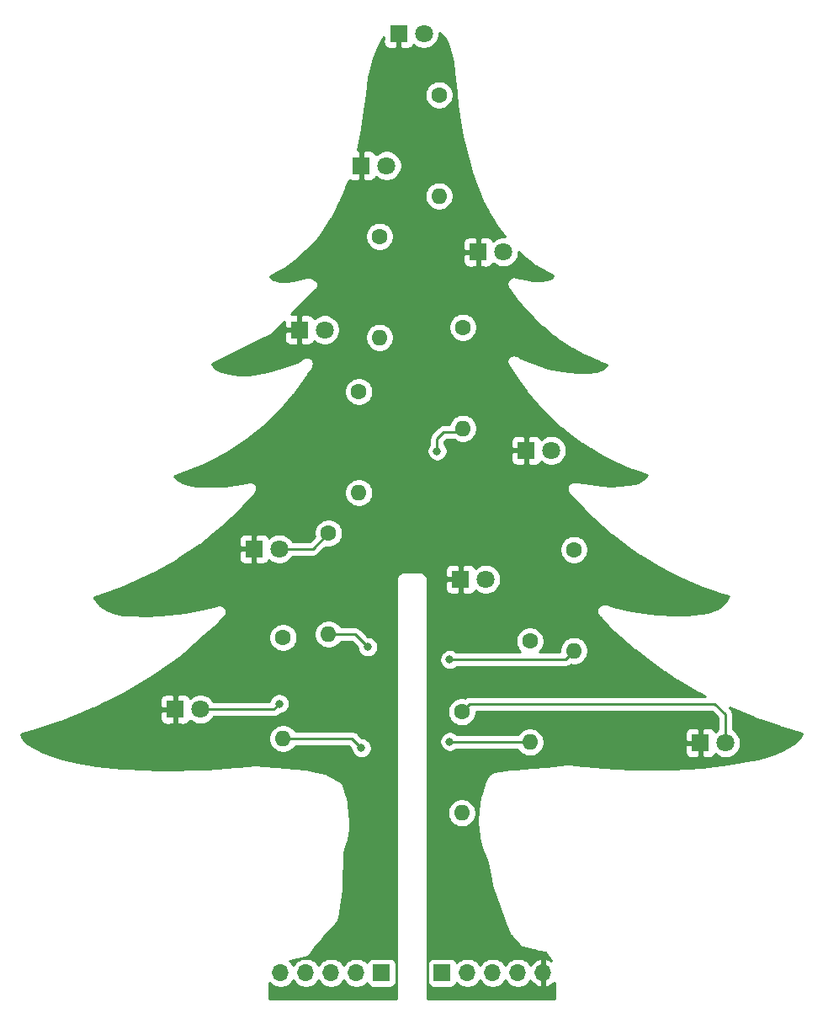
<source format=gtl>
G04 #@! TF.GenerationSoftware,KiCad,Pcbnew,(5.1.5)-3*
G04 #@! TF.CreationDate,2020-10-16T01:58:04+02:00*
G04 #@! TF.ProjectId,Christmas A,43687269-7374-46d6-9173-20412e6b6963,rev?*
G04 #@! TF.SameCoordinates,Original*
G04 #@! TF.FileFunction,Copper,L1,Top*
G04 #@! TF.FilePolarity,Positive*
%FSLAX46Y46*%
G04 Gerber Fmt 4.6, Leading zero omitted, Abs format (unit mm)*
G04 Created by KiCad (PCBNEW (5.1.5)-3) date 2020-10-16 01:58:04*
%MOMM*%
%LPD*%
G04 APERTURE LIST*
%ADD10C,1.600000*%
%ADD11O,1.600000X1.600000*%
%ADD12C,1.800000*%
%ADD13R,1.800000X1.800000*%
%ADD14R,1.700000X1.700000*%
%ADD15O,1.700000X1.700000*%
%ADD16C,0.800000*%
%ADD17C,0.250000*%
%ADD18C,0.254000*%
G04 APERTURE END LIST*
D10*
X107505500Y-60071000D03*
D11*
X107505500Y-70231000D03*
D10*
X101536500Y-74295000D03*
D11*
X101536500Y-84455000D03*
D10*
X99441000Y-89916000D03*
D11*
X99441000Y-100076000D03*
D10*
X96393000Y-104140000D03*
D11*
X96393000Y-114300000D03*
D10*
X91821000Y-114617500D03*
D11*
X91821000Y-124777500D03*
D10*
X109918500Y-83439000D03*
D11*
X109918500Y-93599000D03*
D10*
X121094500Y-105791000D03*
D11*
X121094500Y-115951000D03*
D10*
X116649500Y-114998500D03*
D11*
X116649500Y-125158500D03*
D10*
X109791500Y-122110500D03*
D11*
X109791500Y-132270500D03*
D12*
X96012000Y-83693000D03*
D13*
X93472000Y-83693000D03*
D12*
X102235000Y-67183000D03*
D13*
X99695000Y-67183000D03*
D12*
X91440000Y-105727500D03*
D13*
X88900000Y-105727500D03*
D12*
X83502500Y-121856500D03*
D13*
X80962500Y-121856500D03*
D12*
X113982500Y-75882500D03*
D13*
X111442500Y-75882500D03*
D12*
X118808500Y-95821500D03*
D13*
X116268500Y-95821500D03*
D12*
X112204500Y-108775500D03*
D13*
X109664500Y-108775500D03*
D12*
X136334500Y-125222000D03*
D13*
X133794500Y-125222000D03*
D14*
X101727000Y-148336000D03*
D15*
X99187000Y-148336000D03*
X96647000Y-148336000D03*
X94107000Y-148336000D03*
X91567000Y-148336000D03*
X117983000Y-148336000D03*
X115443000Y-148336000D03*
X112903000Y-148336000D03*
X110363000Y-148336000D03*
D14*
X107823000Y-148336000D03*
D13*
X103441500Y-53911500D03*
D12*
X105981500Y-53911500D03*
D16*
X91440000Y-121285000D03*
X99695000Y-125730000D03*
X100330000Y-115570000D03*
X108585000Y-125095000D03*
X108585000Y-116840000D03*
X107315000Y-95885000D03*
D17*
X94805500Y-105727500D02*
X96393000Y-104140000D01*
X91440000Y-105727500D02*
X94805500Y-105727500D01*
X83502500Y-121856500D02*
X90868500Y-121856500D01*
X90868500Y-121856500D02*
X91440000Y-121285000D01*
X136334500Y-122364500D02*
X136334500Y-125222000D01*
X135255000Y-121285000D02*
X136334500Y-122364500D01*
X109791500Y-122110500D02*
X110617000Y-121285000D01*
X110617000Y-121285000D02*
X135255000Y-121285000D01*
X98742500Y-124777500D02*
X91821000Y-124777500D01*
X99695000Y-125730000D02*
X98742500Y-124777500D01*
X99060000Y-114300000D02*
X96393000Y-114300000D01*
X100330000Y-115570000D02*
X99060000Y-114300000D01*
X116586000Y-125095000D02*
X116649500Y-125158500D01*
X108585000Y-125095000D02*
X116586000Y-125095000D01*
X120205500Y-116840000D02*
X121094500Y-115951000D01*
X108585000Y-116840000D02*
X120205500Y-116840000D01*
X109537500Y-93980000D02*
X109918500Y-93599000D01*
X107950000Y-93980000D02*
X109537500Y-93980000D01*
X107315000Y-95885000D02*
X107315000Y-94615000D01*
X107315000Y-94615000D02*
X107950000Y-93980000D01*
D18*
G36*
X103568500Y-53784500D02*
G01*
X103588500Y-53784500D01*
X103588500Y-54038500D01*
X103568500Y-54038500D01*
X103568500Y-55287750D01*
X103727250Y-55446500D01*
X104341500Y-55449572D01*
X104465982Y-55437312D01*
X104585680Y-55401002D01*
X104695994Y-55342037D01*
X104792685Y-55262685D01*
X104872037Y-55165994D01*
X104931002Y-55055680D01*
X104936556Y-55037373D01*
X105002995Y-55103812D01*
X105254405Y-55271799D01*
X105533757Y-55387511D01*
X105830316Y-55446500D01*
X106132684Y-55446500D01*
X106429243Y-55387511D01*
X106708595Y-55271799D01*
X106960005Y-55103812D01*
X107173812Y-54890005D01*
X107341799Y-54638595D01*
X107457511Y-54359243D01*
X107516500Y-54062684D01*
X107516500Y-53877719D01*
X107673387Y-53989782D01*
X107970272Y-54237187D01*
X108195008Y-54551816D01*
X108468292Y-55207699D01*
X108886949Y-56702902D01*
X109007783Y-57850818D01*
X109134345Y-59179723D01*
X109195201Y-59849149D01*
X109195233Y-59853851D01*
X109198136Y-59881432D01*
X109200646Y-59909039D01*
X109201528Y-59913655D01*
X109322656Y-61064369D01*
X109322733Y-61068418D01*
X109326054Y-61096645D01*
X109329021Y-61124833D01*
X109329835Y-61128789D01*
X109452833Y-62174265D01*
X109455459Y-62200647D01*
X109456619Y-62206447D01*
X109457309Y-62212312D01*
X109462966Y-62238182D01*
X109650844Y-63177568D01*
X109836937Y-64232097D01*
X109838684Y-64246527D01*
X109842567Y-64263999D01*
X109845677Y-64281624D01*
X109849594Y-64295622D01*
X109966764Y-64822886D01*
X109967439Y-64827832D01*
X109973807Y-64854577D01*
X109979750Y-64881321D01*
X109981300Y-64886048D01*
X110288354Y-66175675D01*
X110290989Y-66190144D01*
X110295850Y-66207157D01*
X110299957Y-66224407D01*
X110304759Y-66238338D01*
X110546185Y-67083331D01*
X110547020Y-67087597D01*
X110555081Y-67114467D01*
X110562801Y-67141487D01*
X110564402Y-67145536D01*
X110740397Y-67732188D01*
X110742618Y-67741954D01*
X110749710Y-67763231D01*
X110756151Y-67784700D01*
X110759953Y-67793960D01*
X111000490Y-68515572D01*
X111003640Y-68527386D01*
X111010729Y-68546291D01*
X111017121Y-68565466D01*
X111022111Y-68576643D01*
X111389992Y-69557658D01*
X111394594Y-69572188D01*
X111401369Y-69587996D01*
X111407406Y-69604095D01*
X111414128Y-69617768D01*
X111977722Y-70932820D01*
X111989020Y-70959861D01*
X111990445Y-70962508D01*
X111991635Y-70965284D01*
X112005839Y-70991096D01*
X112437473Y-71792703D01*
X112440876Y-71800304D01*
X112452828Y-71821221D01*
X112464259Y-71842449D01*
X112468911Y-71849365D01*
X112933193Y-72661860D01*
X112933505Y-72662783D01*
X112965330Y-72718100D01*
X112981044Y-72745599D01*
X112981610Y-72746396D01*
X112982093Y-72747236D01*
X113000367Y-72772819D01*
X113037443Y-72825049D01*
X113038153Y-72825720D01*
X113317685Y-73217064D01*
X114118409Y-74347500D01*
X113831316Y-74347500D01*
X113534757Y-74406489D01*
X113255405Y-74522201D01*
X113003995Y-74690188D01*
X112937556Y-74756627D01*
X112932002Y-74738320D01*
X112873037Y-74628006D01*
X112793685Y-74531315D01*
X112696994Y-74451963D01*
X112586680Y-74392998D01*
X112466982Y-74356688D01*
X112342500Y-74344428D01*
X111728250Y-74347500D01*
X111569500Y-74506250D01*
X111569500Y-75755500D01*
X111589500Y-75755500D01*
X111589500Y-76009500D01*
X111569500Y-76009500D01*
X111569500Y-77258750D01*
X111728250Y-77417500D01*
X112342500Y-77420572D01*
X112466982Y-77408312D01*
X112586680Y-77372002D01*
X112696994Y-77313037D01*
X112793685Y-77233685D01*
X112873037Y-77136994D01*
X112932002Y-77026680D01*
X112937556Y-77008373D01*
X113003995Y-77074812D01*
X113255405Y-77242799D01*
X113534757Y-77358511D01*
X113831316Y-77417500D01*
X114133684Y-77417500D01*
X114430243Y-77358511D01*
X114709595Y-77242799D01*
X114961005Y-77074812D01*
X115174812Y-76861005D01*
X115342799Y-76609595D01*
X115458511Y-76330243D01*
X115517500Y-76033684D01*
X115517500Y-75874381D01*
X115570733Y-75927614D01*
X115570739Y-75927619D01*
X115766124Y-76123003D01*
X115774724Y-76134730D01*
X115812022Y-76168901D01*
X115824734Y-76181613D01*
X115835898Y-76190775D01*
X115846565Y-76200548D01*
X115860967Y-76211350D01*
X115900050Y-76243425D01*
X115912872Y-76250278D01*
X116626266Y-76785324D01*
X117217349Y-77258191D01*
X117230451Y-77272056D01*
X117267990Y-77298704D01*
X117278516Y-77307125D01*
X117294431Y-77317474D01*
X117309901Y-77328456D01*
X117321594Y-77335138D01*
X117360198Y-77360241D01*
X117377918Y-77367323D01*
X118206136Y-77840590D01*
X118213051Y-77845241D01*
X118234280Y-77856672D01*
X118255196Y-77868624D01*
X118262797Y-77872027D01*
X118978614Y-78257468D01*
X118964576Y-78285544D01*
X118760400Y-78489720D01*
X118397689Y-78625737D01*
X118288604Y-78662098D01*
X117759590Y-78715000D01*
X116950398Y-78715000D01*
X116146659Y-78600180D01*
X115242871Y-78359169D01*
X115191383Y-78343550D01*
X115147796Y-78339257D01*
X115104582Y-78332176D01*
X115083244Y-78332900D01*
X115062000Y-78330808D01*
X115018413Y-78335101D01*
X114974649Y-78336586D01*
X114953871Y-78341457D01*
X114932618Y-78343550D01*
X114890698Y-78356266D01*
X114848073Y-78366259D01*
X114828640Y-78375092D01*
X114808208Y-78381290D01*
X114769581Y-78401936D01*
X114729717Y-78420056D01*
X114712381Y-78432510D01*
X114693551Y-78442575D01*
X114659694Y-78470361D01*
X114624130Y-78495910D01*
X114587408Y-78535212D01*
X114538142Y-78584478D01*
X114497489Y-78622976D01*
X114473462Y-78656898D01*
X114447075Y-78689050D01*
X114435963Y-78709840D01*
X114422344Y-78729067D01*
X114405394Y-78767031D01*
X114385790Y-78803708D01*
X114378948Y-78826264D01*
X114369341Y-78847781D01*
X114360122Y-78888325D01*
X114348051Y-78928118D01*
X114345741Y-78951570D01*
X114340515Y-78974554D01*
X114339383Y-79016127D01*
X114335308Y-79057500D01*
X114337618Y-79080950D01*
X114336976Y-79104512D01*
X114343976Y-79145509D01*
X114348051Y-79186882D01*
X114354890Y-79209428D01*
X114358858Y-79232666D01*
X114373722Y-79271510D01*
X114385790Y-79311292D01*
X114412189Y-79360681D01*
X114518239Y-79572782D01*
X114527511Y-79598263D01*
X114547237Y-79630777D01*
X114549677Y-79635657D01*
X114564058Y-79658503D01*
X114578049Y-79681564D01*
X114581319Y-79685924D01*
X114601582Y-79718114D01*
X114620231Y-79737807D01*
X115511054Y-80925573D01*
X115511091Y-80925649D01*
X115547746Y-80974495D01*
X115569451Y-81003435D01*
X115569518Y-81003509D01*
X115569572Y-81003580D01*
X115591090Y-81027054D01*
X115635269Y-81075276D01*
X115635343Y-81075330D01*
X116983979Y-82546569D01*
X117000970Y-82565876D01*
X117005862Y-82570442D01*
X117010384Y-82575375D01*
X117029544Y-82592545D01*
X117968482Y-83468888D01*
X117982909Y-83483364D01*
X117992113Y-83490944D01*
X118000869Y-83499116D01*
X118017171Y-83511580D01*
X119069527Y-84378227D01*
X119076210Y-84384569D01*
X119094534Y-84398821D01*
X119112458Y-84413582D01*
X119120113Y-84418716D01*
X119625755Y-84811994D01*
X119628923Y-84815550D01*
X119676976Y-84851832D01*
X119698888Y-84868875D01*
X119702902Y-84871408D01*
X119706681Y-84874261D01*
X119730313Y-84888703D01*
X119781290Y-84920867D01*
X119785741Y-84922576D01*
X120867765Y-85583812D01*
X120885420Y-85595446D01*
X120895381Y-85600689D01*
X120905005Y-85606570D01*
X120924072Y-85615789D01*
X122108859Y-86239363D01*
X122125377Y-86248926D01*
X122137491Y-86254432D01*
X122149295Y-86260645D01*
X122167014Y-86267852D01*
X123533221Y-86888856D01*
X123543728Y-86894444D01*
X123562709Y-86902260D01*
X123581403Y-86910757D01*
X123592673Y-86914598D01*
X124353851Y-87228024D01*
X124296946Y-87356060D01*
X123986633Y-87627585D01*
X123345733Y-87874085D01*
X122450413Y-87986000D01*
X121389587Y-87986000D01*
X119932918Y-87803917D01*
X118468297Y-87498787D01*
X117126410Y-87071823D01*
X116844099Y-86958899D01*
X115603643Y-86400694D01*
X115591218Y-86394246D01*
X115574089Y-86387395D01*
X115557277Y-86379829D01*
X115544019Y-86375366D01*
X115292438Y-86274734D01*
X115281777Y-86268351D01*
X115232173Y-86250629D01*
X115213517Y-86243166D01*
X115201657Y-86239726D01*
X115159347Y-86224609D01*
X115139356Y-86221653D01*
X115119941Y-86216021D01*
X115075171Y-86212162D01*
X115030737Y-86205592D01*
X115010554Y-86206593D01*
X114990414Y-86204857D01*
X114945749Y-86209806D01*
X114900890Y-86212031D01*
X114881293Y-86216949D01*
X114861197Y-86219176D01*
X114818362Y-86232743D01*
X114774792Y-86243677D01*
X114756523Y-86252328D01*
X114737256Y-86258430D01*
X114697896Y-86280090D01*
X114657291Y-86299317D01*
X114641063Y-86311364D01*
X114623354Y-86321109D01*
X114588977Y-86350031D01*
X114552902Y-86376811D01*
X114539333Y-86391796D01*
X114523870Y-86404805D01*
X114495795Y-86439877D01*
X114465638Y-86473181D01*
X114455257Y-86490518D01*
X114442624Y-86506300D01*
X114421931Y-86546177D01*
X114398851Y-86584723D01*
X114392050Y-86603758D01*
X114382741Y-86621697D01*
X114370224Y-86664849D01*
X114355109Y-86707153D01*
X114352153Y-86727143D01*
X114346521Y-86746559D01*
X114342662Y-86791329D01*
X114336092Y-86835763D01*
X114337093Y-86855946D01*
X114335357Y-86876086D01*
X114340306Y-86920751D01*
X114342531Y-86965610D01*
X114347449Y-86985207D01*
X114349676Y-87005303D01*
X114363243Y-87048138D01*
X114374177Y-87091708D01*
X114382828Y-87109977D01*
X114388930Y-87129244D01*
X114410590Y-87168606D01*
X114415876Y-87179768D01*
X114426217Y-87197004D01*
X114451609Y-87243146D01*
X114459606Y-87252652D01*
X114619951Y-87519893D01*
X114633093Y-87542736D01*
X114636615Y-87547667D01*
X114639734Y-87552865D01*
X114655442Y-87574025D01*
X114966595Y-88009638D01*
X115534942Y-88830584D01*
X116234080Y-89847516D01*
X116250777Y-89871831D01*
X116250887Y-89871962D01*
X116250998Y-89872123D01*
X116272410Y-89897520D01*
X117276482Y-91089858D01*
X117285541Y-91101843D01*
X117297323Y-91114607D01*
X117308540Y-91127927D01*
X117319323Y-91138440D01*
X118056507Y-91937057D01*
X118064886Y-91947266D01*
X118078475Y-91960855D01*
X118091519Y-91974986D01*
X118101391Y-91983771D01*
X118872733Y-92755114D01*
X118872739Y-92755119D01*
X119158113Y-93040493D01*
X119171290Y-93054752D01*
X119181028Y-93063408D01*
X119190234Y-93072614D01*
X119205230Y-93084921D01*
X119728499Y-93550049D01*
X119737043Y-93560438D01*
X119776984Y-93593147D01*
X119791249Y-93605827D01*
X119802077Y-93613696D01*
X119812424Y-93622170D01*
X119828289Y-93632747D01*
X119870066Y-93663109D01*
X119882286Y-93668745D01*
X120011305Y-93754757D01*
X120796595Y-94358827D01*
X120799565Y-94361548D01*
X120822258Y-94378568D01*
X120844786Y-94395897D01*
X120848211Y-94398032D01*
X121839955Y-95141841D01*
X121863986Y-95160103D01*
X121865760Y-95161194D01*
X121867435Y-95162451D01*
X121893379Y-95178191D01*
X122692653Y-95670052D01*
X122695634Y-95672265D01*
X122720239Y-95687028D01*
X122744705Y-95702084D01*
X122748047Y-95703713D01*
X123938381Y-96417913D01*
X123938973Y-96418448D01*
X123993996Y-96451283D01*
X124021232Y-96467624D01*
X124021953Y-96467965D01*
X124022641Y-96468376D01*
X124051421Y-96481920D01*
X124109291Y-96509323D01*
X124110067Y-96509518D01*
X126209055Y-97497278D01*
X126235983Y-97510184D01*
X126238174Y-97510981D01*
X126240306Y-97511984D01*
X126268721Y-97522089D01*
X126936902Y-97765064D01*
X126939237Y-97766161D01*
X126967398Y-97776153D01*
X126995416Y-97786342D01*
X126997910Y-97786980D01*
X128409598Y-98287902D01*
X128309448Y-98468172D01*
X128061019Y-98716601D01*
X127497545Y-99023951D01*
X127216787Y-99117537D01*
X126601258Y-99229452D01*
X124777500Y-99351036D01*
X123881516Y-99291303D01*
X122699724Y-99166904D01*
X121428297Y-98985271D01*
X121414383Y-98981050D01*
X121364049Y-98976093D01*
X121346244Y-98973549D01*
X121331811Y-98972918D01*
X121317419Y-98971500D01*
X121299414Y-98971500D01*
X121248905Y-98969290D01*
X121234539Y-98971500D01*
X121039952Y-98971500D01*
X120983988Y-98969976D01*
X120943006Y-98976974D01*
X120901617Y-98981050D01*
X120879064Y-98987892D01*
X120855834Y-98991858D01*
X120817000Y-99006719D01*
X120777207Y-99018790D01*
X120756418Y-99029902D01*
X120734412Y-99038323D01*
X120699233Y-99060468D01*
X120662550Y-99080075D01*
X120644328Y-99095029D01*
X120624387Y-99107582D01*
X120594201Y-99136168D01*
X120562052Y-99162552D01*
X120547096Y-99180776D01*
X120529989Y-99196976D01*
X120505963Y-99230896D01*
X120479575Y-99263050D01*
X120468463Y-99283840D01*
X120454844Y-99303067D01*
X120437896Y-99341027D01*
X120418290Y-99377707D01*
X120411446Y-99400268D01*
X120401841Y-99421781D01*
X120392625Y-99462312D01*
X120380550Y-99502117D01*
X120378239Y-99525578D01*
X120373015Y-99548554D01*
X120371883Y-99590112D01*
X120367807Y-99631500D01*
X120370117Y-99654958D01*
X120369476Y-99678512D01*
X120376474Y-99719494D01*
X120380550Y-99760883D01*
X120387392Y-99783436D01*
X120391358Y-99806666D01*
X120406219Y-99845503D01*
X120418290Y-99885293D01*
X120444694Y-99934691D01*
X120479006Y-100003315D01*
X120481525Y-100011651D01*
X120508037Y-100061377D01*
X120518677Y-100082657D01*
X120523288Y-100089982D01*
X120527364Y-100097627D01*
X120540569Y-100117434D01*
X120570582Y-100165113D01*
X120576570Y-100171437D01*
X120654555Y-100288413D01*
X120670075Y-100317450D01*
X120711060Y-100367389D01*
X120752062Y-100417458D01*
X120777493Y-100438373D01*
X121065242Y-100726122D01*
X122066342Y-101789791D01*
X122079948Y-101805321D01*
X122088533Y-101813370D01*
X122096606Y-101821947D01*
X122112175Y-101835534D01*
X123101820Y-102763328D01*
X123107248Y-102769227D01*
X123125414Y-102785447D01*
X123143249Y-102802167D01*
X123149631Y-102807069D01*
X124906354Y-104375573D01*
X124927065Y-104394548D01*
X124930444Y-104397082D01*
X124933611Y-104399910D01*
X124956414Y-104416560D01*
X126462557Y-105546168D01*
X126473553Y-105555396D01*
X126488472Y-105565604D01*
X126502935Y-105576451D01*
X126515210Y-105583898D01*
X127696335Y-106392037D01*
X127712134Y-106403765D01*
X127723043Y-106410310D01*
X127733564Y-106417509D01*
X127750847Y-106426993D01*
X129315169Y-107365587D01*
X129330269Y-107375562D01*
X129342941Y-107382250D01*
X129355231Y-107389624D01*
X129371593Y-107397372D01*
X131640730Y-108594972D01*
X131665011Y-108608238D01*
X131669403Y-108610104D01*
X131673610Y-108612325D01*
X131699162Y-108622752D01*
X134229385Y-109698096D01*
X134253535Y-109708879D01*
X134259196Y-109710766D01*
X134264683Y-109713098D01*
X134289917Y-109721006D01*
X135968032Y-110280378D01*
X135968035Y-110280379D01*
X136629959Y-110501020D01*
X136603505Y-110580386D01*
X136520030Y-110789074D01*
X136349963Y-111001657D01*
X136015980Y-111335640D01*
X135697182Y-111601306D01*
X135458059Y-111744780D01*
X134975821Y-111959108D01*
X134544283Y-112066992D01*
X133898365Y-112184432D01*
X132433559Y-112306500D01*
X131391490Y-112306500D01*
X129339743Y-112244326D01*
X127485500Y-111997093D01*
X126495926Y-111811547D01*
X125079465Y-111503621D01*
X124381962Y-111271121D01*
X124352219Y-111257841D01*
X124320456Y-111250619D01*
X124320454Y-111250618D01*
X124225446Y-111229015D01*
X124095487Y-111225476D01*
X124095486Y-111225476D01*
X123967334Y-111247359D01*
X123876336Y-111282180D01*
X123876329Y-111282183D01*
X123845912Y-111293823D01*
X123818348Y-111311174D01*
X123770685Y-111335006D01*
X123762349Y-111337525D01*
X123712633Y-111364032D01*
X123691343Y-111374677D01*
X123684013Y-111379291D01*
X123647627Y-111398691D01*
X123629127Y-111413841D01*
X123608887Y-111426582D01*
X123578947Y-111454935D01*
X123547043Y-111481062D01*
X123531851Y-111499535D01*
X123514489Y-111515976D01*
X123490654Y-111549626D01*
X123464462Y-111581474D01*
X123453168Y-111602550D01*
X123439344Y-111622067D01*
X123422534Y-111659717D01*
X123403056Y-111696066D01*
X123396089Y-111718948D01*
X123386341Y-111740781D01*
X123377198Y-111780990D01*
X123365187Y-111820438D01*
X123362818Y-111844230D01*
X123357515Y-111867554D01*
X123356392Y-111908780D01*
X123352308Y-111949807D01*
X123354627Y-111973606D01*
X123353976Y-111997512D01*
X123360918Y-112038166D01*
X123364916Y-112079201D01*
X123371832Y-112102085D01*
X123375858Y-112125666D01*
X123390599Y-112164186D01*
X123402525Y-112203651D01*
X123413777Y-112224755D01*
X123422323Y-112247088D01*
X123444287Y-112281980D01*
X123448364Y-112289627D01*
X123461571Y-112309438D01*
X123491582Y-112357113D01*
X123497570Y-112363437D01*
X123569225Y-112470919D01*
X123578705Y-112490227D01*
X123605198Y-112524878D01*
X123611330Y-112534076D01*
X123624897Y-112550643D01*
X123637884Y-112567629D01*
X123645416Y-112575699D01*
X123673062Y-112609458D01*
X123689681Y-112623126D01*
X124547269Y-113541973D01*
X124567256Y-113563742D01*
X124569266Y-113565541D01*
X124571123Y-113567530D01*
X124593466Y-113587193D01*
X125778087Y-114647118D01*
X125782076Y-114651313D01*
X125802192Y-114668686D01*
X125822075Y-114686476D01*
X125826764Y-114689907D01*
X127191916Y-115868903D01*
X127204210Y-115880569D01*
X127216428Y-115890072D01*
X127228146Y-115900192D01*
X127242003Y-115909964D01*
X128357862Y-116777854D01*
X128368003Y-116786720D01*
X128383415Y-116797729D01*
X128398389Y-116809375D01*
X128409798Y-116816573D01*
X130157818Y-118065161D01*
X130169127Y-118074204D01*
X130184147Y-118083967D01*
X130198763Y-118094407D01*
X130211344Y-118101645D01*
X131451511Y-118907755D01*
X131463424Y-118916439D01*
X131478653Y-118925397D01*
X131493488Y-118935040D01*
X131506594Y-118941833D01*
X133644502Y-120199426D01*
X133666239Y-120212827D01*
X133672393Y-120215833D01*
X133678310Y-120219313D01*
X133701540Y-120230067D01*
X134305450Y-120525000D01*
X110654322Y-120525000D01*
X110616999Y-120521324D01*
X110579676Y-120525000D01*
X110579667Y-120525000D01*
X110468014Y-120535997D01*
X110324753Y-120579454D01*
X110192724Y-120650026D01*
X110117037Y-120712141D01*
X109932835Y-120675500D01*
X109650165Y-120675500D01*
X109372926Y-120730647D01*
X109111773Y-120838820D01*
X108876741Y-120995863D01*
X108676863Y-121195741D01*
X108519820Y-121430773D01*
X108411647Y-121691926D01*
X108356500Y-121969165D01*
X108356500Y-122251835D01*
X108411647Y-122529074D01*
X108519820Y-122790227D01*
X108676863Y-123025259D01*
X108876741Y-123225137D01*
X109111773Y-123382180D01*
X109372926Y-123490353D01*
X109650165Y-123545500D01*
X109932835Y-123545500D01*
X110210074Y-123490353D01*
X110471227Y-123382180D01*
X110706259Y-123225137D01*
X110906137Y-123025259D01*
X111063180Y-122790227D01*
X111171353Y-122529074D01*
X111226500Y-122251835D01*
X111226500Y-122045000D01*
X134940199Y-122045000D01*
X135574500Y-122679302D01*
X135574501Y-123883687D01*
X135355995Y-124029688D01*
X135289556Y-124096127D01*
X135284002Y-124077820D01*
X135225037Y-123967506D01*
X135145685Y-123870815D01*
X135048994Y-123791463D01*
X134938680Y-123732498D01*
X134818982Y-123696188D01*
X134694500Y-123683928D01*
X134080250Y-123687000D01*
X133921500Y-123845750D01*
X133921500Y-125095000D01*
X133941500Y-125095000D01*
X133941500Y-125349000D01*
X133921500Y-125349000D01*
X133921500Y-126598250D01*
X134080250Y-126757000D01*
X134694500Y-126760072D01*
X134818982Y-126747812D01*
X134938680Y-126711502D01*
X135048994Y-126652537D01*
X135145685Y-126573185D01*
X135225037Y-126476494D01*
X135284002Y-126366180D01*
X135289556Y-126347873D01*
X135355995Y-126414312D01*
X135607405Y-126582299D01*
X135886757Y-126698011D01*
X136183316Y-126757000D01*
X136485684Y-126757000D01*
X136782243Y-126698011D01*
X137061595Y-126582299D01*
X137313005Y-126414312D01*
X137526812Y-126200505D01*
X137694799Y-125949095D01*
X137810511Y-125669743D01*
X137869500Y-125373184D01*
X137869500Y-125070816D01*
X137810511Y-124774257D01*
X137694799Y-124494905D01*
X137526812Y-124243495D01*
X137313005Y-124029688D01*
X137094500Y-123883687D01*
X137094500Y-122401833D01*
X137098177Y-122364500D01*
X137083503Y-122215514D01*
X137040046Y-122072253D01*
X136969474Y-121940224D01*
X136902816Y-121859001D01*
X136874501Y-121824499D01*
X136845504Y-121800702D01*
X136736645Y-121691843D01*
X139184036Y-122716333D01*
X139206535Y-122726379D01*
X139213892Y-122728831D01*
X139221053Y-122731829D01*
X139244635Y-122739079D01*
X141690944Y-123554515D01*
X141698632Y-123557718D01*
X141721672Y-123564758D01*
X141744544Y-123572382D01*
X141752671Y-123574230D01*
X143995992Y-124259690D01*
X144038949Y-124275798D01*
X143943868Y-124465959D01*
X143750770Y-124803881D01*
X143180038Y-125322729D01*
X142199573Y-125899473D01*
X141191333Y-126314631D01*
X139606866Y-126802159D01*
X138976514Y-126916769D01*
X138974165Y-126916978D01*
X138944593Y-126922573D01*
X138915040Y-126927946D01*
X138912776Y-126928592D01*
X136615925Y-127363132D01*
X133932784Y-127675125D01*
X130986487Y-127800500D01*
X126761685Y-127800500D01*
X125474319Y-127739197D01*
X125472366Y-127738922D01*
X125441815Y-127737649D01*
X125411511Y-127736206D01*
X125409557Y-127736305D01*
X123932140Y-127674746D01*
X123254416Y-127613135D01*
X122080155Y-127489528D01*
X122075539Y-127488646D01*
X122047932Y-127486136D01*
X122020351Y-127483233D01*
X122015649Y-127483201D01*
X121372466Y-127424730D01*
X121367943Y-127423931D01*
X121340182Y-127421796D01*
X121312467Y-127419276D01*
X121307876Y-127419310D01*
X120551989Y-127361165D01*
X120529462Y-127356508D01*
X120487331Y-127356191D01*
X120477796Y-127355458D01*
X120454909Y-127355948D01*
X120432031Y-127355776D01*
X120422513Y-127356641D01*
X120380386Y-127357543D01*
X120357925Y-127362513D01*
X119668961Y-127425146D01*
X119668960Y-127425146D01*
X118305609Y-127549087D01*
X116850525Y-127675616D01*
X115142535Y-127802135D01*
X115112474Y-127804151D01*
X115110203Y-127804530D01*
X115107915Y-127804699D01*
X115078317Y-127809844D01*
X114717241Y-127870023D01*
X113629445Y-127990889D01*
X113602020Y-127990805D01*
X113565011Y-127998049D01*
X113559895Y-127998617D01*
X113533176Y-128004280D01*
X113506401Y-128009520D01*
X113501476Y-128010998D01*
X113464579Y-128018817D01*
X113439372Y-128029629D01*
X112879391Y-128197623D01*
X112855502Y-128201677D01*
X112817286Y-128216255D01*
X112809299Y-128218651D01*
X112786985Y-128227813D01*
X112734032Y-128248013D01*
X112726930Y-128252473D01*
X112719169Y-128255660D01*
X112671938Y-128287010D01*
X112623936Y-128317157D01*
X112617838Y-128322920D01*
X112610850Y-128327558D01*
X112570649Y-128367513D01*
X112529444Y-128406451D01*
X112524589Y-128413291D01*
X112518639Y-128419204D01*
X112487006Y-128466233D01*
X112473044Y-128485902D01*
X112468906Y-128493143D01*
X112446079Y-128527081D01*
X112436738Y-128549437D01*
X112218874Y-128930700D01*
X112199844Y-128957567D01*
X112173389Y-129016817D01*
X112147060Y-129075623D01*
X112139728Y-129107713D01*
X111654581Y-130563157D01*
X111643940Y-130585561D01*
X111634074Y-130624678D01*
X111631618Y-130632046D01*
X111626146Y-130656110D01*
X111620112Y-130680035D01*
X111618960Y-130687714D01*
X111610015Y-130727054D01*
X111609340Y-130751850D01*
X111425567Y-131976997D01*
X111421119Y-132003751D01*
X111420771Y-132008968D01*
X111419993Y-132014156D01*
X111418614Y-132041330D01*
X111358647Y-132940835D01*
X111355053Y-132957581D01*
X111354331Y-133005563D01*
X111353306Y-133020945D01*
X111353844Y-133037967D01*
X111353588Y-133055002D01*
X111354869Y-133070370D01*
X111356385Y-133118329D01*
X111360256Y-133135014D01*
X111480555Y-134578606D01*
X111480033Y-134610787D01*
X111485941Y-134643227D01*
X111485973Y-134643617D01*
X111491762Y-134675195D01*
X111497489Y-134706644D01*
X111497596Y-134707018D01*
X111503542Y-134739453D01*
X111515411Y-134769373D01*
X111886902Y-136069591D01*
X111895127Y-136098999D01*
X111895796Y-136100719D01*
X111896301Y-136102487D01*
X111907497Y-136130807D01*
X112331648Y-137221482D01*
X112881920Y-139850559D01*
X112882829Y-139866338D01*
X112895211Y-139914056D01*
X112898640Y-139930441D01*
X112903355Y-139945442D01*
X112907300Y-139960648D01*
X112913067Y-139976348D01*
X112927852Y-140023392D01*
X112935443Y-140037258D01*
X114053549Y-143080995D01*
X114056166Y-143090017D01*
X114064705Y-143111364D01*
X114072656Y-143133009D01*
X114076756Y-143141492D01*
X114557475Y-144343289D01*
X114560765Y-144357473D01*
X114581568Y-144403524D01*
X114588246Y-144420218D01*
X114594918Y-144433075D01*
X114614288Y-144475953D01*
X114624799Y-144490656D01*
X114633125Y-144506700D01*
X114662532Y-144543437D01*
X114670952Y-144555215D01*
X114682786Y-144568740D01*
X114714369Y-144608195D01*
X114725513Y-144617570D01*
X115563868Y-145575692D01*
X115586811Y-145606598D01*
X115630570Y-145646223D01*
X115673686Y-145686695D01*
X115678758Y-145689857D01*
X115683181Y-145693862D01*
X115733852Y-145724202D01*
X115784012Y-145755471D01*
X115789599Y-145757581D01*
X115794723Y-145760649D01*
X115850339Y-145780520D01*
X115905636Y-145801403D01*
X115943629Y-145807719D01*
X117386112Y-146168340D01*
X117392938Y-146171379D01*
X117449109Y-146184089D01*
X117473377Y-146190156D01*
X117480721Y-146191242D01*
X117487969Y-146192882D01*
X117512807Y-146195987D01*
X117569762Y-146204409D01*
X117577224Y-146204039D01*
X118243323Y-146287301D01*
X118814778Y-147112736D01*
X118749920Y-147064359D01*
X118487099Y-146939175D01*
X118339890Y-146894524D01*
X118110000Y-147015845D01*
X118110000Y-148209000D01*
X118130000Y-148209000D01*
X118130000Y-148463000D01*
X118110000Y-148463000D01*
X118110000Y-149656155D01*
X118339890Y-149777476D01*
X118487099Y-149732825D01*
X118749920Y-149607641D01*
X118983269Y-149433588D01*
X119101001Y-149302976D01*
X119101000Y-150914500D01*
X106324000Y-150914500D01*
X106324000Y-147486000D01*
X106334928Y-147486000D01*
X106334928Y-149186000D01*
X106347188Y-149310482D01*
X106383498Y-149430180D01*
X106442463Y-149540494D01*
X106521815Y-149637185D01*
X106618506Y-149716537D01*
X106728820Y-149775502D01*
X106848518Y-149811812D01*
X106973000Y-149824072D01*
X108673000Y-149824072D01*
X108797482Y-149811812D01*
X108917180Y-149775502D01*
X109027494Y-149716537D01*
X109124185Y-149637185D01*
X109203537Y-149540494D01*
X109262502Y-149430180D01*
X109284513Y-149357620D01*
X109416368Y-149489475D01*
X109659589Y-149651990D01*
X109929842Y-149763932D01*
X110216740Y-149821000D01*
X110509260Y-149821000D01*
X110796158Y-149763932D01*
X111066411Y-149651990D01*
X111309632Y-149489475D01*
X111516475Y-149282632D01*
X111633000Y-149108240D01*
X111749525Y-149282632D01*
X111956368Y-149489475D01*
X112199589Y-149651990D01*
X112469842Y-149763932D01*
X112756740Y-149821000D01*
X113049260Y-149821000D01*
X113336158Y-149763932D01*
X113606411Y-149651990D01*
X113849632Y-149489475D01*
X114056475Y-149282632D01*
X114173000Y-149108240D01*
X114289525Y-149282632D01*
X114496368Y-149489475D01*
X114739589Y-149651990D01*
X115009842Y-149763932D01*
X115296740Y-149821000D01*
X115589260Y-149821000D01*
X115876158Y-149763932D01*
X116146411Y-149651990D01*
X116389632Y-149489475D01*
X116596475Y-149282632D01*
X116718195Y-149100466D01*
X116787822Y-149217355D01*
X116982731Y-149433588D01*
X117216080Y-149607641D01*
X117478901Y-149732825D01*
X117626110Y-149777476D01*
X117856000Y-149656155D01*
X117856000Y-148463000D01*
X117836000Y-148463000D01*
X117836000Y-148209000D01*
X117856000Y-148209000D01*
X117856000Y-147015845D01*
X117626110Y-146894524D01*
X117478901Y-146939175D01*
X117216080Y-147064359D01*
X116982731Y-147238412D01*
X116787822Y-147454645D01*
X116718195Y-147571534D01*
X116596475Y-147389368D01*
X116389632Y-147182525D01*
X116146411Y-147020010D01*
X115876158Y-146908068D01*
X115589260Y-146851000D01*
X115296740Y-146851000D01*
X115009842Y-146908068D01*
X114739589Y-147020010D01*
X114496368Y-147182525D01*
X114289525Y-147389368D01*
X114173000Y-147563760D01*
X114056475Y-147389368D01*
X113849632Y-147182525D01*
X113606411Y-147020010D01*
X113336158Y-146908068D01*
X113049260Y-146851000D01*
X112756740Y-146851000D01*
X112469842Y-146908068D01*
X112199589Y-147020010D01*
X111956368Y-147182525D01*
X111749525Y-147389368D01*
X111633000Y-147563760D01*
X111516475Y-147389368D01*
X111309632Y-147182525D01*
X111066411Y-147020010D01*
X110796158Y-146908068D01*
X110509260Y-146851000D01*
X110216740Y-146851000D01*
X109929842Y-146908068D01*
X109659589Y-147020010D01*
X109416368Y-147182525D01*
X109284513Y-147314380D01*
X109262502Y-147241820D01*
X109203537Y-147131506D01*
X109124185Y-147034815D01*
X109027494Y-146955463D01*
X108917180Y-146896498D01*
X108797482Y-146860188D01*
X108673000Y-146847928D01*
X106973000Y-146847928D01*
X106848518Y-146860188D01*
X106728820Y-146896498D01*
X106618506Y-146955463D01*
X106521815Y-147034815D01*
X106442463Y-147131506D01*
X106383498Y-147241820D01*
X106347188Y-147361518D01*
X106334928Y-147486000D01*
X106324000Y-147486000D01*
X106324000Y-132129165D01*
X108356500Y-132129165D01*
X108356500Y-132411835D01*
X108411647Y-132689074D01*
X108519820Y-132950227D01*
X108676863Y-133185259D01*
X108876741Y-133385137D01*
X109111773Y-133542180D01*
X109372926Y-133650353D01*
X109650165Y-133705500D01*
X109932835Y-133705500D01*
X110210074Y-133650353D01*
X110471227Y-133542180D01*
X110706259Y-133385137D01*
X110906137Y-133185259D01*
X111063180Y-132950227D01*
X111171353Y-132689074D01*
X111226500Y-132411835D01*
X111226500Y-132129165D01*
X111171353Y-131851926D01*
X111063180Y-131590773D01*
X110906137Y-131355741D01*
X110706259Y-131155863D01*
X110471227Y-130998820D01*
X110210074Y-130890647D01*
X109932835Y-130835500D01*
X109650165Y-130835500D01*
X109372926Y-130890647D01*
X109111773Y-130998820D01*
X108876741Y-131155863D01*
X108676863Y-131355741D01*
X108519820Y-131590773D01*
X108411647Y-131851926D01*
X108356500Y-132129165D01*
X106324000Y-132129165D01*
X106324000Y-124993061D01*
X107550000Y-124993061D01*
X107550000Y-125196939D01*
X107589774Y-125396898D01*
X107667795Y-125585256D01*
X107781063Y-125754774D01*
X107925226Y-125898937D01*
X108094744Y-126012205D01*
X108283102Y-126090226D01*
X108483061Y-126130000D01*
X108686939Y-126130000D01*
X108886898Y-126090226D01*
X109075256Y-126012205D01*
X109244774Y-125898937D01*
X109288711Y-125855000D01*
X115389027Y-125855000D01*
X115534863Y-126073259D01*
X115734741Y-126273137D01*
X115969773Y-126430180D01*
X116230926Y-126538353D01*
X116508165Y-126593500D01*
X116790835Y-126593500D01*
X117068074Y-126538353D01*
X117329227Y-126430180D01*
X117564259Y-126273137D01*
X117715396Y-126122000D01*
X132256428Y-126122000D01*
X132268688Y-126246482D01*
X132304998Y-126366180D01*
X132363963Y-126476494D01*
X132443315Y-126573185D01*
X132540006Y-126652537D01*
X132650320Y-126711502D01*
X132770018Y-126747812D01*
X132894500Y-126760072D01*
X133508750Y-126757000D01*
X133667500Y-126598250D01*
X133667500Y-125349000D01*
X132418250Y-125349000D01*
X132259500Y-125507750D01*
X132256428Y-126122000D01*
X117715396Y-126122000D01*
X117764137Y-126073259D01*
X117921180Y-125838227D01*
X118029353Y-125577074D01*
X118084500Y-125299835D01*
X118084500Y-125017165D01*
X118029353Y-124739926D01*
X117921180Y-124478773D01*
X117816428Y-124322000D01*
X132256428Y-124322000D01*
X132259500Y-124936250D01*
X132418250Y-125095000D01*
X133667500Y-125095000D01*
X133667500Y-123845750D01*
X133508750Y-123687000D01*
X132894500Y-123683928D01*
X132770018Y-123696188D01*
X132650320Y-123732498D01*
X132540006Y-123791463D01*
X132443315Y-123870815D01*
X132363963Y-123967506D01*
X132304998Y-124077820D01*
X132268688Y-124197518D01*
X132256428Y-124322000D01*
X117816428Y-124322000D01*
X117764137Y-124243741D01*
X117564259Y-124043863D01*
X117329227Y-123886820D01*
X117068074Y-123778647D01*
X116790835Y-123723500D01*
X116508165Y-123723500D01*
X116230926Y-123778647D01*
X115969773Y-123886820D01*
X115734741Y-124043863D01*
X115534863Y-124243741D01*
X115473886Y-124335000D01*
X109288711Y-124335000D01*
X109244774Y-124291063D01*
X109075256Y-124177795D01*
X108886898Y-124099774D01*
X108686939Y-124060000D01*
X108483061Y-124060000D01*
X108283102Y-124099774D01*
X108094744Y-124177795D01*
X107925226Y-124291063D01*
X107781063Y-124435226D01*
X107667795Y-124604744D01*
X107589774Y-124793102D01*
X107550000Y-124993061D01*
X106324000Y-124993061D01*
X106324000Y-116738061D01*
X107550000Y-116738061D01*
X107550000Y-116941939D01*
X107589774Y-117141898D01*
X107667795Y-117330256D01*
X107781063Y-117499774D01*
X107925226Y-117643937D01*
X108094744Y-117757205D01*
X108283102Y-117835226D01*
X108483061Y-117875000D01*
X108686939Y-117875000D01*
X108886898Y-117835226D01*
X109075256Y-117757205D01*
X109244774Y-117643937D01*
X109288711Y-117600000D01*
X120168178Y-117600000D01*
X120205500Y-117603676D01*
X120242822Y-117600000D01*
X120242833Y-117600000D01*
X120354486Y-117589003D01*
X120497747Y-117545546D01*
X120629776Y-117474974D01*
X120745501Y-117380001D01*
X120769303Y-117350998D01*
X120770613Y-117349688D01*
X120953165Y-117386000D01*
X121235835Y-117386000D01*
X121513074Y-117330853D01*
X121774227Y-117222680D01*
X122009259Y-117065637D01*
X122209137Y-116865759D01*
X122366180Y-116630727D01*
X122474353Y-116369574D01*
X122529500Y-116092335D01*
X122529500Y-115809665D01*
X122474353Y-115532426D01*
X122366180Y-115271273D01*
X122209137Y-115036241D01*
X122009259Y-114836363D01*
X121774227Y-114679320D01*
X121513074Y-114571147D01*
X121235835Y-114516000D01*
X120953165Y-114516000D01*
X120675926Y-114571147D01*
X120414773Y-114679320D01*
X120179741Y-114836363D01*
X119979863Y-115036241D01*
X119822820Y-115271273D01*
X119714647Y-115532426D01*
X119659500Y-115809665D01*
X119659500Y-116080000D01*
X117597396Y-116080000D01*
X117764137Y-115913259D01*
X117921180Y-115678227D01*
X118029353Y-115417074D01*
X118084500Y-115139835D01*
X118084500Y-114857165D01*
X118029353Y-114579926D01*
X117921180Y-114318773D01*
X117764137Y-114083741D01*
X117564259Y-113883863D01*
X117329227Y-113726820D01*
X117068074Y-113618647D01*
X116790835Y-113563500D01*
X116508165Y-113563500D01*
X116230926Y-113618647D01*
X115969773Y-113726820D01*
X115734741Y-113883863D01*
X115534863Y-114083741D01*
X115377820Y-114318773D01*
X115269647Y-114579926D01*
X115214500Y-114857165D01*
X115214500Y-115139835D01*
X115269647Y-115417074D01*
X115377820Y-115678227D01*
X115534863Y-115913259D01*
X115701604Y-116080000D01*
X109288711Y-116080000D01*
X109244774Y-116036063D01*
X109075256Y-115922795D01*
X108886898Y-115844774D01*
X108686939Y-115805000D01*
X108483061Y-115805000D01*
X108283102Y-115844774D01*
X108094744Y-115922795D01*
X107925226Y-116036063D01*
X107781063Y-116180226D01*
X107667795Y-116349744D01*
X107589774Y-116538102D01*
X107550000Y-116738061D01*
X106324000Y-116738061D01*
X106324000Y-109675500D01*
X108126428Y-109675500D01*
X108138688Y-109799982D01*
X108174998Y-109919680D01*
X108233963Y-110029994D01*
X108313315Y-110126685D01*
X108410006Y-110206037D01*
X108520320Y-110265002D01*
X108640018Y-110301312D01*
X108764500Y-110313572D01*
X109378750Y-110310500D01*
X109537500Y-110151750D01*
X109537500Y-108902500D01*
X108288250Y-108902500D01*
X108129500Y-109061250D01*
X108126428Y-109675500D01*
X106324000Y-109675500D01*
X106324000Y-108744419D01*
X106327193Y-108712000D01*
X106314450Y-108582617D01*
X106276710Y-108458207D01*
X106215425Y-108343550D01*
X106132948Y-108243052D01*
X106032450Y-108160575D01*
X105917793Y-108099290D01*
X105793383Y-108061550D01*
X105696419Y-108052000D01*
X105664000Y-108048807D01*
X105631581Y-108052000D01*
X103918419Y-108052000D01*
X103886000Y-108048807D01*
X103853581Y-108052000D01*
X103756617Y-108061550D01*
X103632207Y-108099290D01*
X103517550Y-108160575D01*
X103417052Y-108243052D01*
X103334575Y-108343550D01*
X103273290Y-108458207D01*
X103235550Y-108582617D01*
X103222807Y-108712000D01*
X103226000Y-108744419D01*
X103226001Y-150914500D01*
X90449000Y-150914500D01*
X90449000Y-149318107D01*
X90620368Y-149489475D01*
X90863589Y-149651990D01*
X91133842Y-149763932D01*
X91420740Y-149821000D01*
X91713260Y-149821000D01*
X92000158Y-149763932D01*
X92270411Y-149651990D01*
X92513632Y-149489475D01*
X92720475Y-149282632D01*
X92837000Y-149108240D01*
X92953525Y-149282632D01*
X93160368Y-149489475D01*
X93403589Y-149651990D01*
X93673842Y-149763932D01*
X93960740Y-149821000D01*
X94253260Y-149821000D01*
X94540158Y-149763932D01*
X94810411Y-149651990D01*
X95053632Y-149489475D01*
X95260475Y-149282632D01*
X95377000Y-149108240D01*
X95493525Y-149282632D01*
X95700368Y-149489475D01*
X95943589Y-149651990D01*
X96213842Y-149763932D01*
X96500740Y-149821000D01*
X96793260Y-149821000D01*
X97080158Y-149763932D01*
X97350411Y-149651990D01*
X97593632Y-149489475D01*
X97800475Y-149282632D01*
X97917000Y-149108240D01*
X98033525Y-149282632D01*
X98240368Y-149489475D01*
X98483589Y-149651990D01*
X98753842Y-149763932D01*
X99040740Y-149821000D01*
X99333260Y-149821000D01*
X99620158Y-149763932D01*
X99890411Y-149651990D01*
X100133632Y-149489475D01*
X100265487Y-149357620D01*
X100287498Y-149430180D01*
X100346463Y-149540494D01*
X100425815Y-149637185D01*
X100522506Y-149716537D01*
X100632820Y-149775502D01*
X100752518Y-149811812D01*
X100877000Y-149824072D01*
X102577000Y-149824072D01*
X102701482Y-149811812D01*
X102821180Y-149775502D01*
X102931494Y-149716537D01*
X103028185Y-149637185D01*
X103107537Y-149540494D01*
X103166502Y-149430180D01*
X103202812Y-149310482D01*
X103215072Y-149186000D01*
X103215072Y-147486000D01*
X103202812Y-147361518D01*
X103166502Y-147241820D01*
X103107537Y-147131506D01*
X103028185Y-147034815D01*
X102931494Y-146955463D01*
X102821180Y-146896498D01*
X102701482Y-146860188D01*
X102577000Y-146847928D01*
X100877000Y-146847928D01*
X100752518Y-146860188D01*
X100632820Y-146896498D01*
X100522506Y-146955463D01*
X100425815Y-147034815D01*
X100346463Y-147131506D01*
X100287498Y-147241820D01*
X100265487Y-147314380D01*
X100133632Y-147182525D01*
X99890411Y-147020010D01*
X99620158Y-146908068D01*
X99333260Y-146851000D01*
X99040740Y-146851000D01*
X98753842Y-146908068D01*
X98483589Y-147020010D01*
X98240368Y-147182525D01*
X98033525Y-147389368D01*
X97917000Y-147563760D01*
X97800475Y-147389368D01*
X97593632Y-147182525D01*
X97350411Y-147020010D01*
X97080158Y-146908068D01*
X96793260Y-146851000D01*
X96500740Y-146851000D01*
X96213842Y-146908068D01*
X95943589Y-147020010D01*
X95700368Y-147182525D01*
X95493525Y-147389368D01*
X95377000Y-147563760D01*
X95260475Y-147389368D01*
X95053632Y-147182525D01*
X94810411Y-147020010D01*
X94540158Y-146908068D01*
X94253260Y-146851000D01*
X93960740Y-146851000D01*
X93673842Y-146908068D01*
X93403589Y-147020010D01*
X93160368Y-147182525D01*
X92953525Y-147389368D01*
X92837000Y-147563760D01*
X92720475Y-147389368D01*
X92513632Y-147182525D01*
X92466438Y-147150991D01*
X94010640Y-146831500D01*
X94035135Y-146829495D01*
X94074140Y-146818362D01*
X94081966Y-146816743D01*
X94105316Y-146809464D01*
X94160151Y-146793813D01*
X94167303Y-146790140D01*
X94174984Y-146787746D01*
X94225082Y-146760472D01*
X94275803Y-146734427D01*
X94282103Y-146729428D01*
X94289168Y-146725582D01*
X94332974Y-146689066D01*
X94377648Y-146653620D01*
X94382852Y-146647488D01*
X94389030Y-146642338D01*
X94424869Y-146597979D01*
X94440693Y-146579333D01*
X94445242Y-146572762D01*
X94470733Y-146541211D01*
X94482152Y-146519448D01*
X95003290Y-145766694D01*
X95848362Y-144861261D01*
X95859894Y-144850070D01*
X95870452Y-144837593D01*
X95881616Y-144825631D01*
X95891387Y-144812850D01*
X97248808Y-143208626D01*
X97263718Y-143195214D01*
X97290696Y-143159122D01*
X97298775Y-143149574D01*
X97310117Y-143133140D01*
X97341555Y-143091081D01*
X97346972Y-143079738D01*
X97354118Y-143069384D01*
X97374948Y-143021159D01*
X97397582Y-142973765D01*
X97400684Y-142961575D01*
X97405669Y-142950034D01*
X97416688Y-142898688D01*
X97421611Y-142879341D01*
X97423492Y-142866979D01*
X97432947Y-142822920D01*
X97433248Y-142802866D01*
X97862991Y-139978843D01*
X97866622Y-139967576D01*
X97872754Y-139914687D01*
X97875865Y-139894242D01*
X97876486Y-139882491D01*
X97877843Y-139870791D01*
X97878200Y-139850098D01*
X97881011Y-139796945D01*
X97879318Y-139785230D01*
X97940068Y-136261681D01*
X98334981Y-135133360D01*
X98344567Y-135114452D01*
X98356402Y-135072159D01*
X98360156Y-135061433D01*
X98365141Y-135040928D01*
X98370823Y-135020624D01*
X98372796Y-135009443D01*
X98383174Y-134966758D01*
X98384067Y-134945572D01*
X98560076Y-133948192D01*
X98567450Y-133923883D01*
X98571345Y-133884331D01*
X98572591Y-133877273D01*
X98574522Y-133852078D01*
X98577000Y-133826919D01*
X98577000Y-133819749D01*
X98580037Y-133780125D01*
X98577000Y-133754908D01*
X98577000Y-133160504D01*
X98577096Y-133160018D01*
X98577000Y-133095952D01*
X98577000Y-133063581D01*
X98576951Y-133063081D01*
X98576950Y-133062585D01*
X98573766Y-133030745D01*
X98567450Y-132966617D01*
X98567305Y-132966141D01*
X98512876Y-132421853D01*
X98512767Y-132416081D01*
X98509648Y-132389568D01*
X98506998Y-132363070D01*
X98505866Y-132357424D01*
X98388420Y-131359131D01*
X98388909Y-131349263D01*
X98380835Y-131294665D01*
X98378191Y-131272188D01*
X98376093Y-131262592D01*
X98374656Y-131252877D01*
X98369168Y-131230924D01*
X98357377Y-131177004D01*
X98353424Y-131167951D01*
X98179515Y-130472312D01*
X98175626Y-130453581D01*
X98171657Y-130440881D01*
X98168431Y-130427976D01*
X98161996Y-130409967D01*
X97858123Y-129437572D01*
X97851503Y-129405686D01*
X97838789Y-129375703D01*
X97838787Y-129375696D01*
X97804896Y-129295774D01*
X97800749Y-129285993D01*
X97727619Y-129178503D01*
X97634924Y-129087345D01*
X97553462Y-129033893D01*
X97553448Y-129033886D01*
X97526226Y-129016024D01*
X97496042Y-129003816D01*
X96202579Y-128326289D01*
X96157329Y-128300301D01*
X96114297Y-128285803D01*
X96072201Y-128268777D01*
X96020942Y-128259026D01*
X94404200Y-127885932D01*
X94363383Y-127873550D01*
X94308663Y-127868161D01*
X94254190Y-127861115D01*
X94211661Y-127864000D01*
X94008637Y-127864000D01*
X91120388Y-127612848D01*
X89881483Y-127488957D01*
X89876116Y-127487973D01*
X89849283Y-127485737D01*
X89822414Y-127483050D01*
X89816942Y-127483042D01*
X89121556Y-127425093D01*
X89096962Y-127420008D01*
X89056933Y-127419707D01*
X89049502Y-127419088D01*
X89024517Y-127419464D01*
X88999531Y-127419276D01*
X88992105Y-127419951D01*
X88952081Y-127420553D01*
X88927530Y-127425822D01*
X88281257Y-127484574D01*
X87108418Y-127546302D01*
X87097121Y-127546173D01*
X87076035Y-127548007D01*
X87054937Y-127549117D01*
X87043787Y-127550811D01*
X84158060Y-127801744D01*
X82714869Y-127864492D01*
X80887646Y-127927500D01*
X78955840Y-127927500D01*
X78178699Y-127867720D01*
X78169537Y-127866364D01*
X78146405Y-127865236D01*
X78123296Y-127863458D01*
X78114030Y-127863656D01*
X75551294Y-127738645D01*
X73109674Y-127488223D01*
X71121164Y-127177518D01*
X69593398Y-126810854D01*
X67695908Y-126137552D01*
X66746610Y-125662903D01*
X66137962Y-125275582D01*
X65727403Y-124865023D01*
X65574831Y-124636165D01*
X90386000Y-124636165D01*
X90386000Y-124918835D01*
X90441147Y-125196074D01*
X90549320Y-125457227D01*
X90706363Y-125692259D01*
X90906241Y-125892137D01*
X91141273Y-126049180D01*
X91402426Y-126157353D01*
X91679665Y-126212500D01*
X91962335Y-126212500D01*
X92239574Y-126157353D01*
X92500727Y-126049180D01*
X92735759Y-125892137D01*
X92935637Y-125692259D01*
X93039043Y-125537500D01*
X98427699Y-125537500D01*
X98660000Y-125769802D01*
X98660000Y-125831939D01*
X98699774Y-126031898D01*
X98777795Y-126220256D01*
X98891063Y-126389774D01*
X99035226Y-126533937D01*
X99204744Y-126647205D01*
X99393102Y-126725226D01*
X99593061Y-126765000D01*
X99796939Y-126765000D01*
X99996898Y-126725226D01*
X100185256Y-126647205D01*
X100354774Y-126533937D01*
X100498937Y-126389774D01*
X100612205Y-126220256D01*
X100690226Y-126031898D01*
X100730000Y-125831939D01*
X100730000Y-125628061D01*
X100690226Y-125428102D01*
X100612205Y-125239744D01*
X100498937Y-125070226D01*
X100354774Y-124926063D01*
X100185256Y-124812795D01*
X99996898Y-124734774D01*
X99796939Y-124695000D01*
X99734802Y-124695000D01*
X99306303Y-124266502D01*
X99282501Y-124237499D01*
X99166776Y-124142526D01*
X99034747Y-124071954D01*
X98891486Y-124028497D01*
X98779833Y-124017500D01*
X98779822Y-124017500D01*
X98742500Y-124013824D01*
X98705178Y-124017500D01*
X93039043Y-124017500D01*
X92935637Y-123862741D01*
X92735759Y-123662863D01*
X92500727Y-123505820D01*
X92239574Y-123397647D01*
X91962335Y-123342500D01*
X91679665Y-123342500D01*
X91402426Y-123397647D01*
X91141273Y-123505820D01*
X90906241Y-123662863D01*
X90706363Y-123862741D01*
X90549320Y-124097773D01*
X90441147Y-124358926D01*
X90386000Y-124636165D01*
X65574831Y-124636165D01*
X65532447Y-124572590D01*
X65437573Y-124382843D01*
X65644471Y-124313877D01*
X66563900Y-124007401D01*
X69073047Y-123191929D01*
X69075454Y-123191382D01*
X69103654Y-123181982D01*
X69132328Y-123172663D01*
X69134622Y-123171659D01*
X69667842Y-122993920D01*
X69688892Y-122987635D01*
X69698550Y-122983684D01*
X69708465Y-122980379D01*
X69728551Y-122971411D01*
X70253889Y-122756500D01*
X79424428Y-122756500D01*
X79436688Y-122880982D01*
X79472998Y-123000680D01*
X79531963Y-123110994D01*
X79611315Y-123207685D01*
X79708006Y-123287037D01*
X79818320Y-123346002D01*
X79938018Y-123382312D01*
X80062500Y-123394572D01*
X80676750Y-123391500D01*
X80835500Y-123232750D01*
X80835500Y-121983500D01*
X79586250Y-121983500D01*
X79427500Y-122142250D01*
X79424428Y-122756500D01*
X70253889Y-122756500D01*
X71113602Y-122404800D01*
X72694080Y-121772610D01*
X72719664Y-121762820D01*
X72724098Y-121760603D01*
X72728718Y-121758755D01*
X72753113Y-121746095D01*
X72973661Y-121635821D01*
X72973664Y-121635820D01*
X73735664Y-121254820D01*
X74332304Y-120956500D01*
X79424428Y-120956500D01*
X79427500Y-121570750D01*
X79586250Y-121729500D01*
X80835500Y-121729500D01*
X80835500Y-120480250D01*
X81089500Y-120480250D01*
X81089500Y-121729500D01*
X81109500Y-121729500D01*
X81109500Y-121983500D01*
X81089500Y-121983500D01*
X81089500Y-123232750D01*
X81248250Y-123391500D01*
X81862500Y-123394572D01*
X81986982Y-123382312D01*
X82106680Y-123346002D01*
X82216994Y-123287037D01*
X82313685Y-123207685D01*
X82393037Y-123110994D01*
X82452002Y-123000680D01*
X82457556Y-122982373D01*
X82523995Y-123048812D01*
X82775405Y-123216799D01*
X83054757Y-123332511D01*
X83351316Y-123391500D01*
X83653684Y-123391500D01*
X83950243Y-123332511D01*
X84229595Y-123216799D01*
X84481005Y-123048812D01*
X84694812Y-122835005D01*
X84840813Y-122616500D01*
X90831178Y-122616500D01*
X90868500Y-122620176D01*
X90905822Y-122616500D01*
X90905833Y-122616500D01*
X91017486Y-122605503D01*
X91160747Y-122562046D01*
X91292776Y-122491474D01*
X91408501Y-122396501D01*
X91432303Y-122367498D01*
X91479801Y-122320000D01*
X91541939Y-122320000D01*
X91741898Y-122280226D01*
X91930256Y-122202205D01*
X92099774Y-122088937D01*
X92243937Y-121944774D01*
X92357205Y-121775256D01*
X92435226Y-121586898D01*
X92475000Y-121386939D01*
X92475000Y-121183061D01*
X92435226Y-120983102D01*
X92357205Y-120794744D01*
X92243937Y-120625226D01*
X92099774Y-120481063D01*
X91930256Y-120367795D01*
X91741898Y-120289774D01*
X91541939Y-120250000D01*
X91338061Y-120250000D01*
X91138102Y-120289774D01*
X90949744Y-120367795D01*
X90780226Y-120481063D01*
X90636063Y-120625226D01*
X90522795Y-120794744D01*
X90444774Y-120983102D01*
X90422218Y-121096500D01*
X84840813Y-121096500D01*
X84694812Y-120877995D01*
X84481005Y-120664188D01*
X84229595Y-120496201D01*
X83950243Y-120380489D01*
X83653684Y-120321500D01*
X83351316Y-120321500D01*
X83054757Y-120380489D01*
X82775405Y-120496201D01*
X82523995Y-120664188D01*
X82457556Y-120730627D01*
X82452002Y-120712320D01*
X82393037Y-120602006D01*
X82313685Y-120505315D01*
X82216994Y-120425963D01*
X82106680Y-120366998D01*
X81986982Y-120330688D01*
X81862500Y-120318428D01*
X81248250Y-120321500D01*
X81089500Y-120480250D01*
X80835500Y-120480250D01*
X80676750Y-120321500D01*
X80062500Y-120318428D01*
X79938018Y-120330688D01*
X79818320Y-120366998D01*
X79708006Y-120425963D01*
X79611315Y-120505315D01*
X79531963Y-120602006D01*
X79472998Y-120712320D01*
X79436688Y-120832018D01*
X79424428Y-120956500D01*
X74332304Y-120956500D01*
X76044393Y-120100456D01*
X76067268Y-120089624D01*
X76073323Y-120085991D01*
X76079657Y-120082824D01*
X76101143Y-120069299D01*
X78627623Y-118553412D01*
X78648223Y-118541781D01*
X78655363Y-118536768D01*
X78662866Y-118532266D01*
X78681918Y-118518123D01*
X81611391Y-116461260D01*
X81617295Y-116458514D01*
X81664504Y-116423968D01*
X81685788Y-116409024D01*
X81690704Y-116404796D01*
X81695924Y-116400976D01*
X81715259Y-116383677D01*
X81759657Y-116345490D01*
X81763675Y-116340357D01*
X83847184Y-114476165D01*
X90386000Y-114476165D01*
X90386000Y-114758835D01*
X90441147Y-115036074D01*
X90549320Y-115297227D01*
X90706363Y-115532259D01*
X90906241Y-115732137D01*
X91141273Y-115889180D01*
X91402426Y-115997353D01*
X91679665Y-116052500D01*
X91962335Y-116052500D01*
X92239574Y-115997353D01*
X92500727Y-115889180D01*
X92735759Y-115732137D01*
X92935637Y-115532259D01*
X93092680Y-115297227D01*
X93200853Y-115036074D01*
X93256000Y-114758835D01*
X93256000Y-114476165D01*
X93200853Y-114198926D01*
X93184177Y-114158665D01*
X94958000Y-114158665D01*
X94958000Y-114441335D01*
X95013147Y-114718574D01*
X95121320Y-114979727D01*
X95278363Y-115214759D01*
X95478241Y-115414637D01*
X95713273Y-115571680D01*
X95974426Y-115679853D01*
X96251665Y-115735000D01*
X96534335Y-115735000D01*
X96811574Y-115679853D01*
X97072727Y-115571680D01*
X97307759Y-115414637D01*
X97507637Y-115214759D01*
X97611043Y-115060000D01*
X98745199Y-115060000D01*
X99295000Y-115609802D01*
X99295000Y-115671939D01*
X99334774Y-115871898D01*
X99412795Y-116060256D01*
X99526063Y-116229774D01*
X99670226Y-116373937D01*
X99839744Y-116487205D01*
X100028102Y-116565226D01*
X100228061Y-116605000D01*
X100431939Y-116605000D01*
X100631898Y-116565226D01*
X100820256Y-116487205D01*
X100989774Y-116373937D01*
X101133937Y-116229774D01*
X101247205Y-116060256D01*
X101325226Y-115871898D01*
X101365000Y-115671939D01*
X101365000Y-115468061D01*
X101325226Y-115268102D01*
X101247205Y-115079744D01*
X101133937Y-114910226D01*
X100989774Y-114766063D01*
X100820256Y-114652795D01*
X100631898Y-114574774D01*
X100431939Y-114535000D01*
X100369802Y-114535000D01*
X99623804Y-113789003D01*
X99600001Y-113759999D01*
X99484276Y-113665026D01*
X99352247Y-113594454D01*
X99208986Y-113550997D01*
X99097333Y-113540000D01*
X99097322Y-113540000D01*
X99060000Y-113536324D01*
X99022678Y-113540000D01*
X97611043Y-113540000D01*
X97507637Y-113385241D01*
X97307759Y-113185363D01*
X97072727Y-113028320D01*
X96811574Y-112920147D01*
X96534335Y-112865000D01*
X96251665Y-112865000D01*
X95974426Y-112920147D01*
X95713273Y-113028320D01*
X95478241Y-113185363D01*
X95278363Y-113385241D01*
X95121320Y-113620273D01*
X95013147Y-113881426D01*
X94958000Y-114158665D01*
X93184177Y-114158665D01*
X93092680Y-113937773D01*
X92935637Y-113702741D01*
X92735759Y-113502863D01*
X92500727Y-113345820D01*
X92239574Y-113237647D01*
X91962335Y-113182500D01*
X91679665Y-113182500D01*
X91402426Y-113237647D01*
X91141273Y-113345820D01*
X90906241Y-113502863D01*
X90706363Y-113702741D01*
X90549320Y-113937773D01*
X90441147Y-114198926D01*
X90386000Y-114476165D01*
X83847184Y-114476165D01*
X85329105Y-113150236D01*
X85343266Y-113138614D01*
X85353228Y-113128652D01*
X85363744Y-113119243D01*
X85376153Y-113105727D01*
X85788018Y-112693863D01*
X85813438Y-112672957D01*
X85854056Y-112623359D01*
X85895425Y-112572950D01*
X85910946Y-112543912D01*
X86001976Y-112407367D01*
X86022425Y-112382450D01*
X86037946Y-112353412D01*
X86038136Y-112353127D01*
X86053167Y-112324934D01*
X86083710Y-112267793D01*
X86083811Y-112267461D01*
X86083976Y-112267151D01*
X86102687Y-112205234D01*
X86121450Y-112143383D01*
X86121485Y-112143031D01*
X86121584Y-112142702D01*
X86127780Y-112079110D01*
X86134193Y-112014000D01*
X86134159Y-112013650D01*
X86134192Y-112013307D01*
X86127837Y-111949463D01*
X86121450Y-111884617D01*
X86121348Y-111884282D01*
X86121314Y-111883937D01*
X86102549Y-111822309D01*
X86083710Y-111760207D01*
X86083545Y-111759899D01*
X86083444Y-111759566D01*
X86053040Y-111702827D01*
X86022425Y-111645550D01*
X86022202Y-111645278D01*
X86022039Y-111644974D01*
X85981021Y-111595099D01*
X85939948Y-111545052D01*
X85939680Y-111544832D01*
X85939458Y-111544562D01*
X85889356Y-111503532D01*
X85839450Y-111462575D01*
X85839142Y-111462411D01*
X85838873Y-111462190D01*
X85781723Y-111431719D01*
X85724793Y-111401290D01*
X85724461Y-111401189D01*
X85724151Y-111401024D01*
X85662504Y-111382394D01*
X85600383Y-111363550D01*
X85600031Y-111363515D01*
X85599702Y-111363416D01*
X85535663Y-111357176D01*
X85503419Y-111354000D01*
X85503073Y-111354000D01*
X85470306Y-111350807D01*
X85438233Y-111354000D01*
X85363447Y-111354000D01*
X85318013Y-111351317D01*
X85266448Y-111358445D01*
X85214617Y-111363550D01*
X85171047Y-111376767D01*
X83619322Y-111749182D01*
X81948096Y-112058669D01*
X79506505Y-112309089D01*
X77906499Y-112432166D01*
X76744769Y-112371022D01*
X75717537Y-112310597D01*
X74932585Y-112142393D01*
X74077417Y-111800326D01*
X73448410Y-111433405D01*
X73058618Y-110994889D01*
X72859500Y-110636478D01*
X72859500Y-110570552D01*
X73134035Y-110492114D01*
X73156583Y-110486342D01*
X73165187Y-110483213D01*
X73173987Y-110480699D01*
X73195629Y-110472143D01*
X75272518Y-109716912D01*
X75293133Y-109710164D01*
X75302934Y-109705851D01*
X75313017Y-109702185D01*
X75332616Y-109692792D01*
X78494992Y-108301347D01*
X78881662Y-108135631D01*
X78886877Y-108134440D01*
X78941317Y-108110065D01*
X78966284Y-108099365D01*
X78970950Y-108096797D01*
X78975804Y-108094624D01*
X78999355Y-108081166D01*
X79051646Y-108052391D01*
X79055742Y-108048945D01*
X79359271Y-107875500D01*
X108126428Y-107875500D01*
X108129500Y-108489750D01*
X108288250Y-108648500D01*
X109537500Y-108648500D01*
X109537500Y-107399250D01*
X109791500Y-107399250D01*
X109791500Y-108648500D01*
X109811500Y-108648500D01*
X109811500Y-108902500D01*
X109791500Y-108902500D01*
X109791500Y-110151750D01*
X109950250Y-110310500D01*
X110564500Y-110313572D01*
X110688982Y-110301312D01*
X110808680Y-110265002D01*
X110918994Y-110206037D01*
X111015685Y-110126685D01*
X111095037Y-110029994D01*
X111154002Y-109919680D01*
X111159556Y-109901373D01*
X111225995Y-109967812D01*
X111477405Y-110135799D01*
X111756757Y-110251511D01*
X112053316Y-110310500D01*
X112355684Y-110310500D01*
X112652243Y-110251511D01*
X112931595Y-110135799D01*
X113183005Y-109967812D01*
X113396812Y-109754005D01*
X113564799Y-109502595D01*
X113680511Y-109223243D01*
X113739500Y-108926684D01*
X113739500Y-108624316D01*
X113680511Y-108327757D01*
X113564799Y-108048405D01*
X113396812Y-107796995D01*
X113183005Y-107583188D01*
X112931595Y-107415201D01*
X112652243Y-107299489D01*
X112355684Y-107240500D01*
X112053316Y-107240500D01*
X111756757Y-107299489D01*
X111477405Y-107415201D01*
X111225995Y-107583188D01*
X111159556Y-107649627D01*
X111154002Y-107631320D01*
X111095037Y-107521006D01*
X111015685Y-107424315D01*
X110918994Y-107344963D01*
X110808680Y-107285998D01*
X110688982Y-107249688D01*
X110564500Y-107237428D01*
X109950250Y-107240500D01*
X109791500Y-107399250D01*
X109537500Y-107399250D01*
X109378750Y-107240500D01*
X108764500Y-107237428D01*
X108640018Y-107249688D01*
X108520320Y-107285998D01*
X108410006Y-107344963D01*
X108313315Y-107424315D01*
X108233963Y-107521006D01*
X108174998Y-107631320D01*
X108138688Y-107751018D01*
X108126428Y-107875500D01*
X79359271Y-107875500D01*
X81220052Y-106812198D01*
X81241952Y-106800331D01*
X81248113Y-106796163D01*
X81254599Y-106792457D01*
X81274991Y-106777981D01*
X81497441Y-106627500D01*
X87361928Y-106627500D01*
X87374188Y-106751982D01*
X87410498Y-106871680D01*
X87469463Y-106981994D01*
X87548815Y-107078685D01*
X87645506Y-107158037D01*
X87755820Y-107217002D01*
X87875518Y-107253312D01*
X88000000Y-107265572D01*
X88614250Y-107262500D01*
X88773000Y-107103750D01*
X88773000Y-105854500D01*
X87523750Y-105854500D01*
X87365000Y-106013250D01*
X87361928Y-106627500D01*
X81497441Y-106627500D01*
X83422896Y-105324988D01*
X83444983Y-105310625D01*
X83449666Y-105306878D01*
X83454656Y-105303503D01*
X83475014Y-105286600D01*
X84048890Y-104827500D01*
X87361928Y-104827500D01*
X87365000Y-105441750D01*
X87523750Y-105600500D01*
X88773000Y-105600500D01*
X88773000Y-104351250D01*
X89027000Y-104351250D01*
X89027000Y-105600500D01*
X89047000Y-105600500D01*
X89047000Y-105854500D01*
X89027000Y-105854500D01*
X89027000Y-107103750D01*
X89185750Y-107262500D01*
X89800000Y-107265572D01*
X89924482Y-107253312D01*
X90044180Y-107217002D01*
X90154494Y-107158037D01*
X90251185Y-107078685D01*
X90330537Y-106981994D01*
X90389502Y-106871680D01*
X90395056Y-106853373D01*
X90461495Y-106919812D01*
X90712905Y-107087799D01*
X90992257Y-107203511D01*
X91288816Y-107262500D01*
X91591184Y-107262500D01*
X91887743Y-107203511D01*
X92167095Y-107087799D01*
X92418505Y-106919812D01*
X92632312Y-106706005D01*
X92778313Y-106487500D01*
X94768178Y-106487500D01*
X94805500Y-106491176D01*
X94842822Y-106487500D01*
X94842833Y-106487500D01*
X94954486Y-106476503D01*
X95097747Y-106433046D01*
X95229776Y-106362474D01*
X95345501Y-106267501D01*
X95369304Y-106238497D01*
X95958136Y-105649665D01*
X119659500Y-105649665D01*
X119659500Y-105932335D01*
X119714647Y-106209574D01*
X119822820Y-106470727D01*
X119979863Y-106705759D01*
X120179741Y-106905637D01*
X120414773Y-107062680D01*
X120675926Y-107170853D01*
X120953165Y-107226000D01*
X121235835Y-107226000D01*
X121513074Y-107170853D01*
X121774227Y-107062680D01*
X122009259Y-106905637D01*
X122209137Y-106705759D01*
X122366180Y-106470727D01*
X122474353Y-106209574D01*
X122529500Y-105932335D01*
X122529500Y-105649665D01*
X122474353Y-105372426D01*
X122366180Y-105111273D01*
X122209137Y-104876241D01*
X122009259Y-104676363D01*
X121774227Y-104519320D01*
X121513074Y-104411147D01*
X121235835Y-104356000D01*
X120953165Y-104356000D01*
X120675926Y-104411147D01*
X120414773Y-104519320D01*
X120179741Y-104676363D01*
X119979863Y-104876241D01*
X119822820Y-105111273D01*
X119714647Y-105372426D01*
X119659500Y-105649665D01*
X95958136Y-105649665D01*
X96069114Y-105538688D01*
X96251665Y-105575000D01*
X96534335Y-105575000D01*
X96811574Y-105519853D01*
X97072727Y-105411680D01*
X97307759Y-105254637D01*
X97507637Y-105054759D01*
X97664680Y-104819727D01*
X97772853Y-104558574D01*
X97828000Y-104281335D01*
X97828000Y-103998665D01*
X97772853Y-103721426D01*
X97664680Y-103460273D01*
X97507637Y-103225241D01*
X97307759Y-103025363D01*
X97072727Y-102868320D01*
X96811574Y-102760147D01*
X96534335Y-102705000D01*
X96251665Y-102705000D01*
X95974426Y-102760147D01*
X95713273Y-102868320D01*
X95478241Y-103025363D01*
X95278363Y-103225241D01*
X95121320Y-103460273D01*
X95013147Y-103721426D01*
X94958000Y-103998665D01*
X94958000Y-104281335D01*
X94994312Y-104463886D01*
X94490699Y-104967500D01*
X92778313Y-104967500D01*
X92632312Y-104748995D01*
X92418505Y-104535188D01*
X92167095Y-104367201D01*
X91887743Y-104251489D01*
X91591184Y-104192500D01*
X91288816Y-104192500D01*
X90992257Y-104251489D01*
X90712905Y-104367201D01*
X90461495Y-104535188D01*
X90395056Y-104601627D01*
X90389502Y-104583320D01*
X90330537Y-104473006D01*
X90251185Y-104376315D01*
X90154494Y-104296963D01*
X90044180Y-104237998D01*
X89924482Y-104201688D01*
X89800000Y-104189428D01*
X89185750Y-104192500D01*
X89027000Y-104351250D01*
X88773000Y-104351250D01*
X88614250Y-104192500D01*
X88000000Y-104189428D01*
X87875518Y-104201688D01*
X87755820Y-104237998D01*
X87645506Y-104296963D01*
X87548815Y-104376315D01*
X87469463Y-104473006D01*
X87410498Y-104583320D01*
X87374188Y-104703018D01*
X87361928Y-104827500D01*
X84048890Y-104827500D01*
X84401157Y-104545687D01*
X84405041Y-104543082D01*
X84426395Y-104525496D01*
X84448113Y-104508122D01*
X84451479Y-104504839D01*
X85500385Y-103641036D01*
X85516629Y-103628616D01*
X85525352Y-103620475D01*
X85534591Y-103612866D01*
X85549069Y-103598339D01*
X86470942Y-102737925D01*
X86472876Y-102736424D01*
X86494489Y-102715949D01*
X86516530Y-102695377D01*
X86518167Y-102693516D01*
X87692355Y-101581130D01*
X87705832Y-101569446D01*
X87715851Y-101558870D01*
X87726446Y-101548833D01*
X87738150Y-101535332D01*
X88826474Y-100386546D01*
X88826524Y-100386511D01*
X88868604Y-100342076D01*
X88893424Y-100315877D01*
X88893471Y-100315817D01*
X88915918Y-100292113D01*
X88933235Y-100264603D01*
X88953178Y-100238918D01*
X88967789Y-100209712D01*
X88967823Y-100209657D01*
X88981918Y-100181468D01*
X89011343Y-100122647D01*
X89011361Y-100122581D01*
X89083441Y-99978422D01*
X89087682Y-99972709D01*
X89105696Y-99934665D01*
X98006000Y-99934665D01*
X98006000Y-100217335D01*
X98061147Y-100494574D01*
X98169320Y-100755727D01*
X98326363Y-100990759D01*
X98526241Y-101190637D01*
X98761273Y-101347680D01*
X99022426Y-101455853D01*
X99299665Y-101511000D01*
X99582335Y-101511000D01*
X99859574Y-101455853D01*
X100120727Y-101347680D01*
X100355759Y-101190637D01*
X100555637Y-100990759D01*
X100712680Y-100755727D01*
X100820853Y-100494574D01*
X100876000Y-100217335D01*
X100876000Y-99934665D01*
X100820853Y-99657426D01*
X100712680Y-99396273D01*
X100555637Y-99161241D01*
X100355759Y-98961363D01*
X100120727Y-98804320D01*
X99859574Y-98696147D01*
X99582335Y-98641000D01*
X99299665Y-98641000D01*
X99022426Y-98696147D01*
X98761273Y-98804320D01*
X98526241Y-98961363D01*
X98326363Y-99161241D01*
X98169320Y-99396273D01*
X98061147Y-99657426D01*
X98006000Y-99934665D01*
X89105696Y-99934665D01*
X89112448Y-99920407D01*
X89123820Y-99897664D01*
X89126356Y-99891037D01*
X89143322Y-99855208D01*
X89149525Y-99830490D01*
X89158642Y-99806667D01*
X89165320Y-99767559D01*
X89174969Y-99729111D01*
X89176231Y-99703653D01*
X89180524Y-99678513D01*
X89179444Y-99638863D01*
X89181408Y-99599263D01*
X89177679Y-99574045D01*
X89176985Y-99548553D01*
X89168191Y-99509879D01*
X89162391Y-99470653D01*
X89153812Y-99446641D01*
X89148159Y-99421780D01*
X89131994Y-99385575D01*
X89118649Y-99348223D01*
X89105549Y-99326345D01*
X89095156Y-99303067D01*
X89072231Y-99270701D01*
X89051861Y-99236681D01*
X89034751Y-99217785D01*
X89020011Y-99196975D01*
X88991215Y-99169705D01*
X88964598Y-99140311D01*
X88944127Y-99125114D01*
X88925613Y-99107582D01*
X88892041Y-99086449D01*
X88860209Y-99062818D01*
X88837176Y-99051911D01*
X88815589Y-99038322D01*
X88778540Y-99024145D01*
X88742708Y-99007177D01*
X88717983Y-99000972D01*
X88694166Y-98991858D01*
X88655064Y-98985181D01*
X88616611Y-98975531D01*
X88591151Y-98974268D01*
X88566013Y-98969976D01*
X88526372Y-98971055D01*
X88486762Y-98969091D01*
X88461538Y-98972821D01*
X88436053Y-98973515D01*
X88397379Y-98982309D01*
X88390377Y-98983344D01*
X88365771Y-98989496D01*
X88309281Y-99002340D01*
X88302777Y-99005244D01*
X88137958Y-99046449D01*
X85979223Y-99354840D01*
X84767793Y-99415411D01*
X83053109Y-99354173D01*
X82239516Y-99237945D01*
X81683986Y-99086437D01*
X81255981Y-98801100D01*
X80920189Y-98465309D01*
X80898168Y-98426772D01*
X80958821Y-98400778D01*
X83810878Y-97284756D01*
X83812359Y-97284485D01*
X83871150Y-97261172D01*
X83900193Y-97249807D01*
X83901542Y-97249120D01*
X83902931Y-97248569D01*
X83930330Y-97234454D01*
X83987010Y-97205580D01*
X83988198Y-97204644D01*
X85973653Y-96181834D01*
X85978151Y-96180475D01*
X86031342Y-96152115D01*
X86056070Y-96139377D01*
X86060001Y-96136836D01*
X86064127Y-96134636D01*
X86087235Y-96119231D01*
X86137895Y-96086482D01*
X86141272Y-96083206D01*
X86591489Y-95783061D01*
X106280000Y-95783061D01*
X106280000Y-95986939D01*
X106319774Y-96186898D01*
X106397795Y-96375256D01*
X106511063Y-96544774D01*
X106655226Y-96688937D01*
X106824744Y-96802205D01*
X107013102Y-96880226D01*
X107213061Y-96920000D01*
X107416939Y-96920000D01*
X107616898Y-96880226D01*
X107805256Y-96802205D01*
X107926039Y-96721500D01*
X114730428Y-96721500D01*
X114742688Y-96845982D01*
X114778998Y-96965680D01*
X114837963Y-97075994D01*
X114917315Y-97172685D01*
X115014006Y-97252037D01*
X115124320Y-97311002D01*
X115244018Y-97347312D01*
X115368500Y-97359572D01*
X115982750Y-97356500D01*
X116141500Y-97197750D01*
X116141500Y-95948500D01*
X114892250Y-95948500D01*
X114733500Y-96107250D01*
X114730428Y-96721500D01*
X107926039Y-96721500D01*
X107974774Y-96688937D01*
X108118937Y-96544774D01*
X108232205Y-96375256D01*
X108310226Y-96186898D01*
X108350000Y-95986939D01*
X108350000Y-95783061D01*
X108310226Y-95583102D01*
X108232205Y-95394744D01*
X108118937Y-95225226D01*
X108075000Y-95181289D01*
X108075000Y-94929801D01*
X108264802Y-94740000D01*
X109043196Y-94740000D01*
X109238773Y-94870680D01*
X109499926Y-94978853D01*
X109777165Y-95034000D01*
X110059835Y-95034000D01*
X110337074Y-94978853D01*
X110475536Y-94921500D01*
X114730428Y-94921500D01*
X114733500Y-95535750D01*
X114892250Y-95694500D01*
X116141500Y-95694500D01*
X116141500Y-94445250D01*
X116395500Y-94445250D01*
X116395500Y-95694500D01*
X116415500Y-95694500D01*
X116415500Y-95948500D01*
X116395500Y-95948500D01*
X116395500Y-97197750D01*
X116554250Y-97356500D01*
X117168500Y-97359572D01*
X117292982Y-97347312D01*
X117412680Y-97311002D01*
X117522994Y-97252037D01*
X117619685Y-97172685D01*
X117699037Y-97075994D01*
X117758002Y-96965680D01*
X117763556Y-96947373D01*
X117829995Y-97013812D01*
X118081405Y-97181799D01*
X118360757Y-97297511D01*
X118657316Y-97356500D01*
X118959684Y-97356500D01*
X119256243Y-97297511D01*
X119535595Y-97181799D01*
X119787005Y-97013812D01*
X120000812Y-96800005D01*
X120168799Y-96548595D01*
X120284511Y-96269243D01*
X120343500Y-95972684D01*
X120343500Y-95670316D01*
X120284511Y-95373757D01*
X120168799Y-95094405D01*
X120000812Y-94842995D01*
X119787005Y-94629188D01*
X119535595Y-94461201D01*
X119256243Y-94345489D01*
X118959684Y-94286500D01*
X118657316Y-94286500D01*
X118360757Y-94345489D01*
X118081405Y-94461201D01*
X117829995Y-94629188D01*
X117763556Y-94695627D01*
X117758002Y-94677320D01*
X117699037Y-94567006D01*
X117619685Y-94470315D01*
X117522994Y-94390963D01*
X117412680Y-94331998D01*
X117292982Y-94295688D01*
X117168500Y-94283428D01*
X116554250Y-94286500D01*
X116395500Y-94445250D01*
X116141500Y-94445250D01*
X115982750Y-94286500D01*
X115368500Y-94283428D01*
X115244018Y-94295688D01*
X115124320Y-94331998D01*
X115014006Y-94390963D01*
X114917315Y-94470315D01*
X114837963Y-94567006D01*
X114778998Y-94677320D01*
X114742688Y-94797018D01*
X114730428Y-94921500D01*
X110475536Y-94921500D01*
X110598227Y-94870680D01*
X110833259Y-94713637D01*
X111033137Y-94513759D01*
X111190180Y-94278727D01*
X111298353Y-94017574D01*
X111353500Y-93740335D01*
X111353500Y-93457665D01*
X111298353Y-93180426D01*
X111190180Y-92919273D01*
X111033137Y-92684241D01*
X110833259Y-92484363D01*
X110598227Y-92327320D01*
X110337074Y-92219147D01*
X110059835Y-92164000D01*
X109777165Y-92164000D01*
X109499926Y-92219147D01*
X109238773Y-92327320D01*
X109003741Y-92484363D01*
X108803863Y-92684241D01*
X108646820Y-92919273D01*
X108538647Y-93180426D01*
X108530775Y-93220000D01*
X107987333Y-93220000D01*
X107950000Y-93216323D01*
X107912667Y-93220000D01*
X107801014Y-93230997D01*
X107657753Y-93274454D01*
X107525724Y-93345026D01*
X107409999Y-93439999D01*
X107386200Y-93468998D01*
X106803998Y-94051201D01*
X106775000Y-94074999D01*
X106751202Y-94103997D01*
X106751201Y-94103998D01*
X106680026Y-94190724D01*
X106609454Y-94322754D01*
X106590788Y-94384291D01*
X106565998Y-94466014D01*
X106561201Y-94514720D01*
X106551324Y-94615000D01*
X106555001Y-94652332D01*
X106555001Y-95181288D01*
X106511063Y-95225226D01*
X106397795Y-95394744D01*
X106319774Y-95583102D01*
X106280000Y-95783061D01*
X86591489Y-95783061D01*
X88183563Y-94721679D01*
X88207483Y-94706125D01*
X88210423Y-94703773D01*
X88213576Y-94701671D01*
X88235792Y-94683477D01*
X90090287Y-93199883D01*
X90093950Y-93197925D01*
X90140961Y-93159343D01*
X90163113Y-93141622D01*
X90166076Y-93138732D01*
X90169266Y-93136114D01*
X90189270Y-93116110D01*
X90232863Y-93073592D01*
X90235216Y-93070164D01*
X91583355Y-91722026D01*
X91600813Y-91705424D01*
X91606234Y-91699147D01*
X91612113Y-91693268D01*
X91627427Y-91674607D01*
X92826596Y-90286096D01*
X92846009Y-90264024D01*
X92847746Y-90261607D01*
X92849692Y-90259354D01*
X92866645Y-90235313D01*
X93197735Y-89774665D01*
X98006000Y-89774665D01*
X98006000Y-90057335D01*
X98061147Y-90334574D01*
X98169320Y-90595727D01*
X98326363Y-90830759D01*
X98526241Y-91030637D01*
X98761273Y-91187680D01*
X99022426Y-91295853D01*
X99299665Y-91351000D01*
X99582335Y-91351000D01*
X99859574Y-91295853D01*
X100120727Y-91187680D01*
X100355759Y-91030637D01*
X100555637Y-90830759D01*
X100712680Y-90595727D01*
X100820853Y-90334574D01*
X100876000Y-90057335D01*
X100876000Y-89774665D01*
X100820853Y-89497426D01*
X100712680Y-89236273D01*
X100555637Y-89001241D01*
X100355759Y-88801363D01*
X100120727Y-88644320D01*
X99859574Y-88536147D01*
X99582335Y-88481000D01*
X99299665Y-88481000D01*
X99022426Y-88536147D01*
X98761273Y-88644320D01*
X98526241Y-88801363D01*
X98326363Y-89001241D01*
X98169320Y-89236273D01*
X98061147Y-89497426D01*
X98006000Y-89774665D01*
X93197735Y-89774665D01*
X94313305Y-88222569D01*
X94320670Y-88213576D01*
X94332203Y-88196277D01*
X94344351Y-88179375D01*
X94350184Y-88169304D01*
X94714501Y-87622830D01*
X94746656Y-87577433D01*
X94763744Y-87539160D01*
X94783476Y-87502152D01*
X94799579Y-87448864D01*
X94849880Y-87297962D01*
X94863159Y-87268220D01*
X94874417Y-87218711D01*
X94891985Y-87141447D01*
X94895524Y-87011487D01*
X94873641Y-86883334D01*
X94827177Y-86761911D01*
X94757918Y-86651887D01*
X94668525Y-86557489D01*
X94562433Y-86482344D01*
X94443720Y-86429340D01*
X94316946Y-86400515D01*
X94186986Y-86396976D01*
X94058834Y-86418858D01*
X94005875Y-86439124D01*
X93967836Y-86453680D01*
X93967831Y-86453682D01*
X93937412Y-86465323D01*
X93909848Y-86482674D01*
X93845718Y-86514739D01*
X93820237Y-86524011D01*
X93787723Y-86543737D01*
X93782843Y-86546177D01*
X93760005Y-86560553D01*
X93736936Y-86574549D01*
X93732572Y-86577822D01*
X93700387Y-86598082D01*
X93680697Y-86616728D01*
X93504612Y-86748791D01*
X93191982Y-86905108D01*
X92233321Y-87324523D01*
X90281645Y-87873431D01*
X88402623Y-88176500D01*
X87290087Y-88176500D01*
X86348438Y-88058794D01*
X85620375Y-87890780D01*
X85091066Y-87650185D01*
X84720106Y-87279225D01*
X84678739Y-87144783D01*
X89782305Y-84593000D01*
X91933928Y-84593000D01*
X91946188Y-84717482D01*
X91982498Y-84837180D01*
X92041463Y-84947494D01*
X92120815Y-85044185D01*
X92217506Y-85123537D01*
X92327820Y-85182502D01*
X92447518Y-85218812D01*
X92572000Y-85231072D01*
X93186250Y-85228000D01*
X93345000Y-85069250D01*
X93345000Y-83820000D01*
X92095750Y-83820000D01*
X91937000Y-83978750D01*
X91933928Y-84593000D01*
X89782305Y-84593000D01*
X90478630Y-84244838D01*
X90487292Y-84242210D01*
X90536665Y-84215820D01*
X90557657Y-84205324D01*
X90565282Y-84200524D01*
X90601950Y-84180925D01*
X90620166Y-84165976D01*
X90640113Y-84153419D01*
X90670310Y-84124823D01*
X90677266Y-84119114D01*
X90693839Y-84102541D01*
X90734511Y-84064025D01*
X90739746Y-84056634D01*
X91934274Y-82862106D01*
X91937000Y-83407250D01*
X92095750Y-83566000D01*
X93345000Y-83566000D01*
X93345000Y-82316750D01*
X93599000Y-82316750D01*
X93599000Y-83566000D01*
X93619000Y-83566000D01*
X93619000Y-83820000D01*
X93599000Y-83820000D01*
X93599000Y-85069250D01*
X93757750Y-85228000D01*
X94372000Y-85231072D01*
X94496482Y-85218812D01*
X94616180Y-85182502D01*
X94726494Y-85123537D01*
X94823185Y-85044185D01*
X94902537Y-84947494D01*
X94961502Y-84837180D01*
X94967056Y-84818873D01*
X95033495Y-84885312D01*
X95284905Y-85053299D01*
X95564257Y-85169011D01*
X95860816Y-85228000D01*
X96163184Y-85228000D01*
X96459743Y-85169011D01*
X96739095Y-85053299D01*
X96990505Y-84885312D01*
X97204312Y-84671505D01*
X97372299Y-84420095D01*
X97416383Y-84313665D01*
X100101500Y-84313665D01*
X100101500Y-84596335D01*
X100156647Y-84873574D01*
X100264820Y-85134727D01*
X100421863Y-85369759D01*
X100621741Y-85569637D01*
X100856773Y-85726680D01*
X101117926Y-85834853D01*
X101395165Y-85890000D01*
X101677835Y-85890000D01*
X101955074Y-85834853D01*
X102216227Y-85726680D01*
X102451259Y-85569637D01*
X102651137Y-85369759D01*
X102808180Y-85134727D01*
X102916353Y-84873574D01*
X102971500Y-84596335D01*
X102971500Y-84313665D01*
X102916353Y-84036426D01*
X102808180Y-83775273D01*
X102651137Y-83540241D01*
X102451259Y-83340363D01*
X102387357Y-83297665D01*
X108483500Y-83297665D01*
X108483500Y-83580335D01*
X108538647Y-83857574D01*
X108646820Y-84118727D01*
X108803863Y-84353759D01*
X109003741Y-84553637D01*
X109238773Y-84710680D01*
X109499926Y-84818853D01*
X109777165Y-84874000D01*
X110059835Y-84874000D01*
X110337074Y-84818853D01*
X110598227Y-84710680D01*
X110833259Y-84553637D01*
X111033137Y-84353759D01*
X111190180Y-84118727D01*
X111298353Y-83857574D01*
X111353500Y-83580335D01*
X111353500Y-83297665D01*
X111298353Y-83020426D01*
X111190180Y-82759273D01*
X111033137Y-82524241D01*
X110833259Y-82324363D01*
X110598227Y-82167320D01*
X110337074Y-82059147D01*
X110059835Y-82004000D01*
X109777165Y-82004000D01*
X109499926Y-82059147D01*
X109238773Y-82167320D01*
X109003741Y-82324363D01*
X108803863Y-82524241D01*
X108646820Y-82759273D01*
X108538647Y-83020426D01*
X108483500Y-83297665D01*
X102387357Y-83297665D01*
X102216227Y-83183320D01*
X101955074Y-83075147D01*
X101677835Y-83020000D01*
X101395165Y-83020000D01*
X101117926Y-83075147D01*
X100856773Y-83183320D01*
X100621741Y-83340363D01*
X100421863Y-83540241D01*
X100264820Y-83775273D01*
X100156647Y-84036426D01*
X100101500Y-84313665D01*
X97416383Y-84313665D01*
X97488011Y-84140743D01*
X97547000Y-83844184D01*
X97547000Y-83541816D01*
X97488011Y-83245257D01*
X97372299Y-82965905D01*
X97204312Y-82714495D01*
X96990505Y-82500688D01*
X96739095Y-82332701D01*
X96459743Y-82216989D01*
X96163184Y-82158000D01*
X95860816Y-82158000D01*
X95564257Y-82216989D01*
X95284905Y-82332701D01*
X95033495Y-82500688D01*
X94967056Y-82567127D01*
X94961502Y-82548820D01*
X94902537Y-82438506D01*
X94823185Y-82341815D01*
X94726494Y-82262463D01*
X94616180Y-82203498D01*
X94496482Y-82167188D01*
X94372000Y-82154928D01*
X93757750Y-82158000D01*
X93599000Y-82316750D01*
X93345000Y-82316750D01*
X93186250Y-82158000D01*
X92641106Y-82155274D01*
X95122507Y-79673873D01*
X95147938Y-79652958D01*
X95189029Y-79602781D01*
X95229925Y-79552951D01*
X95230091Y-79552640D01*
X95230310Y-79552373D01*
X95260876Y-79495043D01*
X95291209Y-79438293D01*
X95291308Y-79437965D01*
X95291476Y-79437651D01*
X95310409Y-79375000D01*
X95328949Y-79313884D01*
X95328983Y-79313535D01*
X95329084Y-79313202D01*
X95335458Y-79247792D01*
X95341692Y-79184501D01*
X95341658Y-79184160D01*
X95341693Y-79183806D01*
X95335187Y-79118452D01*
X95328949Y-79055118D01*
X95328849Y-79054788D01*
X95328814Y-79054438D01*
X95309782Y-78991933D01*
X95291209Y-78930708D01*
X95291047Y-78930404D01*
X95290944Y-78930067D01*
X95260238Y-78872763D01*
X95229925Y-78816051D01*
X95229704Y-78815781D01*
X95229539Y-78815474D01*
X95188329Y-78765365D01*
X95147448Y-78715552D01*
X95147180Y-78715332D01*
X95146958Y-78715062D01*
X95096820Y-78674003D01*
X95046949Y-78633075D01*
X95017918Y-78617558D01*
X94881367Y-78526524D01*
X94856450Y-78506075D01*
X94827412Y-78490554D01*
X94827127Y-78490364D01*
X94799178Y-78475463D01*
X94741793Y-78444790D01*
X94741457Y-78444688D01*
X94741151Y-78444525D01*
X94680073Y-78426067D01*
X94617383Y-78407050D01*
X94617029Y-78407015D01*
X94616701Y-78406916D01*
X94553134Y-78400722D01*
X94520419Y-78397500D01*
X94520066Y-78397500D01*
X94487307Y-78394308D01*
X94455243Y-78397500D01*
X94387556Y-78397500D01*
X94349254Y-78394411D01*
X94290496Y-78401251D01*
X94231617Y-78407050D01*
X94194840Y-78418206D01*
X92802577Y-78720873D01*
X92111058Y-78778500D01*
X91441850Y-78778500D01*
X90911228Y-78672375D01*
X90843561Y-78649820D01*
X90615746Y-78497943D01*
X90483036Y-78338692D01*
X90648112Y-78220781D01*
X91310127Y-77859683D01*
X92094445Y-77437359D01*
X92113339Y-77430283D01*
X92151547Y-77406611D01*
X92162449Y-77400741D01*
X92179103Y-77389539D01*
X92196164Y-77378969D01*
X92205998Y-77371449D01*
X92243295Y-77346362D01*
X92257519Y-77332051D01*
X92976163Y-76782500D01*
X109904428Y-76782500D01*
X109916688Y-76906982D01*
X109952998Y-77026680D01*
X110011963Y-77136994D01*
X110091315Y-77233685D01*
X110188006Y-77313037D01*
X110298320Y-77372002D01*
X110418018Y-77408312D01*
X110542500Y-77420572D01*
X111156750Y-77417500D01*
X111315500Y-77258750D01*
X111315500Y-76009500D01*
X110066250Y-76009500D01*
X109907500Y-76168250D01*
X109904428Y-76782500D01*
X92976163Y-76782500D01*
X93299144Y-76535515D01*
X93322580Y-76517928D01*
X93324783Y-76515909D01*
X93327169Y-76514084D01*
X93348703Y-76493982D01*
X94106796Y-75799063D01*
X94129053Y-75778952D01*
X94130639Y-75777207D01*
X94132375Y-75775616D01*
X94152395Y-75753276D01*
X95388688Y-74393354D01*
X95401938Y-74382457D01*
X95432309Y-74345370D01*
X95442668Y-74333976D01*
X95452866Y-74320269D01*
X95463670Y-74307076D01*
X95472196Y-74294287D01*
X95500826Y-74255805D01*
X95508189Y-74240298D01*
X95565944Y-74153665D01*
X100101500Y-74153665D01*
X100101500Y-74436335D01*
X100156647Y-74713574D01*
X100264820Y-74974727D01*
X100421863Y-75209759D01*
X100621741Y-75409637D01*
X100856773Y-75566680D01*
X101117926Y-75674853D01*
X101395165Y-75730000D01*
X101677835Y-75730000D01*
X101955074Y-75674853D01*
X102216227Y-75566680D01*
X102451259Y-75409637D01*
X102651137Y-75209759D01*
X102802986Y-74982500D01*
X109904428Y-74982500D01*
X109907500Y-75596750D01*
X110066250Y-75755500D01*
X111315500Y-75755500D01*
X111315500Y-74506250D01*
X111156750Y-74347500D01*
X110542500Y-74344428D01*
X110418018Y-74356688D01*
X110298320Y-74392998D01*
X110188006Y-74451963D01*
X110091315Y-74531315D01*
X110011963Y-74628006D01*
X109952998Y-74738320D01*
X109916688Y-74858018D01*
X109904428Y-74982500D01*
X102802986Y-74982500D01*
X102808180Y-74974727D01*
X102916353Y-74713574D01*
X102971500Y-74436335D01*
X102971500Y-74153665D01*
X102916353Y-73876426D01*
X102808180Y-73615273D01*
X102651137Y-73380241D01*
X102451259Y-73180363D01*
X102216227Y-73023320D01*
X101955074Y-72915147D01*
X101677835Y-72860000D01*
X101395165Y-72860000D01*
X101117926Y-72915147D01*
X100856773Y-73023320D01*
X100621741Y-73180363D01*
X100421863Y-73380241D01*
X100264820Y-73615273D01*
X100156647Y-73876426D01*
X100101500Y-74153665D01*
X95565944Y-74153665D01*
X96624703Y-72565527D01*
X96641967Y-72539742D01*
X96642268Y-72539179D01*
X96642636Y-72538628D01*
X96657778Y-72510228D01*
X97581144Y-70786612D01*
X97583876Y-70783200D01*
X97611808Y-70729373D01*
X97625085Y-70704590D01*
X97626752Y-70700575D01*
X97628754Y-70696718D01*
X97639196Y-70670612D01*
X97662455Y-70614609D01*
X97663311Y-70610325D01*
X97871575Y-70089665D01*
X106070500Y-70089665D01*
X106070500Y-70372335D01*
X106125647Y-70649574D01*
X106233820Y-70910727D01*
X106390863Y-71145759D01*
X106590741Y-71345637D01*
X106825773Y-71502680D01*
X107086926Y-71610853D01*
X107364165Y-71666000D01*
X107646835Y-71666000D01*
X107924074Y-71610853D01*
X108185227Y-71502680D01*
X108420259Y-71345637D01*
X108620137Y-71145759D01*
X108777180Y-70910727D01*
X108885353Y-70649574D01*
X108940500Y-70372335D01*
X108940500Y-70089665D01*
X108885353Y-69812426D01*
X108777180Y-69551273D01*
X108620137Y-69316241D01*
X108420259Y-69116363D01*
X108185227Y-68959320D01*
X107924074Y-68851147D01*
X107646835Y-68796000D01*
X107364165Y-68796000D01*
X107086926Y-68851147D01*
X106825773Y-68959320D01*
X106590741Y-69116363D01*
X106390863Y-69316241D01*
X106233820Y-69551273D01*
X106125647Y-69812426D01*
X106070500Y-70089665D01*
X97871575Y-70089665D01*
X98138392Y-69422624D01*
X98140370Y-69418684D01*
X98150430Y-69392529D01*
X98160834Y-69366518D01*
X98162062Y-69362285D01*
X98448416Y-68617765D01*
X98550820Y-68672502D01*
X98670518Y-68708812D01*
X98795000Y-68721072D01*
X99409250Y-68718000D01*
X99568000Y-68559250D01*
X99568000Y-67310000D01*
X99548000Y-67310000D01*
X99548000Y-67056000D01*
X99568000Y-67056000D01*
X99568000Y-65806750D01*
X99822000Y-65806750D01*
X99822000Y-67056000D01*
X99842000Y-67056000D01*
X99842000Y-67310000D01*
X99822000Y-67310000D01*
X99822000Y-68559250D01*
X99980750Y-68718000D01*
X100595000Y-68721072D01*
X100719482Y-68708812D01*
X100839180Y-68672502D01*
X100949494Y-68613537D01*
X101046185Y-68534185D01*
X101125537Y-68437494D01*
X101184502Y-68327180D01*
X101190056Y-68308873D01*
X101256495Y-68375312D01*
X101507905Y-68543299D01*
X101787257Y-68659011D01*
X102083816Y-68718000D01*
X102386184Y-68718000D01*
X102682743Y-68659011D01*
X102962095Y-68543299D01*
X103213505Y-68375312D01*
X103427312Y-68161505D01*
X103595299Y-67910095D01*
X103711011Y-67630743D01*
X103770000Y-67334184D01*
X103770000Y-67031816D01*
X103711011Y-66735257D01*
X103595299Y-66455905D01*
X103427312Y-66204495D01*
X103213505Y-65990688D01*
X102962095Y-65822701D01*
X102682743Y-65706989D01*
X102386184Y-65648000D01*
X102083816Y-65648000D01*
X101787257Y-65706989D01*
X101507905Y-65822701D01*
X101256495Y-65990688D01*
X101190056Y-66057127D01*
X101184502Y-66038820D01*
X101125537Y-65928506D01*
X101046185Y-65831815D01*
X100949494Y-65752463D01*
X100839180Y-65693498D01*
X100719482Y-65657188D01*
X100595000Y-65644928D01*
X99980750Y-65648000D01*
X99822000Y-65806750D01*
X99568000Y-65806750D01*
X99409250Y-65648000D01*
X99319115Y-65647549D01*
X99768436Y-63513273D01*
X99774554Y-63486042D01*
X99775100Y-63481618D01*
X99776021Y-63477244D01*
X99779072Y-63449450D01*
X100213613Y-59929665D01*
X106070500Y-59929665D01*
X106070500Y-60212335D01*
X106125647Y-60489574D01*
X106233820Y-60750727D01*
X106390863Y-60985759D01*
X106590741Y-61185637D01*
X106825773Y-61342680D01*
X107086926Y-61450853D01*
X107364165Y-61506000D01*
X107646835Y-61506000D01*
X107924074Y-61450853D01*
X108185227Y-61342680D01*
X108420259Y-61185637D01*
X108620137Y-60985759D01*
X108777180Y-60750727D01*
X108885353Y-60489574D01*
X108940500Y-60212335D01*
X108940500Y-59929665D01*
X108885353Y-59652426D01*
X108777180Y-59391273D01*
X108620137Y-59156241D01*
X108420259Y-58956363D01*
X108185227Y-58799320D01*
X107924074Y-58691147D01*
X107646835Y-58636000D01*
X107364165Y-58636000D01*
X107086926Y-58691147D01*
X106825773Y-58799320D01*
X106590741Y-58956363D01*
X106390863Y-59156241D01*
X106233820Y-59391273D01*
X106125647Y-59652426D01*
X106070500Y-59929665D01*
X100213613Y-59929665D01*
X100408872Y-58348072D01*
X100892163Y-56354500D01*
X101368347Y-55342609D01*
X101856478Y-54366348D01*
X101906037Y-54289757D01*
X101903428Y-54811500D01*
X101915688Y-54935982D01*
X101951998Y-55055680D01*
X102010963Y-55165994D01*
X102090315Y-55262685D01*
X102187006Y-55342037D01*
X102297320Y-55401002D01*
X102417018Y-55437312D01*
X102541500Y-55449572D01*
X103155750Y-55446500D01*
X103314500Y-55287750D01*
X103314500Y-54038500D01*
X103294500Y-54038500D01*
X103294500Y-53784500D01*
X103314500Y-53784500D01*
X103314500Y-53764500D01*
X103568500Y-53764500D01*
X103568500Y-53784500D01*
G37*
X103568500Y-53784500D02*
X103588500Y-53784500D01*
X103588500Y-54038500D01*
X103568500Y-54038500D01*
X103568500Y-55287750D01*
X103727250Y-55446500D01*
X104341500Y-55449572D01*
X104465982Y-55437312D01*
X104585680Y-55401002D01*
X104695994Y-55342037D01*
X104792685Y-55262685D01*
X104872037Y-55165994D01*
X104931002Y-55055680D01*
X104936556Y-55037373D01*
X105002995Y-55103812D01*
X105254405Y-55271799D01*
X105533757Y-55387511D01*
X105830316Y-55446500D01*
X106132684Y-55446500D01*
X106429243Y-55387511D01*
X106708595Y-55271799D01*
X106960005Y-55103812D01*
X107173812Y-54890005D01*
X107341799Y-54638595D01*
X107457511Y-54359243D01*
X107516500Y-54062684D01*
X107516500Y-53877719D01*
X107673387Y-53989782D01*
X107970272Y-54237187D01*
X108195008Y-54551816D01*
X108468292Y-55207699D01*
X108886949Y-56702902D01*
X109007783Y-57850818D01*
X109134345Y-59179723D01*
X109195201Y-59849149D01*
X109195233Y-59853851D01*
X109198136Y-59881432D01*
X109200646Y-59909039D01*
X109201528Y-59913655D01*
X109322656Y-61064369D01*
X109322733Y-61068418D01*
X109326054Y-61096645D01*
X109329021Y-61124833D01*
X109329835Y-61128789D01*
X109452833Y-62174265D01*
X109455459Y-62200647D01*
X109456619Y-62206447D01*
X109457309Y-62212312D01*
X109462966Y-62238182D01*
X109650844Y-63177568D01*
X109836937Y-64232097D01*
X109838684Y-64246527D01*
X109842567Y-64263999D01*
X109845677Y-64281624D01*
X109849594Y-64295622D01*
X109966764Y-64822886D01*
X109967439Y-64827832D01*
X109973807Y-64854577D01*
X109979750Y-64881321D01*
X109981300Y-64886048D01*
X110288354Y-66175675D01*
X110290989Y-66190144D01*
X110295850Y-66207157D01*
X110299957Y-66224407D01*
X110304759Y-66238338D01*
X110546185Y-67083331D01*
X110547020Y-67087597D01*
X110555081Y-67114467D01*
X110562801Y-67141487D01*
X110564402Y-67145536D01*
X110740397Y-67732188D01*
X110742618Y-67741954D01*
X110749710Y-67763231D01*
X110756151Y-67784700D01*
X110759953Y-67793960D01*
X111000490Y-68515572D01*
X111003640Y-68527386D01*
X111010729Y-68546291D01*
X111017121Y-68565466D01*
X111022111Y-68576643D01*
X111389992Y-69557658D01*
X111394594Y-69572188D01*
X111401369Y-69587996D01*
X111407406Y-69604095D01*
X111414128Y-69617768D01*
X111977722Y-70932820D01*
X111989020Y-70959861D01*
X111990445Y-70962508D01*
X111991635Y-70965284D01*
X112005839Y-70991096D01*
X112437473Y-71792703D01*
X112440876Y-71800304D01*
X112452828Y-71821221D01*
X112464259Y-71842449D01*
X112468911Y-71849365D01*
X112933193Y-72661860D01*
X112933505Y-72662783D01*
X112965330Y-72718100D01*
X112981044Y-72745599D01*
X112981610Y-72746396D01*
X112982093Y-72747236D01*
X113000367Y-72772819D01*
X113037443Y-72825049D01*
X113038153Y-72825720D01*
X113317685Y-73217064D01*
X114118409Y-74347500D01*
X113831316Y-74347500D01*
X113534757Y-74406489D01*
X113255405Y-74522201D01*
X113003995Y-74690188D01*
X112937556Y-74756627D01*
X112932002Y-74738320D01*
X112873037Y-74628006D01*
X112793685Y-74531315D01*
X112696994Y-74451963D01*
X112586680Y-74392998D01*
X112466982Y-74356688D01*
X112342500Y-74344428D01*
X111728250Y-74347500D01*
X111569500Y-74506250D01*
X111569500Y-75755500D01*
X111589500Y-75755500D01*
X111589500Y-76009500D01*
X111569500Y-76009500D01*
X111569500Y-77258750D01*
X111728250Y-77417500D01*
X112342500Y-77420572D01*
X112466982Y-77408312D01*
X112586680Y-77372002D01*
X112696994Y-77313037D01*
X112793685Y-77233685D01*
X112873037Y-77136994D01*
X112932002Y-77026680D01*
X112937556Y-77008373D01*
X113003995Y-77074812D01*
X113255405Y-77242799D01*
X113534757Y-77358511D01*
X113831316Y-77417500D01*
X114133684Y-77417500D01*
X114430243Y-77358511D01*
X114709595Y-77242799D01*
X114961005Y-77074812D01*
X115174812Y-76861005D01*
X115342799Y-76609595D01*
X115458511Y-76330243D01*
X115517500Y-76033684D01*
X115517500Y-75874381D01*
X115570733Y-75927614D01*
X115570739Y-75927619D01*
X115766124Y-76123003D01*
X115774724Y-76134730D01*
X115812022Y-76168901D01*
X115824734Y-76181613D01*
X115835898Y-76190775D01*
X115846565Y-76200548D01*
X115860967Y-76211350D01*
X115900050Y-76243425D01*
X115912872Y-76250278D01*
X116626266Y-76785324D01*
X117217349Y-77258191D01*
X117230451Y-77272056D01*
X117267990Y-77298704D01*
X117278516Y-77307125D01*
X117294431Y-77317474D01*
X117309901Y-77328456D01*
X117321594Y-77335138D01*
X117360198Y-77360241D01*
X117377918Y-77367323D01*
X118206136Y-77840590D01*
X118213051Y-77845241D01*
X118234280Y-77856672D01*
X118255196Y-77868624D01*
X118262797Y-77872027D01*
X118978614Y-78257468D01*
X118964576Y-78285544D01*
X118760400Y-78489720D01*
X118397689Y-78625737D01*
X118288604Y-78662098D01*
X117759590Y-78715000D01*
X116950398Y-78715000D01*
X116146659Y-78600180D01*
X115242871Y-78359169D01*
X115191383Y-78343550D01*
X115147796Y-78339257D01*
X115104582Y-78332176D01*
X115083244Y-78332900D01*
X115062000Y-78330808D01*
X115018413Y-78335101D01*
X114974649Y-78336586D01*
X114953871Y-78341457D01*
X114932618Y-78343550D01*
X114890698Y-78356266D01*
X114848073Y-78366259D01*
X114828640Y-78375092D01*
X114808208Y-78381290D01*
X114769581Y-78401936D01*
X114729717Y-78420056D01*
X114712381Y-78432510D01*
X114693551Y-78442575D01*
X114659694Y-78470361D01*
X114624130Y-78495910D01*
X114587408Y-78535212D01*
X114538142Y-78584478D01*
X114497489Y-78622976D01*
X114473462Y-78656898D01*
X114447075Y-78689050D01*
X114435963Y-78709840D01*
X114422344Y-78729067D01*
X114405394Y-78767031D01*
X114385790Y-78803708D01*
X114378948Y-78826264D01*
X114369341Y-78847781D01*
X114360122Y-78888325D01*
X114348051Y-78928118D01*
X114345741Y-78951570D01*
X114340515Y-78974554D01*
X114339383Y-79016127D01*
X114335308Y-79057500D01*
X114337618Y-79080950D01*
X114336976Y-79104512D01*
X114343976Y-79145509D01*
X114348051Y-79186882D01*
X114354890Y-79209428D01*
X114358858Y-79232666D01*
X114373722Y-79271510D01*
X114385790Y-79311292D01*
X114412189Y-79360681D01*
X114518239Y-79572782D01*
X114527511Y-79598263D01*
X114547237Y-79630777D01*
X114549677Y-79635657D01*
X114564058Y-79658503D01*
X114578049Y-79681564D01*
X114581319Y-79685924D01*
X114601582Y-79718114D01*
X114620231Y-79737807D01*
X115511054Y-80925573D01*
X115511091Y-80925649D01*
X115547746Y-80974495D01*
X115569451Y-81003435D01*
X115569518Y-81003509D01*
X115569572Y-81003580D01*
X115591090Y-81027054D01*
X115635269Y-81075276D01*
X115635343Y-81075330D01*
X116983979Y-82546569D01*
X117000970Y-82565876D01*
X117005862Y-82570442D01*
X117010384Y-82575375D01*
X117029544Y-82592545D01*
X117968482Y-83468888D01*
X117982909Y-83483364D01*
X117992113Y-83490944D01*
X118000869Y-83499116D01*
X118017171Y-83511580D01*
X119069527Y-84378227D01*
X119076210Y-84384569D01*
X119094534Y-84398821D01*
X119112458Y-84413582D01*
X119120113Y-84418716D01*
X119625755Y-84811994D01*
X119628923Y-84815550D01*
X119676976Y-84851832D01*
X119698888Y-84868875D01*
X119702902Y-84871408D01*
X119706681Y-84874261D01*
X119730313Y-84888703D01*
X119781290Y-84920867D01*
X119785741Y-84922576D01*
X120867765Y-85583812D01*
X120885420Y-85595446D01*
X120895381Y-85600689D01*
X120905005Y-85606570D01*
X120924072Y-85615789D01*
X122108859Y-86239363D01*
X122125377Y-86248926D01*
X122137491Y-86254432D01*
X122149295Y-86260645D01*
X122167014Y-86267852D01*
X123533221Y-86888856D01*
X123543728Y-86894444D01*
X123562709Y-86902260D01*
X123581403Y-86910757D01*
X123592673Y-86914598D01*
X124353851Y-87228024D01*
X124296946Y-87356060D01*
X123986633Y-87627585D01*
X123345733Y-87874085D01*
X122450413Y-87986000D01*
X121389587Y-87986000D01*
X119932918Y-87803917D01*
X118468297Y-87498787D01*
X117126410Y-87071823D01*
X116844099Y-86958899D01*
X115603643Y-86400694D01*
X115591218Y-86394246D01*
X115574089Y-86387395D01*
X115557277Y-86379829D01*
X115544019Y-86375366D01*
X115292438Y-86274734D01*
X115281777Y-86268351D01*
X115232173Y-86250629D01*
X115213517Y-86243166D01*
X115201657Y-86239726D01*
X115159347Y-86224609D01*
X115139356Y-86221653D01*
X115119941Y-86216021D01*
X115075171Y-86212162D01*
X115030737Y-86205592D01*
X115010554Y-86206593D01*
X114990414Y-86204857D01*
X114945749Y-86209806D01*
X114900890Y-86212031D01*
X114881293Y-86216949D01*
X114861197Y-86219176D01*
X114818362Y-86232743D01*
X114774792Y-86243677D01*
X114756523Y-86252328D01*
X114737256Y-86258430D01*
X114697896Y-86280090D01*
X114657291Y-86299317D01*
X114641063Y-86311364D01*
X114623354Y-86321109D01*
X114588977Y-86350031D01*
X114552902Y-86376811D01*
X114539333Y-86391796D01*
X114523870Y-86404805D01*
X114495795Y-86439877D01*
X114465638Y-86473181D01*
X114455257Y-86490518D01*
X114442624Y-86506300D01*
X114421931Y-86546177D01*
X114398851Y-86584723D01*
X114392050Y-86603758D01*
X114382741Y-86621697D01*
X114370224Y-86664849D01*
X114355109Y-86707153D01*
X114352153Y-86727143D01*
X114346521Y-86746559D01*
X114342662Y-86791329D01*
X114336092Y-86835763D01*
X114337093Y-86855946D01*
X114335357Y-86876086D01*
X114340306Y-86920751D01*
X114342531Y-86965610D01*
X114347449Y-86985207D01*
X114349676Y-87005303D01*
X114363243Y-87048138D01*
X114374177Y-87091708D01*
X114382828Y-87109977D01*
X114388930Y-87129244D01*
X114410590Y-87168606D01*
X114415876Y-87179768D01*
X114426217Y-87197004D01*
X114451609Y-87243146D01*
X114459606Y-87252652D01*
X114619951Y-87519893D01*
X114633093Y-87542736D01*
X114636615Y-87547667D01*
X114639734Y-87552865D01*
X114655442Y-87574025D01*
X114966595Y-88009638D01*
X115534942Y-88830584D01*
X116234080Y-89847516D01*
X116250777Y-89871831D01*
X116250887Y-89871962D01*
X116250998Y-89872123D01*
X116272410Y-89897520D01*
X117276482Y-91089858D01*
X117285541Y-91101843D01*
X117297323Y-91114607D01*
X117308540Y-91127927D01*
X117319323Y-91138440D01*
X118056507Y-91937057D01*
X118064886Y-91947266D01*
X118078475Y-91960855D01*
X118091519Y-91974986D01*
X118101391Y-91983771D01*
X118872733Y-92755114D01*
X118872739Y-92755119D01*
X119158113Y-93040493D01*
X119171290Y-93054752D01*
X119181028Y-93063408D01*
X119190234Y-93072614D01*
X119205230Y-93084921D01*
X119728499Y-93550049D01*
X119737043Y-93560438D01*
X119776984Y-93593147D01*
X119791249Y-93605827D01*
X119802077Y-93613696D01*
X119812424Y-93622170D01*
X119828289Y-93632747D01*
X119870066Y-93663109D01*
X119882286Y-93668745D01*
X120011305Y-93754757D01*
X120796595Y-94358827D01*
X120799565Y-94361548D01*
X120822258Y-94378568D01*
X120844786Y-94395897D01*
X120848211Y-94398032D01*
X121839955Y-95141841D01*
X121863986Y-95160103D01*
X121865760Y-95161194D01*
X121867435Y-95162451D01*
X121893379Y-95178191D01*
X122692653Y-95670052D01*
X122695634Y-95672265D01*
X122720239Y-95687028D01*
X122744705Y-95702084D01*
X122748047Y-95703713D01*
X123938381Y-96417913D01*
X123938973Y-96418448D01*
X123993996Y-96451283D01*
X124021232Y-96467624D01*
X124021953Y-96467965D01*
X124022641Y-96468376D01*
X124051421Y-96481920D01*
X124109291Y-96509323D01*
X124110067Y-96509518D01*
X126209055Y-97497278D01*
X126235983Y-97510184D01*
X126238174Y-97510981D01*
X126240306Y-97511984D01*
X126268721Y-97522089D01*
X126936902Y-97765064D01*
X126939237Y-97766161D01*
X126967398Y-97776153D01*
X126995416Y-97786342D01*
X126997910Y-97786980D01*
X128409598Y-98287902D01*
X128309448Y-98468172D01*
X128061019Y-98716601D01*
X127497545Y-99023951D01*
X127216787Y-99117537D01*
X126601258Y-99229452D01*
X124777500Y-99351036D01*
X123881516Y-99291303D01*
X122699724Y-99166904D01*
X121428297Y-98985271D01*
X121414383Y-98981050D01*
X121364049Y-98976093D01*
X121346244Y-98973549D01*
X121331811Y-98972918D01*
X121317419Y-98971500D01*
X121299414Y-98971500D01*
X121248905Y-98969290D01*
X121234539Y-98971500D01*
X121039952Y-98971500D01*
X120983988Y-98969976D01*
X120943006Y-98976974D01*
X120901617Y-98981050D01*
X120879064Y-98987892D01*
X120855834Y-98991858D01*
X120817000Y-99006719D01*
X120777207Y-99018790D01*
X120756418Y-99029902D01*
X120734412Y-99038323D01*
X120699233Y-99060468D01*
X120662550Y-99080075D01*
X120644328Y-99095029D01*
X120624387Y-99107582D01*
X120594201Y-99136168D01*
X120562052Y-99162552D01*
X120547096Y-99180776D01*
X120529989Y-99196976D01*
X120505963Y-99230896D01*
X120479575Y-99263050D01*
X120468463Y-99283840D01*
X120454844Y-99303067D01*
X120437896Y-99341027D01*
X120418290Y-99377707D01*
X120411446Y-99400268D01*
X120401841Y-99421781D01*
X120392625Y-99462312D01*
X120380550Y-99502117D01*
X120378239Y-99525578D01*
X120373015Y-99548554D01*
X120371883Y-99590112D01*
X120367807Y-99631500D01*
X120370117Y-99654958D01*
X120369476Y-99678512D01*
X120376474Y-99719494D01*
X120380550Y-99760883D01*
X120387392Y-99783436D01*
X120391358Y-99806666D01*
X120406219Y-99845503D01*
X120418290Y-99885293D01*
X120444694Y-99934691D01*
X120479006Y-100003315D01*
X120481525Y-100011651D01*
X120508037Y-100061377D01*
X120518677Y-100082657D01*
X120523288Y-100089982D01*
X120527364Y-100097627D01*
X120540569Y-100117434D01*
X120570582Y-100165113D01*
X120576570Y-100171437D01*
X120654555Y-100288413D01*
X120670075Y-100317450D01*
X120711060Y-100367389D01*
X120752062Y-100417458D01*
X120777493Y-100438373D01*
X121065242Y-100726122D01*
X122066342Y-101789791D01*
X122079948Y-101805321D01*
X122088533Y-101813370D01*
X122096606Y-101821947D01*
X122112175Y-101835534D01*
X123101820Y-102763328D01*
X123107248Y-102769227D01*
X123125414Y-102785447D01*
X123143249Y-102802167D01*
X123149631Y-102807069D01*
X124906354Y-104375573D01*
X124927065Y-104394548D01*
X124930444Y-104397082D01*
X124933611Y-104399910D01*
X124956414Y-104416560D01*
X126462557Y-105546168D01*
X126473553Y-105555396D01*
X126488472Y-105565604D01*
X126502935Y-105576451D01*
X126515210Y-105583898D01*
X127696335Y-106392037D01*
X127712134Y-106403765D01*
X127723043Y-106410310D01*
X127733564Y-106417509D01*
X127750847Y-106426993D01*
X129315169Y-107365587D01*
X129330269Y-107375562D01*
X129342941Y-107382250D01*
X129355231Y-107389624D01*
X129371593Y-107397372D01*
X131640730Y-108594972D01*
X131665011Y-108608238D01*
X131669403Y-108610104D01*
X131673610Y-108612325D01*
X131699162Y-108622752D01*
X134229385Y-109698096D01*
X134253535Y-109708879D01*
X134259196Y-109710766D01*
X134264683Y-109713098D01*
X134289917Y-109721006D01*
X135968032Y-110280378D01*
X135968035Y-110280379D01*
X136629959Y-110501020D01*
X136603505Y-110580386D01*
X136520030Y-110789074D01*
X136349963Y-111001657D01*
X136015980Y-111335640D01*
X135697182Y-111601306D01*
X135458059Y-111744780D01*
X134975821Y-111959108D01*
X134544283Y-112066992D01*
X133898365Y-112184432D01*
X132433559Y-112306500D01*
X131391490Y-112306500D01*
X129339743Y-112244326D01*
X127485500Y-111997093D01*
X126495926Y-111811547D01*
X125079465Y-111503621D01*
X124381962Y-111271121D01*
X124352219Y-111257841D01*
X124320456Y-111250619D01*
X124320454Y-111250618D01*
X124225446Y-111229015D01*
X124095487Y-111225476D01*
X124095486Y-111225476D01*
X123967334Y-111247359D01*
X123876336Y-111282180D01*
X123876329Y-111282183D01*
X123845912Y-111293823D01*
X123818348Y-111311174D01*
X123770685Y-111335006D01*
X123762349Y-111337525D01*
X123712633Y-111364032D01*
X123691343Y-111374677D01*
X123684013Y-111379291D01*
X123647627Y-111398691D01*
X123629127Y-111413841D01*
X123608887Y-111426582D01*
X123578947Y-111454935D01*
X123547043Y-111481062D01*
X123531851Y-111499535D01*
X123514489Y-111515976D01*
X123490654Y-111549626D01*
X123464462Y-111581474D01*
X123453168Y-111602550D01*
X123439344Y-111622067D01*
X123422534Y-111659717D01*
X123403056Y-111696066D01*
X123396089Y-111718948D01*
X123386341Y-111740781D01*
X123377198Y-111780990D01*
X123365187Y-111820438D01*
X123362818Y-111844230D01*
X123357515Y-111867554D01*
X123356392Y-111908780D01*
X123352308Y-111949807D01*
X123354627Y-111973606D01*
X123353976Y-111997512D01*
X123360918Y-112038166D01*
X123364916Y-112079201D01*
X123371832Y-112102085D01*
X123375858Y-112125666D01*
X123390599Y-112164186D01*
X123402525Y-112203651D01*
X123413777Y-112224755D01*
X123422323Y-112247088D01*
X123444287Y-112281980D01*
X123448364Y-112289627D01*
X123461571Y-112309438D01*
X123491582Y-112357113D01*
X123497570Y-112363437D01*
X123569225Y-112470919D01*
X123578705Y-112490227D01*
X123605198Y-112524878D01*
X123611330Y-112534076D01*
X123624897Y-112550643D01*
X123637884Y-112567629D01*
X123645416Y-112575699D01*
X123673062Y-112609458D01*
X123689681Y-112623126D01*
X124547269Y-113541973D01*
X124567256Y-113563742D01*
X124569266Y-113565541D01*
X124571123Y-113567530D01*
X124593466Y-113587193D01*
X125778087Y-114647118D01*
X125782076Y-114651313D01*
X125802192Y-114668686D01*
X125822075Y-114686476D01*
X125826764Y-114689907D01*
X127191916Y-115868903D01*
X127204210Y-115880569D01*
X127216428Y-115890072D01*
X127228146Y-115900192D01*
X127242003Y-115909964D01*
X128357862Y-116777854D01*
X128368003Y-116786720D01*
X128383415Y-116797729D01*
X128398389Y-116809375D01*
X128409798Y-116816573D01*
X130157818Y-118065161D01*
X130169127Y-118074204D01*
X130184147Y-118083967D01*
X130198763Y-118094407D01*
X130211344Y-118101645D01*
X131451511Y-118907755D01*
X131463424Y-118916439D01*
X131478653Y-118925397D01*
X131493488Y-118935040D01*
X131506594Y-118941833D01*
X133644502Y-120199426D01*
X133666239Y-120212827D01*
X133672393Y-120215833D01*
X133678310Y-120219313D01*
X133701540Y-120230067D01*
X134305450Y-120525000D01*
X110654322Y-120525000D01*
X110616999Y-120521324D01*
X110579676Y-120525000D01*
X110579667Y-120525000D01*
X110468014Y-120535997D01*
X110324753Y-120579454D01*
X110192724Y-120650026D01*
X110117037Y-120712141D01*
X109932835Y-120675500D01*
X109650165Y-120675500D01*
X109372926Y-120730647D01*
X109111773Y-120838820D01*
X108876741Y-120995863D01*
X108676863Y-121195741D01*
X108519820Y-121430773D01*
X108411647Y-121691926D01*
X108356500Y-121969165D01*
X108356500Y-122251835D01*
X108411647Y-122529074D01*
X108519820Y-122790227D01*
X108676863Y-123025259D01*
X108876741Y-123225137D01*
X109111773Y-123382180D01*
X109372926Y-123490353D01*
X109650165Y-123545500D01*
X109932835Y-123545500D01*
X110210074Y-123490353D01*
X110471227Y-123382180D01*
X110706259Y-123225137D01*
X110906137Y-123025259D01*
X111063180Y-122790227D01*
X111171353Y-122529074D01*
X111226500Y-122251835D01*
X111226500Y-122045000D01*
X134940199Y-122045000D01*
X135574500Y-122679302D01*
X135574501Y-123883687D01*
X135355995Y-124029688D01*
X135289556Y-124096127D01*
X135284002Y-124077820D01*
X135225037Y-123967506D01*
X135145685Y-123870815D01*
X135048994Y-123791463D01*
X134938680Y-123732498D01*
X134818982Y-123696188D01*
X134694500Y-123683928D01*
X134080250Y-123687000D01*
X133921500Y-123845750D01*
X133921500Y-125095000D01*
X133941500Y-125095000D01*
X133941500Y-125349000D01*
X133921500Y-125349000D01*
X133921500Y-126598250D01*
X134080250Y-126757000D01*
X134694500Y-126760072D01*
X134818982Y-126747812D01*
X134938680Y-126711502D01*
X135048994Y-126652537D01*
X135145685Y-126573185D01*
X135225037Y-126476494D01*
X135284002Y-126366180D01*
X135289556Y-126347873D01*
X135355995Y-126414312D01*
X135607405Y-126582299D01*
X135886757Y-126698011D01*
X136183316Y-126757000D01*
X136485684Y-126757000D01*
X136782243Y-126698011D01*
X137061595Y-126582299D01*
X137313005Y-126414312D01*
X137526812Y-126200505D01*
X137694799Y-125949095D01*
X137810511Y-125669743D01*
X137869500Y-125373184D01*
X137869500Y-125070816D01*
X137810511Y-124774257D01*
X137694799Y-124494905D01*
X137526812Y-124243495D01*
X137313005Y-124029688D01*
X137094500Y-123883687D01*
X137094500Y-122401833D01*
X137098177Y-122364500D01*
X137083503Y-122215514D01*
X137040046Y-122072253D01*
X136969474Y-121940224D01*
X136902816Y-121859001D01*
X136874501Y-121824499D01*
X136845504Y-121800702D01*
X136736645Y-121691843D01*
X139184036Y-122716333D01*
X139206535Y-122726379D01*
X139213892Y-122728831D01*
X139221053Y-122731829D01*
X139244635Y-122739079D01*
X141690944Y-123554515D01*
X141698632Y-123557718D01*
X141721672Y-123564758D01*
X141744544Y-123572382D01*
X141752671Y-123574230D01*
X143995992Y-124259690D01*
X144038949Y-124275798D01*
X143943868Y-124465959D01*
X143750770Y-124803881D01*
X143180038Y-125322729D01*
X142199573Y-125899473D01*
X141191333Y-126314631D01*
X139606866Y-126802159D01*
X138976514Y-126916769D01*
X138974165Y-126916978D01*
X138944593Y-126922573D01*
X138915040Y-126927946D01*
X138912776Y-126928592D01*
X136615925Y-127363132D01*
X133932784Y-127675125D01*
X130986487Y-127800500D01*
X126761685Y-127800500D01*
X125474319Y-127739197D01*
X125472366Y-127738922D01*
X125441815Y-127737649D01*
X125411511Y-127736206D01*
X125409557Y-127736305D01*
X123932140Y-127674746D01*
X123254416Y-127613135D01*
X122080155Y-127489528D01*
X122075539Y-127488646D01*
X122047932Y-127486136D01*
X122020351Y-127483233D01*
X122015649Y-127483201D01*
X121372466Y-127424730D01*
X121367943Y-127423931D01*
X121340182Y-127421796D01*
X121312467Y-127419276D01*
X121307876Y-127419310D01*
X120551989Y-127361165D01*
X120529462Y-127356508D01*
X120487331Y-127356191D01*
X120477796Y-127355458D01*
X120454909Y-127355948D01*
X120432031Y-127355776D01*
X120422513Y-127356641D01*
X120380386Y-127357543D01*
X120357925Y-127362513D01*
X119668961Y-127425146D01*
X119668960Y-127425146D01*
X118305609Y-127549087D01*
X116850525Y-127675616D01*
X115142535Y-127802135D01*
X115112474Y-127804151D01*
X115110203Y-127804530D01*
X115107915Y-127804699D01*
X115078317Y-127809844D01*
X114717241Y-127870023D01*
X113629445Y-127990889D01*
X113602020Y-127990805D01*
X113565011Y-127998049D01*
X113559895Y-127998617D01*
X113533176Y-128004280D01*
X113506401Y-128009520D01*
X113501476Y-128010998D01*
X113464579Y-128018817D01*
X113439372Y-128029629D01*
X112879391Y-128197623D01*
X112855502Y-128201677D01*
X112817286Y-128216255D01*
X112809299Y-128218651D01*
X112786985Y-128227813D01*
X112734032Y-128248013D01*
X112726930Y-128252473D01*
X112719169Y-128255660D01*
X112671938Y-128287010D01*
X112623936Y-128317157D01*
X112617838Y-128322920D01*
X112610850Y-128327558D01*
X112570649Y-128367513D01*
X112529444Y-128406451D01*
X112524589Y-128413291D01*
X112518639Y-128419204D01*
X112487006Y-128466233D01*
X112473044Y-128485902D01*
X112468906Y-128493143D01*
X112446079Y-128527081D01*
X112436738Y-128549437D01*
X112218874Y-128930700D01*
X112199844Y-128957567D01*
X112173389Y-129016817D01*
X112147060Y-129075623D01*
X112139728Y-129107713D01*
X111654581Y-130563157D01*
X111643940Y-130585561D01*
X111634074Y-130624678D01*
X111631618Y-130632046D01*
X111626146Y-130656110D01*
X111620112Y-130680035D01*
X111618960Y-130687714D01*
X111610015Y-130727054D01*
X111609340Y-130751850D01*
X111425567Y-131976997D01*
X111421119Y-132003751D01*
X111420771Y-132008968D01*
X111419993Y-132014156D01*
X111418614Y-132041330D01*
X111358647Y-132940835D01*
X111355053Y-132957581D01*
X111354331Y-133005563D01*
X111353306Y-133020945D01*
X111353844Y-133037967D01*
X111353588Y-133055002D01*
X111354869Y-133070370D01*
X111356385Y-133118329D01*
X111360256Y-133135014D01*
X111480555Y-134578606D01*
X111480033Y-134610787D01*
X111485941Y-134643227D01*
X111485973Y-134643617D01*
X111491762Y-134675195D01*
X111497489Y-134706644D01*
X111497596Y-134707018D01*
X111503542Y-134739453D01*
X111515411Y-134769373D01*
X111886902Y-136069591D01*
X111895127Y-136098999D01*
X111895796Y-136100719D01*
X111896301Y-136102487D01*
X111907497Y-136130807D01*
X112331648Y-137221482D01*
X112881920Y-139850559D01*
X112882829Y-139866338D01*
X112895211Y-139914056D01*
X112898640Y-139930441D01*
X112903355Y-139945442D01*
X112907300Y-139960648D01*
X112913067Y-139976348D01*
X112927852Y-140023392D01*
X112935443Y-140037258D01*
X114053549Y-143080995D01*
X114056166Y-143090017D01*
X114064705Y-143111364D01*
X114072656Y-143133009D01*
X114076756Y-143141492D01*
X114557475Y-144343289D01*
X114560765Y-144357473D01*
X114581568Y-144403524D01*
X114588246Y-144420218D01*
X114594918Y-144433075D01*
X114614288Y-144475953D01*
X114624799Y-144490656D01*
X114633125Y-144506700D01*
X114662532Y-144543437D01*
X114670952Y-144555215D01*
X114682786Y-144568740D01*
X114714369Y-144608195D01*
X114725513Y-144617570D01*
X115563868Y-145575692D01*
X115586811Y-145606598D01*
X115630570Y-145646223D01*
X115673686Y-145686695D01*
X115678758Y-145689857D01*
X115683181Y-145693862D01*
X115733852Y-145724202D01*
X115784012Y-145755471D01*
X115789599Y-145757581D01*
X115794723Y-145760649D01*
X115850339Y-145780520D01*
X115905636Y-145801403D01*
X115943629Y-145807719D01*
X117386112Y-146168340D01*
X117392938Y-146171379D01*
X117449109Y-146184089D01*
X117473377Y-146190156D01*
X117480721Y-146191242D01*
X117487969Y-146192882D01*
X117512807Y-146195987D01*
X117569762Y-146204409D01*
X117577224Y-146204039D01*
X118243323Y-146287301D01*
X118814778Y-147112736D01*
X118749920Y-147064359D01*
X118487099Y-146939175D01*
X118339890Y-146894524D01*
X118110000Y-147015845D01*
X118110000Y-148209000D01*
X118130000Y-148209000D01*
X118130000Y-148463000D01*
X118110000Y-148463000D01*
X118110000Y-149656155D01*
X118339890Y-149777476D01*
X118487099Y-149732825D01*
X118749920Y-149607641D01*
X118983269Y-149433588D01*
X119101001Y-149302976D01*
X119101000Y-150914500D01*
X106324000Y-150914500D01*
X106324000Y-147486000D01*
X106334928Y-147486000D01*
X106334928Y-149186000D01*
X106347188Y-149310482D01*
X106383498Y-149430180D01*
X106442463Y-149540494D01*
X106521815Y-149637185D01*
X106618506Y-149716537D01*
X106728820Y-149775502D01*
X106848518Y-149811812D01*
X106973000Y-149824072D01*
X108673000Y-149824072D01*
X108797482Y-149811812D01*
X108917180Y-149775502D01*
X109027494Y-149716537D01*
X109124185Y-149637185D01*
X109203537Y-149540494D01*
X109262502Y-149430180D01*
X109284513Y-149357620D01*
X109416368Y-149489475D01*
X109659589Y-149651990D01*
X109929842Y-149763932D01*
X110216740Y-149821000D01*
X110509260Y-149821000D01*
X110796158Y-149763932D01*
X111066411Y-149651990D01*
X111309632Y-149489475D01*
X111516475Y-149282632D01*
X111633000Y-149108240D01*
X111749525Y-149282632D01*
X111956368Y-149489475D01*
X112199589Y-149651990D01*
X112469842Y-149763932D01*
X112756740Y-149821000D01*
X113049260Y-149821000D01*
X113336158Y-149763932D01*
X113606411Y-149651990D01*
X113849632Y-149489475D01*
X114056475Y-149282632D01*
X114173000Y-149108240D01*
X114289525Y-149282632D01*
X114496368Y-149489475D01*
X114739589Y-149651990D01*
X115009842Y-149763932D01*
X115296740Y-149821000D01*
X115589260Y-149821000D01*
X115876158Y-149763932D01*
X116146411Y-149651990D01*
X116389632Y-149489475D01*
X116596475Y-149282632D01*
X116718195Y-149100466D01*
X116787822Y-149217355D01*
X116982731Y-149433588D01*
X117216080Y-149607641D01*
X117478901Y-149732825D01*
X117626110Y-149777476D01*
X117856000Y-149656155D01*
X117856000Y-148463000D01*
X117836000Y-148463000D01*
X117836000Y-148209000D01*
X117856000Y-148209000D01*
X117856000Y-147015845D01*
X117626110Y-146894524D01*
X117478901Y-146939175D01*
X117216080Y-147064359D01*
X116982731Y-147238412D01*
X116787822Y-147454645D01*
X116718195Y-147571534D01*
X116596475Y-147389368D01*
X116389632Y-147182525D01*
X116146411Y-147020010D01*
X115876158Y-146908068D01*
X115589260Y-146851000D01*
X115296740Y-146851000D01*
X115009842Y-146908068D01*
X114739589Y-147020010D01*
X114496368Y-147182525D01*
X114289525Y-147389368D01*
X114173000Y-147563760D01*
X114056475Y-147389368D01*
X113849632Y-147182525D01*
X113606411Y-147020010D01*
X113336158Y-146908068D01*
X113049260Y-146851000D01*
X112756740Y-146851000D01*
X112469842Y-146908068D01*
X112199589Y-147020010D01*
X111956368Y-147182525D01*
X111749525Y-147389368D01*
X111633000Y-147563760D01*
X111516475Y-147389368D01*
X111309632Y-147182525D01*
X111066411Y-147020010D01*
X110796158Y-146908068D01*
X110509260Y-146851000D01*
X110216740Y-146851000D01*
X109929842Y-146908068D01*
X109659589Y-147020010D01*
X109416368Y-147182525D01*
X109284513Y-147314380D01*
X109262502Y-147241820D01*
X109203537Y-147131506D01*
X109124185Y-147034815D01*
X109027494Y-146955463D01*
X108917180Y-146896498D01*
X108797482Y-146860188D01*
X108673000Y-146847928D01*
X106973000Y-146847928D01*
X106848518Y-146860188D01*
X106728820Y-146896498D01*
X106618506Y-146955463D01*
X106521815Y-147034815D01*
X106442463Y-147131506D01*
X106383498Y-147241820D01*
X106347188Y-147361518D01*
X106334928Y-147486000D01*
X106324000Y-147486000D01*
X106324000Y-132129165D01*
X108356500Y-132129165D01*
X108356500Y-132411835D01*
X108411647Y-132689074D01*
X108519820Y-132950227D01*
X108676863Y-133185259D01*
X108876741Y-133385137D01*
X109111773Y-133542180D01*
X109372926Y-133650353D01*
X109650165Y-133705500D01*
X109932835Y-133705500D01*
X110210074Y-133650353D01*
X110471227Y-133542180D01*
X110706259Y-133385137D01*
X110906137Y-133185259D01*
X111063180Y-132950227D01*
X111171353Y-132689074D01*
X111226500Y-132411835D01*
X111226500Y-132129165D01*
X111171353Y-131851926D01*
X111063180Y-131590773D01*
X110906137Y-131355741D01*
X110706259Y-131155863D01*
X110471227Y-130998820D01*
X110210074Y-130890647D01*
X109932835Y-130835500D01*
X109650165Y-130835500D01*
X109372926Y-130890647D01*
X109111773Y-130998820D01*
X108876741Y-131155863D01*
X108676863Y-131355741D01*
X108519820Y-131590773D01*
X108411647Y-131851926D01*
X108356500Y-132129165D01*
X106324000Y-132129165D01*
X106324000Y-124993061D01*
X107550000Y-124993061D01*
X107550000Y-125196939D01*
X107589774Y-125396898D01*
X107667795Y-125585256D01*
X107781063Y-125754774D01*
X107925226Y-125898937D01*
X108094744Y-126012205D01*
X108283102Y-126090226D01*
X108483061Y-126130000D01*
X108686939Y-126130000D01*
X108886898Y-126090226D01*
X109075256Y-126012205D01*
X109244774Y-125898937D01*
X109288711Y-125855000D01*
X115389027Y-125855000D01*
X115534863Y-126073259D01*
X115734741Y-126273137D01*
X115969773Y-126430180D01*
X116230926Y-126538353D01*
X116508165Y-126593500D01*
X116790835Y-126593500D01*
X117068074Y-126538353D01*
X117329227Y-126430180D01*
X117564259Y-126273137D01*
X117715396Y-126122000D01*
X132256428Y-126122000D01*
X132268688Y-126246482D01*
X132304998Y-126366180D01*
X132363963Y-126476494D01*
X132443315Y-126573185D01*
X132540006Y-126652537D01*
X132650320Y-126711502D01*
X132770018Y-126747812D01*
X132894500Y-126760072D01*
X133508750Y-126757000D01*
X133667500Y-126598250D01*
X133667500Y-125349000D01*
X132418250Y-125349000D01*
X132259500Y-125507750D01*
X132256428Y-126122000D01*
X117715396Y-126122000D01*
X117764137Y-126073259D01*
X117921180Y-125838227D01*
X118029353Y-125577074D01*
X118084500Y-125299835D01*
X118084500Y-125017165D01*
X118029353Y-124739926D01*
X117921180Y-124478773D01*
X117816428Y-124322000D01*
X132256428Y-124322000D01*
X132259500Y-124936250D01*
X132418250Y-125095000D01*
X133667500Y-125095000D01*
X133667500Y-123845750D01*
X133508750Y-123687000D01*
X132894500Y-123683928D01*
X132770018Y-123696188D01*
X132650320Y-123732498D01*
X132540006Y-123791463D01*
X132443315Y-123870815D01*
X132363963Y-123967506D01*
X132304998Y-124077820D01*
X132268688Y-124197518D01*
X132256428Y-124322000D01*
X117816428Y-124322000D01*
X117764137Y-124243741D01*
X117564259Y-124043863D01*
X117329227Y-123886820D01*
X117068074Y-123778647D01*
X116790835Y-123723500D01*
X116508165Y-123723500D01*
X116230926Y-123778647D01*
X115969773Y-123886820D01*
X115734741Y-124043863D01*
X115534863Y-124243741D01*
X115473886Y-124335000D01*
X109288711Y-124335000D01*
X109244774Y-124291063D01*
X109075256Y-124177795D01*
X108886898Y-124099774D01*
X108686939Y-124060000D01*
X108483061Y-124060000D01*
X108283102Y-124099774D01*
X108094744Y-124177795D01*
X107925226Y-124291063D01*
X107781063Y-124435226D01*
X107667795Y-124604744D01*
X107589774Y-124793102D01*
X107550000Y-124993061D01*
X106324000Y-124993061D01*
X106324000Y-116738061D01*
X107550000Y-116738061D01*
X107550000Y-116941939D01*
X107589774Y-117141898D01*
X107667795Y-117330256D01*
X107781063Y-117499774D01*
X107925226Y-117643937D01*
X108094744Y-117757205D01*
X108283102Y-117835226D01*
X108483061Y-117875000D01*
X108686939Y-117875000D01*
X108886898Y-117835226D01*
X109075256Y-117757205D01*
X109244774Y-117643937D01*
X109288711Y-117600000D01*
X120168178Y-117600000D01*
X120205500Y-117603676D01*
X120242822Y-117600000D01*
X120242833Y-117600000D01*
X120354486Y-117589003D01*
X120497747Y-117545546D01*
X120629776Y-117474974D01*
X120745501Y-117380001D01*
X120769303Y-117350998D01*
X120770613Y-117349688D01*
X120953165Y-117386000D01*
X121235835Y-117386000D01*
X121513074Y-117330853D01*
X121774227Y-117222680D01*
X122009259Y-117065637D01*
X122209137Y-116865759D01*
X122366180Y-116630727D01*
X122474353Y-116369574D01*
X122529500Y-116092335D01*
X122529500Y-115809665D01*
X122474353Y-115532426D01*
X122366180Y-115271273D01*
X122209137Y-115036241D01*
X122009259Y-114836363D01*
X121774227Y-114679320D01*
X121513074Y-114571147D01*
X121235835Y-114516000D01*
X120953165Y-114516000D01*
X120675926Y-114571147D01*
X120414773Y-114679320D01*
X120179741Y-114836363D01*
X119979863Y-115036241D01*
X119822820Y-115271273D01*
X119714647Y-115532426D01*
X119659500Y-115809665D01*
X119659500Y-116080000D01*
X117597396Y-116080000D01*
X117764137Y-115913259D01*
X117921180Y-115678227D01*
X118029353Y-115417074D01*
X118084500Y-115139835D01*
X118084500Y-114857165D01*
X118029353Y-114579926D01*
X117921180Y-114318773D01*
X117764137Y-114083741D01*
X117564259Y-113883863D01*
X117329227Y-113726820D01*
X117068074Y-113618647D01*
X116790835Y-113563500D01*
X116508165Y-113563500D01*
X116230926Y-113618647D01*
X115969773Y-113726820D01*
X115734741Y-113883863D01*
X115534863Y-114083741D01*
X115377820Y-114318773D01*
X115269647Y-114579926D01*
X115214500Y-114857165D01*
X115214500Y-115139835D01*
X115269647Y-115417074D01*
X115377820Y-115678227D01*
X115534863Y-115913259D01*
X115701604Y-116080000D01*
X109288711Y-116080000D01*
X109244774Y-116036063D01*
X109075256Y-115922795D01*
X108886898Y-115844774D01*
X108686939Y-115805000D01*
X108483061Y-115805000D01*
X108283102Y-115844774D01*
X108094744Y-115922795D01*
X107925226Y-116036063D01*
X107781063Y-116180226D01*
X107667795Y-116349744D01*
X107589774Y-116538102D01*
X107550000Y-116738061D01*
X106324000Y-116738061D01*
X106324000Y-109675500D01*
X108126428Y-109675500D01*
X108138688Y-109799982D01*
X108174998Y-109919680D01*
X108233963Y-110029994D01*
X108313315Y-110126685D01*
X108410006Y-110206037D01*
X108520320Y-110265002D01*
X108640018Y-110301312D01*
X108764500Y-110313572D01*
X109378750Y-110310500D01*
X109537500Y-110151750D01*
X109537500Y-108902500D01*
X108288250Y-108902500D01*
X108129500Y-109061250D01*
X108126428Y-109675500D01*
X106324000Y-109675500D01*
X106324000Y-108744419D01*
X106327193Y-108712000D01*
X106314450Y-108582617D01*
X106276710Y-108458207D01*
X106215425Y-108343550D01*
X106132948Y-108243052D01*
X106032450Y-108160575D01*
X105917793Y-108099290D01*
X105793383Y-108061550D01*
X105696419Y-108052000D01*
X105664000Y-108048807D01*
X105631581Y-108052000D01*
X103918419Y-108052000D01*
X103886000Y-108048807D01*
X103853581Y-108052000D01*
X103756617Y-108061550D01*
X103632207Y-108099290D01*
X103517550Y-108160575D01*
X103417052Y-108243052D01*
X103334575Y-108343550D01*
X103273290Y-108458207D01*
X103235550Y-108582617D01*
X103222807Y-108712000D01*
X103226000Y-108744419D01*
X103226001Y-150914500D01*
X90449000Y-150914500D01*
X90449000Y-149318107D01*
X90620368Y-149489475D01*
X90863589Y-149651990D01*
X91133842Y-149763932D01*
X91420740Y-149821000D01*
X91713260Y-149821000D01*
X92000158Y-149763932D01*
X92270411Y-149651990D01*
X92513632Y-149489475D01*
X92720475Y-149282632D01*
X92837000Y-149108240D01*
X92953525Y-149282632D01*
X93160368Y-149489475D01*
X93403589Y-149651990D01*
X93673842Y-149763932D01*
X93960740Y-149821000D01*
X94253260Y-149821000D01*
X94540158Y-149763932D01*
X94810411Y-149651990D01*
X95053632Y-149489475D01*
X95260475Y-149282632D01*
X95377000Y-149108240D01*
X95493525Y-149282632D01*
X95700368Y-149489475D01*
X95943589Y-149651990D01*
X96213842Y-149763932D01*
X96500740Y-149821000D01*
X96793260Y-149821000D01*
X97080158Y-149763932D01*
X97350411Y-149651990D01*
X97593632Y-149489475D01*
X97800475Y-149282632D01*
X97917000Y-149108240D01*
X98033525Y-149282632D01*
X98240368Y-149489475D01*
X98483589Y-149651990D01*
X98753842Y-149763932D01*
X99040740Y-149821000D01*
X99333260Y-149821000D01*
X99620158Y-149763932D01*
X99890411Y-149651990D01*
X100133632Y-149489475D01*
X100265487Y-149357620D01*
X100287498Y-149430180D01*
X100346463Y-149540494D01*
X100425815Y-149637185D01*
X100522506Y-149716537D01*
X100632820Y-149775502D01*
X100752518Y-149811812D01*
X100877000Y-149824072D01*
X102577000Y-149824072D01*
X102701482Y-149811812D01*
X102821180Y-149775502D01*
X102931494Y-149716537D01*
X103028185Y-149637185D01*
X103107537Y-149540494D01*
X103166502Y-149430180D01*
X103202812Y-149310482D01*
X103215072Y-149186000D01*
X103215072Y-147486000D01*
X103202812Y-147361518D01*
X103166502Y-147241820D01*
X103107537Y-147131506D01*
X103028185Y-147034815D01*
X102931494Y-146955463D01*
X102821180Y-146896498D01*
X102701482Y-146860188D01*
X102577000Y-146847928D01*
X100877000Y-146847928D01*
X100752518Y-146860188D01*
X100632820Y-146896498D01*
X100522506Y-146955463D01*
X100425815Y-147034815D01*
X100346463Y-147131506D01*
X100287498Y-147241820D01*
X100265487Y-147314380D01*
X100133632Y-147182525D01*
X99890411Y-147020010D01*
X99620158Y-146908068D01*
X99333260Y-146851000D01*
X99040740Y-146851000D01*
X98753842Y-146908068D01*
X98483589Y-147020010D01*
X98240368Y-147182525D01*
X98033525Y-147389368D01*
X97917000Y-147563760D01*
X97800475Y-147389368D01*
X97593632Y-147182525D01*
X97350411Y-147020010D01*
X97080158Y-146908068D01*
X96793260Y-146851000D01*
X96500740Y-146851000D01*
X96213842Y-146908068D01*
X95943589Y-147020010D01*
X95700368Y-147182525D01*
X95493525Y-147389368D01*
X95377000Y-147563760D01*
X95260475Y-147389368D01*
X95053632Y-147182525D01*
X94810411Y-147020010D01*
X94540158Y-146908068D01*
X94253260Y-146851000D01*
X93960740Y-146851000D01*
X93673842Y-146908068D01*
X93403589Y-147020010D01*
X93160368Y-147182525D01*
X92953525Y-147389368D01*
X92837000Y-147563760D01*
X92720475Y-147389368D01*
X92513632Y-147182525D01*
X92466438Y-147150991D01*
X94010640Y-146831500D01*
X94035135Y-146829495D01*
X94074140Y-146818362D01*
X94081966Y-146816743D01*
X94105316Y-146809464D01*
X94160151Y-146793813D01*
X94167303Y-146790140D01*
X94174984Y-146787746D01*
X94225082Y-146760472D01*
X94275803Y-146734427D01*
X94282103Y-146729428D01*
X94289168Y-146725582D01*
X94332974Y-146689066D01*
X94377648Y-146653620D01*
X94382852Y-146647488D01*
X94389030Y-146642338D01*
X94424869Y-146597979D01*
X94440693Y-146579333D01*
X94445242Y-146572762D01*
X94470733Y-146541211D01*
X94482152Y-146519448D01*
X95003290Y-145766694D01*
X95848362Y-144861261D01*
X95859894Y-144850070D01*
X95870452Y-144837593D01*
X95881616Y-144825631D01*
X95891387Y-144812850D01*
X97248808Y-143208626D01*
X97263718Y-143195214D01*
X97290696Y-143159122D01*
X97298775Y-143149574D01*
X97310117Y-143133140D01*
X97341555Y-143091081D01*
X97346972Y-143079738D01*
X97354118Y-143069384D01*
X97374948Y-143021159D01*
X97397582Y-142973765D01*
X97400684Y-142961575D01*
X97405669Y-142950034D01*
X97416688Y-142898688D01*
X97421611Y-142879341D01*
X97423492Y-142866979D01*
X97432947Y-142822920D01*
X97433248Y-142802866D01*
X97862991Y-139978843D01*
X97866622Y-139967576D01*
X97872754Y-139914687D01*
X97875865Y-139894242D01*
X97876486Y-139882491D01*
X97877843Y-139870791D01*
X97878200Y-139850098D01*
X97881011Y-139796945D01*
X97879318Y-139785230D01*
X97940068Y-136261681D01*
X98334981Y-135133360D01*
X98344567Y-135114452D01*
X98356402Y-135072159D01*
X98360156Y-135061433D01*
X98365141Y-135040928D01*
X98370823Y-135020624D01*
X98372796Y-135009443D01*
X98383174Y-134966758D01*
X98384067Y-134945572D01*
X98560076Y-133948192D01*
X98567450Y-133923883D01*
X98571345Y-133884331D01*
X98572591Y-133877273D01*
X98574522Y-133852078D01*
X98577000Y-133826919D01*
X98577000Y-133819749D01*
X98580037Y-133780125D01*
X98577000Y-133754908D01*
X98577000Y-133160504D01*
X98577096Y-133160018D01*
X98577000Y-133095952D01*
X98577000Y-133063581D01*
X98576951Y-133063081D01*
X98576950Y-133062585D01*
X98573766Y-133030745D01*
X98567450Y-132966617D01*
X98567305Y-132966141D01*
X98512876Y-132421853D01*
X98512767Y-132416081D01*
X98509648Y-132389568D01*
X98506998Y-132363070D01*
X98505866Y-132357424D01*
X98388420Y-131359131D01*
X98388909Y-131349263D01*
X98380835Y-131294665D01*
X98378191Y-131272188D01*
X98376093Y-131262592D01*
X98374656Y-131252877D01*
X98369168Y-131230924D01*
X98357377Y-131177004D01*
X98353424Y-131167951D01*
X98179515Y-130472312D01*
X98175626Y-130453581D01*
X98171657Y-130440881D01*
X98168431Y-130427976D01*
X98161996Y-130409967D01*
X97858123Y-129437572D01*
X97851503Y-129405686D01*
X97838789Y-129375703D01*
X97838787Y-129375696D01*
X97804896Y-129295774D01*
X97800749Y-129285993D01*
X97727619Y-129178503D01*
X97634924Y-129087345D01*
X97553462Y-129033893D01*
X97553448Y-129033886D01*
X97526226Y-129016024D01*
X97496042Y-129003816D01*
X96202579Y-128326289D01*
X96157329Y-128300301D01*
X96114297Y-128285803D01*
X96072201Y-128268777D01*
X96020942Y-128259026D01*
X94404200Y-127885932D01*
X94363383Y-127873550D01*
X94308663Y-127868161D01*
X94254190Y-127861115D01*
X94211661Y-127864000D01*
X94008637Y-127864000D01*
X91120388Y-127612848D01*
X89881483Y-127488957D01*
X89876116Y-127487973D01*
X89849283Y-127485737D01*
X89822414Y-127483050D01*
X89816942Y-127483042D01*
X89121556Y-127425093D01*
X89096962Y-127420008D01*
X89056933Y-127419707D01*
X89049502Y-127419088D01*
X89024517Y-127419464D01*
X88999531Y-127419276D01*
X88992105Y-127419951D01*
X88952081Y-127420553D01*
X88927530Y-127425822D01*
X88281257Y-127484574D01*
X87108418Y-127546302D01*
X87097121Y-127546173D01*
X87076035Y-127548007D01*
X87054937Y-127549117D01*
X87043787Y-127550811D01*
X84158060Y-127801744D01*
X82714869Y-127864492D01*
X80887646Y-127927500D01*
X78955840Y-127927500D01*
X78178699Y-127867720D01*
X78169537Y-127866364D01*
X78146405Y-127865236D01*
X78123296Y-127863458D01*
X78114030Y-127863656D01*
X75551294Y-127738645D01*
X73109674Y-127488223D01*
X71121164Y-127177518D01*
X69593398Y-126810854D01*
X67695908Y-126137552D01*
X66746610Y-125662903D01*
X66137962Y-125275582D01*
X65727403Y-124865023D01*
X65574831Y-124636165D01*
X90386000Y-124636165D01*
X90386000Y-124918835D01*
X90441147Y-125196074D01*
X90549320Y-125457227D01*
X90706363Y-125692259D01*
X90906241Y-125892137D01*
X91141273Y-126049180D01*
X91402426Y-126157353D01*
X91679665Y-126212500D01*
X91962335Y-126212500D01*
X92239574Y-126157353D01*
X92500727Y-126049180D01*
X92735759Y-125892137D01*
X92935637Y-125692259D01*
X93039043Y-125537500D01*
X98427699Y-125537500D01*
X98660000Y-125769802D01*
X98660000Y-125831939D01*
X98699774Y-126031898D01*
X98777795Y-126220256D01*
X98891063Y-126389774D01*
X99035226Y-126533937D01*
X99204744Y-126647205D01*
X99393102Y-126725226D01*
X99593061Y-126765000D01*
X99796939Y-126765000D01*
X99996898Y-126725226D01*
X100185256Y-126647205D01*
X100354774Y-126533937D01*
X100498937Y-126389774D01*
X100612205Y-126220256D01*
X100690226Y-126031898D01*
X100730000Y-125831939D01*
X100730000Y-125628061D01*
X100690226Y-125428102D01*
X100612205Y-125239744D01*
X100498937Y-125070226D01*
X100354774Y-124926063D01*
X100185256Y-124812795D01*
X99996898Y-124734774D01*
X99796939Y-124695000D01*
X99734802Y-124695000D01*
X99306303Y-124266502D01*
X99282501Y-124237499D01*
X99166776Y-124142526D01*
X99034747Y-124071954D01*
X98891486Y-124028497D01*
X98779833Y-124017500D01*
X98779822Y-124017500D01*
X98742500Y-124013824D01*
X98705178Y-124017500D01*
X93039043Y-124017500D01*
X92935637Y-123862741D01*
X92735759Y-123662863D01*
X92500727Y-123505820D01*
X92239574Y-123397647D01*
X91962335Y-123342500D01*
X91679665Y-123342500D01*
X91402426Y-123397647D01*
X91141273Y-123505820D01*
X90906241Y-123662863D01*
X90706363Y-123862741D01*
X90549320Y-124097773D01*
X90441147Y-124358926D01*
X90386000Y-124636165D01*
X65574831Y-124636165D01*
X65532447Y-124572590D01*
X65437573Y-124382843D01*
X65644471Y-124313877D01*
X66563900Y-124007401D01*
X69073047Y-123191929D01*
X69075454Y-123191382D01*
X69103654Y-123181982D01*
X69132328Y-123172663D01*
X69134622Y-123171659D01*
X69667842Y-122993920D01*
X69688892Y-122987635D01*
X69698550Y-122983684D01*
X69708465Y-122980379D01*
X69728551Y-122971411D01*
X70253889Y-122756500D01*
X79424428Y-122756500D01*
X79436688Y-122880982D01*
X79472998Y-123000680D01*
X79531963Y-123110994D01*
X79611315Y-123207685D01*
X79708006Y-123287037D01*
X79818320Y-123346002D01*
X79938018Y-123382312D01*
X80062500Y-123394572D01*
X80676750Y-123391500D01*
X80835500Y-123232750D01*
X80835500Y-121983500D01*
X79586250Y-121983500D01*
X79427500Y-122142250D01*
X79424428Y-122756500D01*
X70253889Y-122756500D01*
X71113602Y-122404800D01*
X72694080Y-121772610D01*
X72719664Y-121762820D01*
X72724098Y-121760603D01*
X72728718Y-121758755D01*
X72753113Y-121746095D01*
X72973661Y-121635821D01*
X72973664Y-121635820D01*
X73735664Y-121254820D01*
X74332304Y-120956500D01*
X79424428Y-120956500D01*
X79427500Y-121570750D01*
X79586250Y-121729500D01*
X80835500Y-121729500D01*
X80835500Y-120480250D01*
X81089500Y-120480250D01*
X81089500Y-121729500D01*
X81109500Y-121729500D01*
X81109500Y-121983500D01*
X81089500Y-121983500D01*
X81089500Y-123232750D01*
X81248250Y-123391500D01*
X81862500Y-123394572D01*
X81986982Y-123382312D01*
X82106680Y-123346002D01*
X82216994Y-123287037D01*
X82313685Y-123207685D01*
X82393037Y-123110994D01*
X82452002Y-123000680D01*
X82457556Y-122982373D01*
X82523995Y-123048812D01*
X82775405Y-123216799D01*
X83054757Y-123332511D01*
X83351316Y-123391500D01*
X83653684Y-123391500D01*
X83950243Y-123332511D01*
X84229595Y-123216799D01*
X84481005Y-123048812D01*
X84694812Y-122835005D01*
X84840813Y-122616500D01*
X90831178Y-122616500D01*
X90868500Y-122620176D01*
X90905822Y-122616500D01*
X90905833Y-122616500D01*
X91017486Y-122605503D01*
X91160747Y-122562046D01*
X91292776Y-122491474D01*
X91408501Y-122396501D01*
X91432303Y-122367498D01*
X91479801Y-122320000D01*
X91541939Y-122320000D01*
X91741898Y-122280226D01*
X91930256Y-122202205D01*
X92099774Y-122088937D01*
X92243937Y-121944774D01*
X92357205Y-121775256D01*
X92435226Y-121586898D01*
X92475000Y-121386939D01*
X92475000Y-121183061D01*
X92435226Y-120983102D01*
X92357205Y-120794744D01*
X92243937Y-120625226D01*
X92099774Y-120481063D01*
X91930256Y-120367795D01*
X91741898Y-120289774D01*
X91541939Y-120250000D01*
X91338061Y-120250000D01*
X91138102Y-120289774D01*
X90949744Y-120367795D01*
X90780226Y-120481063D01*
X90636063Y-120625226D01*
X90522795Y-120794744D01*
X90444774Y-120983102D01*
X90422218Y-121096500D01*
X84840813Y-121096500D01*
X84694812Y-120877995D01*
X84481005Y-120664188D01*
X84229595Y-120496201D01*
X83950243Y-120380489D01*
X83653684Y-120321500D01*
X83351316Y-120321500D01*
X83054757Y-120380489D01*
X82775405Y-120496201D01*
X82523995Y-120664188D01*
X82457556Y-120730627D01*
X82452002Y-120712320D01*
X82393037Y-120602006D01*
X82313685Y-120505315D01*
X82216994Y-120425963D01*
X82106680Y-120366998D01*
X81986982Y-120330688D01*
X81862500Y-120318428D01*
X81248250Y-120321500D01*
X81089500Y-120480250D01*
X80835500Y-120480250D01*
X80676750Y-120321500D01*
X80062500Y-120318428D01*
X79938018Y-120330688D01*
X79818320Y-120366998D01*
X79708006Y-120425963D01*
X79611315Y-120505315D01*
X79531963Y-120602006D01*
X79472998Y-120712320D01*
X79436688Y-120832018D01*
X79424428Y-120956500D01*
X74332304Y-120956500D01*
X76044393Y-120100456D01*
X76067268Y-120089624D01*
X76073323Y-120085991D01*
X76079657Y-120082824D01*
X76101143Y-120069299D01*
X78627623Y-118553412D01*
X78648223Y-118541781D01*
X78655363Y-118536768D01*
X78662866Y-118532266D01*
X78681918Y-118518123D01*
X81611391Y-116461260D01*
X81617295Y-116458514D01*
X81664504Y-116423968D01*
X81685788Y-116409024D01*
X81690704Y-116404796D01*
X81695924Y-116400976D01*
X81715259Y-116383677D01*
X81759657Y-116345490D01*
X81763675Y-116340357D01*
X83847184Y-114476165D01*
X90386000Y-114476165D01*
X90386000Y-114758835D01*
X90441147Y-115036074D01*
X90549320Y-115297227D01*
X90706363Y-115532259D01*
X90906241Y-115732137D01*
X91141273Y-115889180D01*
X91402426Y-115997353D01*
X91679665Y-116052500D01*
X91962335Y-116052500D01*
X92239574Y-115997353D01*
X92500727Y-115889180D01*
X92735759Y-115732137D01*
X92935637Y-115532259D01*
X93092680Y-115297227D01*
X93200853Y-115036074D01*
X93256000Y-114758835D01*
X93256000Y-114476165D01*
X93200853Y-114198926D01*
X93184177Y-114158665D01*
X94958000Y-114158665D01*
X94958000Y-114441335D01*
X95013147Y-114718574D01*
X95121320Y-114979727D01*
X95278363Y-115214759D01*
X95478241Y-115414637D01*
X95713273Y-115571680D01*
X95974426Y-115679853D01*
X96251665Y-115735000D01*
X96534335Y-115735000D01*
X96811574Y-115679853D01*
X97072727Y-115571680D01*
X97307759Y-115414637D01*
X97507637Y-115214759D01*
X97611043Y-115060000D01*
X98745199Y-115060000D01*
X99295000Y-115609802D01*
X99295000Y-115671939D01*
X99334774Y-115871898D01*
X99412795Y-116060256D01*
X99526063Y-116229774D01*
X99670226Y-116373937D01*
X99839744Y-116487205D01*
X100028102Y-116565226D01*
X100228061Y-116605000D01*
X100431939Y-116605000D01*
X100631898Y-116565226D01*
X100820256Y-116487205D01*
X100989774Y-116373937D01*
X101133937Y-116229774D01*
X101247205Y-116060256D01*
X101325226Y-115871898D01*
X101365000Y-115671939D01*
X101365000Y-115468061D01*
X101325226Y-115268102D01*
X101247205Y-115079744D01*
X101133937Y-114910226D01*
X100989774Y-114766063D01*
X100820256Y-114652795D01*
X100631898Y-114574774D01*
X100431939Y-114535000D01*
X100369802Y-114535000D01*
X99623804Y-113789003D01*
X99600001Y-113759999D01*
X99484276Y-113665026D01*
X99352247Y-113594454D01*
X99208986Y-113550997D01*
X99097333Y-113540000D01*
X99097322Y-113540000D01*
X99060000Y-113536324D01*
X99022678Y-113540000D01*
X97611043Y-113540000D01*
X97507637Y-113385241D01*
X97307759Y-113185363D01*
X97072727Y-113028320D01*
X96811574Y-112920147D01*
X96534335Y-112865000D01*
X96251665Y-112865000D01*
X95974426Y-112920147D01*
X95713273Y-113028320D01*
X95478241Y-113185363D01*
X95278363Y-113385241D01*
X95121320Y-113620273D01*
X95013147Y-113881426D01*
X94958000Y-114158665D01*
X93184177Y-114158665D01*
X93092680Y-113937773D01*
X92935637Y-113702741D01*
X92735759Y-113502863D01*
X92500727Y-113345820D01*
X92239574Y-113237647D01*
X91962335Y-113182500D01*
X91679665Y-113182500D01*
X91402426Y-113237647D01*
X91141273Y-113345820D01*
X90906241Y-113502863D01*
X90706363Y-113702741D01*
X90549320Y-113937773D01*
X90441147Y-114198926D01*
X90386000Y-114476165D01*
X83847184Y-114476165D01*
X85329105Y-113150236D01*
X85343266Y-113138614D01*
X85353228Y-113128652D01*
X85363744Y-113119243D01*
X85376153Y-113105727D01*
X85788018Y-112693863D01*
X85813438Y-112672957D01*
X85854056Y-112623359D01*
X85895425Y-112572950D01*
X85910946Y-112543912D01*
X86001976Y-112407367D01*
X86022425Y-112382450D01*
X86037946Y-112353412D01*
X86038136Y-112353127D01*
X86053167Y-112324934D01*
X86083710Y-112267793D01*
X86083811Y-112267461D01*
X86083976Y-112267151D01*
X86102687Y-112205234D01*
X86121450Y-112143383D01*
X86121485Y-112143031D01*
X86121584Y-112142702D01*
X86127780Y-112079110D01*
X86134193Y-112014000D01*
X86134159Y-112013650D01*
X86134192Y-112013307D01*
X86127837Y-111949463D01*
X86121450Y-111884617D01*
X86121348Y-111884282D01*
X86121314Y-111883937D01*
X86102549Y-111822309D01*
X86083710Y-111760207D01*
X86083545Y-111759899D01*
X86083444Y-111759566D01*
X86053040Y-111702827D01*
X86022425Y-111645550D01*
X86022202Y-111645278D01*
X86022039Y-111644974D01*
X85981021Y-111595099D01*
X85939948Y-111545052D01*
X85939680Y-111544832D01*
X85939458Y-111544562D01*
X85889356Y-111503532D01*
X85839450Y-111462575D01*
X85839142Y-111462411D01*
X85838873Y-111462190D01*
X85781723Y-111431719D01*
X85724793Y-111401290D01*
X85724461Y-111401189D01*
X85724151Y-111401024D01*
X85662504Y-111382394D01*
X85600383Y-111363550D01*
X85600031Y-111363515D01*
X85599702Y-111363416D01*
X85535663Y-111357176D01*
X85503419Y-111354000D01*
X85503073Y-111354000D01*
X85470306Y-111350807D01*
X85438233Y-111354000D01*
X85363447Y-111354000D01*
X85318013Y-111351317D01*
X85266448Y-111358445D01*
X85214617Y-111363550D01*
X85171047Y-111376767D01*
X83619322Y-111749182D01*
X81948096Y-112058669D01*
X79506505Y-112309089D01*
X77906499Y-112432166D01*
X76744769Y-112371022D01*
X75717537Y-112310597D01*
X74932585Y-112142393D01*
X74077417Y-111800326D01*
X73448410Y-111433405D01*
X73058618Y-110994889D01*
X72859500Y-110636478D01*
X72859500Y-110570552D01*
X73134035Y-110492114D01*
X73156583Y-110486342D01*
X73165187Y-110483213D01*
X73173987Y-110480699D01*
X73195629Y-110472143D01*
X75272518Y-109716912D01*
X75293133Y-109710164D01*
X75302934Y-109705851D01*
X75313017Y-109702185D01*
X75332616Y-109692792D01*
X78494992Y-108301347D01*
X78881662Y-108135631D01*
X78886877Y-108134440D01*
X78941317Y-108110065D01*
X78966284Y-108099365D01*
X78970950Y-108096797D01*
X78975804Y-108094624D01*
X78999355Y-108081166D01*
X79051646Y-108052391D01*
X79055742Y-108048945D01*
X79359271Y-107875500D01*
X108126428Y-107875500D01*
X108129500Y-108489750D01*
X108288250Y-108648500D01*
X109537500Y-108648500D01*
X109537500Y-107399250D01*
X109791500Y-107399250D01*
X109791500Y-108648500D01*
X109811500Y-108648500D01*
X109811500Y-108902500D01*
X109791500Y-108902500D01*
X109791500Y-110151750D01*
X109950250Y-110310500D01*
X110564500Y-110313572D01*
X110688982Y-110301312D01*
X110808680Y-110265002D01*
X110918994Y-110206037D01*
X111015685Y-110126685D01*
X111095037Y-110029994D01*
X111154002Y-109919680D01*
X111159556Y-109901373D01*
X111225995Y-109967812D01*
X111477405Y-110135799D01*
X111756757Y-110251511D01*
X112053316Y-110310500D01*
X112355684Y-110310500D01*
X112652243Y-110251511D01*
X112931595Y-110135799D01*
X113183005Y-109967812D01*
X113396812Y-109754005D01*
X113564799Y-109502595D01*
X113680511Y-109223243D01*
X113739500Y-108926684D01*
X113739500Y-108624316D01*
X113680511Y-108327757D01*
X113564799Y-108048405D01*
X113396812Y-107796995D01*
X113183005Y-107583188D01*
X112931595Y-107415201D01*
X112652243Y-107299489D01*
X112355684Y-107240500D01*
X112053316Y-107240500D01*
X111756757Y-107299489D01*
X111477405Y-107415201D01*
X111225995Y-107583188D01*
X111159556Y-107649627D01*
X111154002Y-107631320D01*
X111095037Y-107521006D01*
X111015685Y-107424315D01*
X110918994Y-107344963D01*
X110808680Y-107285998D01*
X110688982Y-107249688D01*
X110564500Y-107237428D01*
X109950250Y-107240500D01*
X109791500Y-107399250D01*
X109537500Y-107399250D01*
X109378750Y-107240500D01*
X108764500Y-107237428D01*
X108640018Y-107249688D01*
X108520320Y-107285998D01*
X108410006Y-107344963D01*
X108313315Y-107424315D01*
X108233963Y-107521006D01*
X108174998Y-107631320D01*
X108138688Y-107751018D01*
X108126428Y-107875500D01*
X79359271Y-107875500D01*
X81220052Y-106812198D01*
X81241952Y-106800331D01*
X81248113Y-106796163D01*
X81254599Y-106792457D01*
X81274991Y-106777981D01*
X81497441Y-106627500D01*
X87361928Y-106627500D01*
X87374188Y-106751982D01*
X87410498Y-106871680D01*
X87469463Y-106981994D01*
X87548815Y-107078685D01*
X87645506Y-107158037D01*
X87755820Y-107217002D01*
X87875518Y-107253312D01*
X88000000Y-107265572D01*
X88614250Y-107262500D01*
X88773000Y-107103750D01*
X88773000Y-105854500D01*
X87523750Y-105854500D01*
X87365000Y-106013250D01*
X87361928Y-106627500D01*
X81497441Y-106627500D01*
X83422896Y-105324988D01*
X83444983Y-105310625D01*
X83449666Y-105306878D01*
X83454656Y-105303503D01*
X83475014Y-105286600D01*
X84048890Y-104827500D01*
X87361928Y-104827500D01*
X87365000Y-105441750D01*
X87523750Y-105600500D01*
X88773000Y-105600500D01*
X88773000Y-104351250D01*
X89027000Y-104351250D01*
X89027000Y-105600500D01*
X89047000Y-105600500D01*
X89047000Y-105854500D01*
X89027000Y-105854500D01*
X89027000Y-107103750D01*
X89185750Y-107262500D01*
X89800000Y-107265572D01*
X89924482Y-107253312D01*
X90044180Y-107217002D01*
X90154494Y-107158037D01*
X90251185Y-107078685D01*
X90330537Y-106981994D01*
X90389502Y-106871680D01*
X90395056Y-106853373D01*
X90461495Y-106919812D01*
X90712905Y-107087799D01*
X90992257Y-107203511D01*
X91288816Y-107262500D01*
X91591184Y-107262500D01*
X91887743Y-107203511D01*
X92167095Y-107087799D01*
X92418505Y-106919812D01*
X92632312Y-106706005D01*
X92778313Y-106487500D01*
X94768178Y-106487500D01*
X94805500Y-106491176D01*
X94842822Y-106487500D01*
X94842833Y-106487500D01*
X94954486Y-106476503D01*
X95097747Y-106433046D01*
X95229776Y-106362474D01*
X95345501Y-106267501D01*
X95369304Y-106238497D01*
X95958136Y-105649665D01*
X119659500Y-105649665D01*
X119659500Y-105932335D01*
X119714647Y-106209574D01*
X119822820Y-106470727D01*
X119979863Y-106705759D01*
X120179741Y-106905637D01*
X120414773Y-107062680D01*
X120675926Y-107170853D01*
X120953165Y-107226000D01*
X121235835Y-107226000D01*
X121513074Y-107170853D01*
X121774227Y-107062680D01*
X122009259Y-106905637D01*
X122209137Y-106705759D01*
X122366180Y-106470727D01*
X122474353Y-106209574D01*
X122529500Y-105932335D01*
X122529500Y-105649665D01*
X122474353Y-105372426D01*
X122366180Y-105111273D01*
X122209137Y-104876241D01*
X122009259Y-104676363D01*
X121774227Y-104519320D01*
X121513074Y-104411147D01*
X121235835Y-104356000D01*
X120953165Y-104356000D01*
X120675926Y-104411147D01*
X120414773Y-104519320D01*
X120179741Y-104676363D01*
X119979863Y-104876241D01*
X119822820Y-105111273D01*
X119714647Y-105372426D01*
X119659500Y-105649665D01*
X95958136Y-105649665D01*
X96069114Y-105538688D01*
X96251665Y-105575000D01*
X96534335Y-105575000D01*
X96811574Y-105519853D01*
X97072727Y-105411680D01*
X97307759Y-105254637D01*
X97507637Y-105054759D01*
X97664680Y-104819727D01*
X97772853Y-104558574D01*
X97828000Y-104281335D01*
X97828000Y-103998665D01*
X97772853Y-103721426D01*
X97664680Y-103460273D01*
X97507637Y-103225241D01*
X97307759Y-103025363D01*
X97072727Y-102868320D01*
X96811574Y-102760147D01*
X96534335Y-102705000D01*
X96251665Y-102705000D01*
X95974426Y-102760147D01*
X95713273Y-102868320D01*
X95478241Y-103025363D01*
X95278363Y-103225241D01*
X95121320Y-103460273D01*
X95013147Y-103721426D01*
X94958000Y-103998665D01*
X94958000Y-104281335D01*
X94994312Y-104463886D01*
X94490699Y-104967500D01*
X92778313Y-104967500D01*
X92632312Y-104748995D01*
X92418505Y-104535188D01*
X92167095Y-104367201D01*
X91887743Y-104251489D01*
X91591184Y-104192500D01*
X91288816Y-104192500D01*
X90992257Y-104251489D01*
X90712905Y-104367201D01*
X90461495Y-104535188D01*
X90395056Y-104601627D01*
X90389502Y-104583320D01*
X90330537Y-104473006D01*
X90251185Y-104376315D01*
X90154494Y-104296963D01*
X90044180Y-104237998D01*
X89924482Y-104201688D01*
X89800000Y-104189428D01*
X89185750Y-104192500D01*
X89027000Y-104351250D01*
X88773000Y-104351250D01*
X88614250Y-104192500D01*
X88000000Y-104189428D01*
X87875518Y-104201688D01*
X87755820Y-104237998D01*
X87645506Y-104296963D01*
X87548815Y-104376315D01*
X87469463Y-104473006D01*
X87410498Y-104583320D01*
X87374188Y-104703018D01*
X87361928Y-104827500D01*
X84048890Y-104827500D01*
X84401157Y-104545687D01*
X84405041Y-104543082D01*
X84426395Y-104525496D01*
X84448113Y-104508122D01*
X84451479Y-104504839D01*
X85500385Y-103641036D01*
X85516629Y-103628616D01*
X85525352Y-103620475D01*
X85534591Y-103612866D01*
X85549069Y-103598339D01*
X86470942Y-102737925D01*
X86472876Y-102736424D01*
X86494489Y-102715949D01*
X86516530Y-102695377D01*
X86518167Y-102693516D01*
X87692355Y-101581130D01*
X87705832Y-101569446D01*
X87715851Y-101558870D01*
X87726446Y-101548833D01*
X87738150Y-101535332D01*
X88826474Y-100386546D01*
X88826524Y-100386511D01*
X88868604Y-100342076D01*
X88893424Y-100315877D01*
X88893471Y-100315817D01*
X88915918Y-100292113D01*
X88933235Y-100264603D01*
X88953178Y-100238918D01*
X88967789Y-100209712D01*
X88967823Y-100209657D01*
X88981918Y-100181468D01*
X89011343Y-100122647D01*
X89011361Y-100122581D01*
X89083441Y-99978422D01*
X89087682Y-99972709D01*
X89105696Y-99934665D01*
X98006000Y-99934665D01*
X98006000Y-100217335D01*
X98061147Y-100494574D01*
X98169320Y-100755727D01*
X98326363Y-100990759D01*
X98526241Y-101190637D01*
X98761273Y-101347680D01*
X99022426Y-101455853D01*
X99299665Y-101511000D01*
X99582335Y-101511000D01*
X99859574Y-101455853D01*
X100120727Y-101347680D01*
X100355759Y-101190637D01*
X100555637Y-100990759D01*
X100712680Y-100755727D01*
X100820853Y-100494574D01*
X100876000Y-100217335D01*
X100876000Y-99934665D01*
X100820853Y-99657426D01*
X100712680Y-99396273D01*
X100555637Y-99161241D01*
X100355759Y-98961363D01*
X100120727Y-98804320D01*
X99859574Y-98696147D01*
X99582335Y-98641000D01*
X99299665Y-98641000D01*
X99022426Y-98696147D01*
X98761273Y-98804320D01*
X98526241Y-98961363D01*
X98326363Y-99161241D01*
X98169320Y-99396273D01*
X98061147Y-99657426D01*
X98006000Y-99934665D01*
X89105696Y-99934665D01*
X89112448Y-99920407D01*
X89123820Y-99897664D01*
X89126356Y-99891037D01*
X89143322Y-99855208D01*
X89149525Y-99830490D01*
X89158642Y-99806667D01*
X89165320Y-99767559D01*
X89174969Y-99729111D01*
X89176231Y-99703653D01*
X89180524Y-99678513D01*
X89179444Y-99638863D01*
X89181408Y-99599263D01*
X89177679Y-99574045D01*
X89176985Y-99548553D01*
X89168191Y-99509879D01*
X89162391Y-99470653D01*
X89153812Y-99446641D01*
X89148159Y-99421780D01*
X89131994Y-99385575D01*
X89118649Y-99348223D01*
X89105549Y-99326345D01*
X89095156Y-99303067D01*
X89072231Y-99270701D01*
X89051861Y-99236681D01*
X89034751Y-99217785D01*
X89020011Y-99196975D01*
X88991215Y-99169705D01*
X88964598Y-99140311D01*
X88944127Y-99125114D01*
X88925613Y-99107582D01*
X88892041Y-99086449D01*
X88860209Y-99062818D01*
X88837176Y-99051911D01*
X88815589Y-99038322D01*
X88778540Y-99024145D01*
X88742708Y-99007177D01*
X88717983Y-99000972D01*
X88694166Y-98991858D01*
X88655064Y-98985181D01*
X88616611Y-98975531D01*
X88591151Y-98974268D01*
X88566013Y-98969976D01*
X88526372Y-98971055D01*
X88486762Y-98969091D01*
X88461538Y-98972821D01*
X88436053Y-98973515D01*
X88397379Y-98982309D01*
X88390377Y-98983344D01*
X88365771Y-98989496D01*
X88309281Y-99002340D01*
X88302777Y-99005244D01*
X88137958Y-99046449D01*
X85979223Y-99354840D01*
X84767793Y-99415411D01*
X83053109Y-99354173D01*
X82239516Y-99237945D01*
X81683986Y-99086437D01*
X81255981Y-98801100D01*
X80920189Y-98465309D01*
X80898168Y-98426772D01*
X80958821Y-98400778D01*
X83810878Y-97284756D01*
X83812359Y-97284485D01*
X83871150Y-97261172D01*
X83900193Y-97249807D01*
X83901542Y-97249120D01*
X83902931Y-97248569D01*
X83930330Y-97234454D01*
X83987010Y-97205580D01*
X83988198Y-97204644D01*
X85973653Y-96181834D01*
X85978151Y-96180475D01*
X86031342Y-96152115D01*
X86056070Y-96139377D01*
X86060001Y-96136836D01*
X86064127Y-96134636D01*
X86087235Y-96119231D01*
X86137895Y-96086482D01*
X86141272Y-96083206D01*
X86591489Y-95783061D01*
X106280000Y-95783061D01*
X106280000Y-95986939D01*
X106319774Y-96186898D01*
X106397795Y-96375256D01*
X106511063Y-96544774D01*
X106655226Y-96688937D01*
X106824744Y-96802205D01*
X107013102Y-96880226D01*
X107213061Y-96920000D01*
X107416939Y-96920000D01*
X107616898Y-96880226D01*
X107805256Y-96802205D01*
X107926039Y-96721500D01*
X114730428Y-96721500D01*
X114742688Y-96845982D01*
X114778998Y-96965680D01*
X114837963Y-97075994D01*
X114917315Y-97172685D01*
X115014006Y-97252037D01*
X115124320Y-97311002D01*
X115244018Y-97347312D01*
X115368500Y-97359572D01*
X115982750Y-97356500D01*
X116141500Y-97197750D01*
X116141500Y-95948500D01*
X114892250Y-95948500D01*
X114733500Y-96107250D01*
X114730428Y-96721500D01*
X107926039Y-96721500D01*
X107974774Y-96688937D01*
X108118937Y-96544774D01*
X108232205Y-96375256D01*
X108310226Y-96186898D01*
X108350000Y-95986939D01*
X108350000Y-95783061D01*
X108310226Y-95583102D01*
X108232205Y-95394744D01*
X108118937Y-95225226D01*
X108075000Y-95181289D01*
X108075000Y-94929801D01*
X108264802Y-94740000D01*
X109043196Y-94740000D01*
X109238773Y-94870680D01*
X109499926Y-94978853D01*
X109777165Y-95034000D01*
X110059835Y-95034000D01*
X110337074Y-94978853D01*
X110475536Y-94921500D01*
X114730428Y-94921500D01*
X114733500Y-95535750D01*
X114892250Y-95694500D01*
X116141500Y-95694500D01*
X116141500Y-94445250D01*
X116395500Y-94445250D01*
X116395500Y-95694500D01*
X116415500Y-95694500D01*
X116415500Y-95948500D01*
X116395500Y-95948500D01*
X116395500Y-97197750D01*
X116554250Y-97356500D01*
X117168500Y-97359572D01*
X117292982Y-97347312D01*
X117412680Y-97311002D01*
X117522994Y-97252037D01*
X117619685Y-97172685D01*
X117699037Y-97075994D01*
X117758002Y-96965680D01*
X117763556Y-96947373D01*
X117829995Y-97013812D01*
X118081405Y-97181799D01*
X118360757Y-97297511D01*
X118657316Y-97356500D01*
X118959684Y-97356500D01*
X119256243Y-97297511D01*
X119535595Y-97181799D01*
X119787005Y-97013812D01*
X120000812Y-96800005D01*
X120168799Y-96548595D01*
X120284511Y-96269243D01*
X120343500Y-95972684D01*
X120343500Y-95670316D01*
X120284511Y-95373757D01*
X120168799Y-95094405D01*
X120000812Y-94842995D01*
X119787005Y-94629188D01*
X119535595Y-94461201D01*
X119256243Y-94345489D01*
X118959684Y-94286500D01*
X118657316Y-94286500D01*
X118360757Y-94345489D01*
X118081405Y-94461201D01*
X117829995Y-94629188D01*
X117763556Y-94695627D01*
X117758002Y-94677320D01*
X117699037Y-94567006D01*
X117619685Y-94470315D01*
X117522994Y-94390963D01*
X117412680Y-94331998D01*
X117292982Y-94295688D01*
X117168500Y-94283428D01*
X116554250Y-94286500D01*
X116395500Y-94445250D01*
X116141500Y-94445250D01*
X115982750Y-94286500D01*
X115368500Y-94283428D01*
X115244018Y-94295688D01*
X115124320Y-94331998D01*
X115014006Y-94390963D01*
X114917315Y-94470315D01*
X114837963Y-94567006D01*
X114778998Y-94677320D01*
X114742688Y-94797018D01*
X114730428Y-94921500D01*
X110475536Y-94921500D01*
X110598227Y-94870680D01*
X110833259Y-94713637D01*
X111033137Y-94513759D01*
X111190180Y-94278727D01*
X111298353Y-94017574D01*
X111353500Y-93740335D01*
X111353500Y-93457665D01*
X111298353Y-93180426D01*
X111190180Y-92919273D01*
X111033137Y-92684241D01*
X110833259Y-92484363D01*
X110598227Y-92327320D01*
X110337074Y-92219147D01*
X110059835Y-92164000D01*
X109777165Y-92164000D01*
X109499926Y-92219147D01*
X109238773Y-92327320D01*
X109003741Y-92484363D01*
X108803863Y-92684241D01*
X108646820Y-92919273D01*
X108538647Y-93180426D01*
X108530775Y-93220000D01*
X107987333Y-93220000D01*
X107950000Y-93216323D01*
X107912667Y-93220000D01*
X107801014Y-93230997D01*
X107657753Y-93274454D01*
X107525724Y-93345026D01*
X107409999Y-93439999D01*
X107386200Y-93468998D01*
X106803998Y-94051201D01*
X106775000Y-94074999D01*
X106751202Y-94103997D01*
X106751201Y-94103998D01*
X106680026Y-94190724D01*
X106609454Y-94322754D01*
X106590788Y-94384291D01*
X106565998Y-94466014D01*
X106561201Y-94514720D01*
X106551324Y-94615000D01*
X106555001Y-94652332D01*
X106555001Y-95181288D01*
X106511063Y-95225226D01*
X106397795Y-95394744D01*
X106319774Y-95583102D01*
X106280000Y-95783061D01*
X86591489Y-95783061D01*
X88183563Y-94721679D01*
X88207483Y-94706125D01*
X88210423Y-94703773D01*
X88213576Y-94701671D01*
X88235792Y-94683477D01*
X90090287Y-93199883D01*
X90093950Y-93197925D01*
X90140961Y-93159343D01*
X90163113Y-93141622D01*
X90166076Y-93138732D01*
X90169266Y-93136114D01*
X90189270Y-93116110D01*
X90232863Y-93073592D01*
X90235216Y-93070164D01*
X91583355Y-91722026D01*
X91600813Y-91705424D01*
X91606234Y-91699147D01*
X91612113Y-91693268D01*
X91627427Y-91674607D01*
X92826596Y-90286096D01*
X92846009Y-90264024D01*
X92847746Y-90261607D01*
X92849692Y-90259354D01*
X92866645Y-90235313D01*
X93197735Y-89774665D01*
X98006000Y-89774665D01*
X98006000Y-90057335D01*
X98061147Y-90334574D01*
X98169320Y-90595727D01*
X98326363Y-90830759D01*
X98526241Y-91030637D01*
X98761273Y-91187680D01*
X99022426Y-91295853D01*
X99299665Y-91351000D01*
X99582335Y-91351000D01*
X99859574Y-91295853D01*
X100120727Y-91187680D01*
X100355759Y-91030637D01*
X100555637Y-90830759D01*
X100712680Y-90595727D01*
X100820853Y-90334574D01*
X100876000Y-90057335D01*
X100876000Y-89774665D01*
X100820853Y-89497426D01*
X100712680Y-89236273D01*
X100555637Y-89001241D01*
X100355759Y-88801363D01*
X100120727Y-88644320D01*
X99859574Y-88536147D01*
X99582335Y-88481000D01*
X99299665Y-88481000D01*
X99022426Y-88536147D01*
X98761273Y-88644320D01*
X98526241Y-88801363D01*
X98326363Y-89001241D01*
X98169320Y-89236273D01*
X98061147Y-89497426D01*
X98006000Y-89774665D01*
X93197735Y-89774665D01*
X94313305Y-88222569D01*
X94320670Y-88213576D01*
X94332203Y-88196277D01*
X94344351Y-88179375D01*
X94350184Y-88169304D01*
X94714501Y-87622830D01*
X94746656Y-87577433D01*
X94763744Y-87539160D01*
X94783476Y-87502152D01*
X94799579Y-87448864D01*
X94849880Y-87297962D01*
X94863159Y-87268220D01*
X94874417Y-87218711D01*
X94891985Y-87141447D01*
X94895524Y-87011487D01*
X94873641Y-86883334D01*
X94827177Y-86761911D01*
X94757918Y-86651887D01*
X94668525Y-86557489D01*
X94562433Y-86482344D01*
X94443720Y-86429340D01*
X94316946Y-86400515D01*
X94186986Y-86396976D01*
X94058834Y-86418858D01*
X94005875Y-86439124D01*
X93967836Y-86453680D01*
X93967831Y-86453682D01*
X93937412Y-86465323D01*
X93909848Y-86482674D01*
X93845718Y-86514739D01*
X93820237Y-86524011D01*
X93787723Y-86543737D01*
X93782843Y-86546177D01*
X93760005Y-86560553D01*
X93736936Y-86574549D01*
X93732572Y-86577822D01*
X93700387Y-86598082D01*
X93680697Y-86616728D01*
X93504612Y-86748791D01*
X93191982Y-86905108D01*
X92233321Y-87324523D01*
X90281645Y-87873431D01*
X88402623Y-88176500D01*
X87290087Y-88176500D01*
X86348438Y-88058794D01*
X85620375Y-87890780D01*
X85091066Y-87650185D01*
X84720106Y-87279225D01*
X84678739Y-87144783D01*
X89782305Y-84593000D01*
X91933928Y-84593000D01*
X91946188Y-84717482D01*
X91982498Y-84837180D01*
X92041463Y-84947494D01*
X92120815Y-85044185D01*
X92217506Y-85123537D01*
X92327820Y-85182502D01*
X92447518Y-85218812D01*
X92572000Y-85231072D01*
X93186250Y-85228000D01*
X93345000Y-85069250D01*
X93345000Y-83820000D01*
X92095750Y-83820000D01*
X91937000Y-83978750D01*
X91933928Y-84593000D01*
X89782305Y-84593000D01*
X90478630Y-84244838D01*
X90487292Y-84242210D01*
X90536665Y-84215820D01*
X90557657Y-84205324D01*
X90565282Y-84200524D01*
X90601950Y-84180925D01*
X90620166Y-84165976D01*
X90640113Y-84153419D01*
X90670310Y-84124823D01*
X90677266Y-84119114D01*
X90693839Y-84102541D01*
X90734511Y-84064025D01*
X90739746Y-84056634D01*
X91934274Y-82862106D01*
X91937000Y-83407250D01*
X92095750Y-83566000D01*
X93345000Y-83566000D01*
X93345000Y-82316750D01*
X93599000Y-82316750D01*
X93599000Y-83566000D01*
X93619000Y-83566000D01*
X93619000Y-83820000D01*
X93599000Y-83820000D01*
X93599000Y-85069250D01*
X93757750Y-85228000D01*
X94372000Y-85231072D01*
X94496482Y-85218812D01*
X94616180Y-85182502D01*
X94726494Y-85123537D01*
X94823185Y-85044185D01*
X94902537Y-84947494D01*
X94961502Y-84837180D01*
X94967056Y-84818873D01*
X95033495Y-84885312D01*
X95284905Y-85053299D01*
X95564257Y-85169011D01*
X95860816Y-85228000D01*
X96163184Y-85228000D01*
X96459743Y-85169011D01*
X96739095Y-85053299D01*
X96990505Y-84885312D01*
X97204312Y-84671505D01*
X97372299Y-84420095D01*
X97416383Y-84313665D01*
X100101500Y-84313665D01*
X100101500Y-84596335D01*
X100156647Y-84873574D01*
X100264820Y-85134727D01*
X100421863Y-85369759D01*
X100621741Y-85569637D01*
X100856773Y-85726680D01*
X101117926Y-85834853D01*
X101395165Y-85890000D01*
X101677835Y-85890000D01*
X101955074Y-85834853D01*
X102216227Y-85726680D01*
X102451259Y-85569637D01*
X102651137Y-85369759D01*
X102808180Y-85134727D01*
X102916353Y-84873574D01*
X102971500Y-84596335D01*
X102971500Y-84313665D01*
X102916353Y-84036426D01*
X102808180Y-83775273D01*
X102651137Y-83540241D01*
X102451259Y-83340363D01*
X102387357Y-83297665D01*
X108483500Y-83297665D01*
X108483500Y-83580335D01*
X108538647Y-83857574D01*
X108646820Y-84118727D01*
X108803863Y-84353759D01*
X109003741Y-84553637D01*
X109238773Y-84710680D01*
X109499926Y-84818853D01*
X109777165Y-84874000D01*
X110059835Y-84874000D01*
X110337074Y-84818853D01*
X110598227Y-84710680D01*
X110833259Y-84553637D01*
X111033137Y-84353759D01*
X111190180Y-84118727D01*
X111298353Y-83857574D01*
X111353500Y-83580335D01*
X111353500Y-83297665D01*
X111298353Y-83020426D01*
X111190180Y-82759273D01*
X111033137Y-82524241D01*
X110833259Y-82324363D01*
X110598227Y-82167320D01*
X110337074Y-82059147D01*
X110059835Y-82004000D01*
X109777165Y-82004000D01*
X109499926Y-82059147D01*
X109238773Y-82167320D01*
X109003741Y-82324363D01*
X108803863Y-82524241D01*
X108646820Y-82759273D01*
X108538647Y-83020426D01*
X108483500Y-83297665D01*
X102387357Y-83297665D01*
X102216227Y-83183320D01*
X101955074Y-83075147D01*
X101677835Y-83020000D01*
X101395165Y-83020000D01*
X101117926Y-83075147D01*
X100856773Y-83183320D01*
X100621741Y-83340363D01*
X100421863Y-83540241D01*
X100264820Y-83775273D01*
X100156647Y-84036426D01*
X100101500Y-84313665D01*
X97416383Y-84313665D01*
X97488011Y-84140743D01*
X97547000Y-83844184D01*
X97547000Y-83541816D01*
X97488011Y-83245257D01*
X97372299Y-82965905D01*
X97204312Y-82714495D01*
X96990505Y-82500688D01*
X96739095Y-82332701D01*
X96459743Y-82216989D01*
X96163184Y-82158000D01*
X95860816Y-82158000D01*
X95564257Y-82216989D01*
X95284905Y-82332701D01*
X95033495Y-82500688D01*
X94967056Y-82567127D01*
X94961502Y-82548820D01*
X94902537Y-82438506D01*
X94823185Y-82341815D01*
X94726494Y-82262463D01*
X94616180Y-82203498D01*
X94496482Y-82167188D01*
X94372000Y-82154928D01*
X93757750Y-82158000D01*
X93599000Y-82316750D01*
X93345000Y-82316750D01*
X93186250Y-82158000D01*
X92641106Y-82155274D01*
X95122507Y-79673873D01*
X95147938Y-79652958D01*
X95189029Y-79602781D01*
X95229925Y-79552951D01*
X95230091Y-79552640D01*
X95230310Y-79552373D01*
X95260876Y-79495043D01*
X95291209Y-79438293D01*
X95291308Y-79437965D01*
X95291476Y-79437651D01*
X95310409Y-79375000D01*
X95328949Y-79313884D01*
X95328983Y-79313535D01*
X95329084Y-79313202D01*
X95335458Y-79247792D01*
X95341692Y-79184501D01*
X95341658Y-79184160D01*
X95341693Y-79183806D01*
X95335187Y-79118452D01*
X95328949Y-79055118D01*
X95328849Y-79054788D01*
X95328814Y-79054438D01*
X95309782Y-78991933D01*
X95291209Y-78930708D01*
X95291047Y-78930404D01*
X95290944Y-78930067D01*
X95260238Y-78872763D01*
X95229925Y-78816051D01*
X95229704Y-78815781D01*
X95229539Y-78815474D01*
X95188329Y-78765365D01*
X95147448Y-78715552D01*
X95147180Y-78715332D01*
X95146958Y-78715062D01*
X95096820Y-78674003D01*
X95046949Y-78633075D01*
X95017918Y-78617558D01*
X94881367Y-78526524D01*
X94856450Y-78506075D01*
X94827412Y-78490554D01*
X94827127Y-78490364D01*
X94799178Y-78475463D01*
X94741793Y-78444790D01*
X94741457Y-78444688D01*
X94741151Y-78444525D01*
X94680073Y-78426067D01*
X94617383Y-78407050D01*
X94617029Y-78407015D01*
X94616701Y-78406916D01*
X94553134Y-78400722D01*
X94520419Y-78397500D01*
X94520066Y-78397500D01*
X94487307Y-78394308D01*
X94455243Y-78397500D01*
X94387556Y-78397500D01*
X94349254Y-78394411D01*
X94290496Y-78401251D01*
X94231617Y-78407050D01*
X94194840Y-78418206D01*
X92802577Y-78720873D01*
X92111058Y-78778500D01*
X91441850Y-78778500D01*
X90911228Y-78672375D01*
X90843561Y-78649820D01*
X90615746Y-78497943D01*
X90483036Y-78338692D01*
X90648112Y-78220781D01*
X91310127Y-77859683D01*
X92094445Y-77437359D01*
X92113339Y-77430283D01*
X92151547Y-77406611D01*
X92162449Y-77400741D01*
X92179103Y-77389539D01*
X92196164Y-77378969D01*
X92205998Y-77371449D01*
X92243295Y-77346362D01*
X92257519Y-77332051D01*
X92976163Y-76782500D01*
X109904428Y-76782500D01*
X109916688Y-76906982D01*
X109952998Y-77026680D01*
X110011963Y-77136994D01*
X110091315Y-77233685D01*
X110188006Y-77313037D01*
X110298320Y-77372002D01*
X110418018Y-77408312D01*
X110542500Y-77420572D01*
X111156750Y-77417500D01*
X111315500Y-77258750D01*
X111315500Y-76009500D01*
X110066250Y-76009500D01*
X109907500Y-76168250D01*
X109904428Y-76782500D01*
X92976163Y-76782500D01*
X93299144Y-76535515D01*
X93322580Y-76517928D01*
X93324783Y-76515909D01*
X93327169Y-76514084D01*
X93348703Y-76493982D01*
X94106796Y-75799063D01*
X94129053Y-75778952D01*
X94130639Y-75777207D01*
X94132375Y-75775616D01*
X94152395Y-75753276D01*
X95388688Y-74393354D01*
X95401938Y-74382457D01*
X95432309Y-74345370D01*
X95442668Y-74333976D01*
X95452866Y-74320269D01*
X95463670Y-74307076D01*
X95472196Y-74294287D01*
X95500826Y-74255805D01*
X95508189Y-74240298D01*
X95565944Y-74153665D01*
X100101500Y-74153665D01*
X100101500Y-74436335D01*
X100156647Y-74713574D01*
X100264820Y-74974727D01*
X100421863Y-75209759D01*
X100621741Y-75409637D01*
X100856773Y-75566680D01*
X101117926Y-75674853D01*
X101395165Y-75730000D01*
X101677835Y-75730000D01*
X101955074Y-75674853D01*
X102216227Y-75566680D01*
X102451259Y-75409637D01*
X102651137Y-75209759D01*
X102802986Y-74982500D01*
X109904428Y-74982500D01*
X109907500Y-75596750D01*
X110066250Y-75755500D01*
X111315500Y-75755500D01*
X111315500Y-74506250D01*
X111156750Y-74347500D01*
X110542500Y-74344428D01*
X110418018Y-74356688D01*
X110298320Y-74392998D01*
X110188006Y-74451963D01*
X110091315Y-74531315D01*
X110011963Y-74628006D01*
X109952998Y-74738320D01*
X109916688Y-74858018D01*
X109904428Y-74982500D01*
X102802986Y-74982500D01*
X102808180Y-74974727D01*
X102916353Y-74713574D01*
X102971500Y-74436335D01*
X102971500Y-74153665D01*
X102916353Y-73876426D01*
X102808180Y-73615273D01*
X102651137Y-73380241D01*
X102451259Y-73180363D01*
X102216227Y-73023320D01*
X101955074Y-72915147D01*
X101677835Y-72860000D01*
X101395165Y-72860000D01*
X101117926Y-72915147D01*
X100856773Y-73023320D01*
X100621741Y-73180363D01*
X100421863Y-73380241D01*
X100264820Y-73615273D01*
X100156647Y-73876426D01*
X100101500Y-74153665D01*
X95565944Y-74153665D01*
X96624703Y-72565527D01*
X96641967Y-72539742D01*
X96642268Y-72539179D01*
X96642636Y-72538628D01*
X96657778Y-72510228D01*
X97581144Y-70786612D01*
X97583876Y-70783200D01*
X97611808Y-70729373D01*
X97625085Y-70704590D01*
X97626752Y-70700575D01*
X97628754Y-70696718D01*
X97639196Y-70670612D01*
X97662455Y-70614609D01*
X97663311Y-70610325D01*
X97871575Y-70089665D01*
X106070500Y-70089665D01*
X106070500Y-70372335D01*
X106125647Y-70649574D01*
X106233820Y-70910727D01*
X106390863Y-71145759D01*
X106590741Y-71345637D01*
X106825773Y-71502680D01*
X107086926Y-71610853D01*
X107364165Y-71666000D01*
X107646835Y-71666000D01*
X107924074Y-71610853D01*
X108185227Y-71502680D01*
X108420259Y-71345637D01*
X108620137Y-71145759D01*
X108777180Y-70910727D01*
X108885353Y-70649574D01*
X108940500Y-70372335D01*
X108940500Y-70089665D01*
X108885353Y-69812426D01*
X108777180Y-69551273D01*
X108620137Y-69316241D01*
X108420259Y-69116363D01*
X108185227Y-68959320D01*
X107924074Y-68851147D01*
X107646835Y-68796000D01*
X107364165Y-68796000D01*
X107086926Y-68851147D01*
X106825773Y-68959320D01*
X106590741Y-69116363D01*
X106390863Y-69316241D01*
X106233820Y-69551273D01*
X106125647Y-69812426D01*
X106070500Y-70089665D01*
X97871575Y-70089665D01*
X98138392Y-69422624D01*
X98140370Y-69418684D01*
X98150430Y-69392529D01*
X98160834Y-69366518D01*
X98162062Y-69362285D01*
X98448416Y-68617765D01*
X98550820Y-68672502D01*
X98670518Y-68708812D01*
X98795000Y-68721072D01*
X99409250Y-68718000D01*
X99568000Y-68559250D01*
X99568000Y-67310000D01*
X99548000Y-67310000D01*
X99548000Y-67056000D01*
X99568000Y-67056000D01*
X99568000Y-65806750D01*
X99822000Y-65806750D01*
X99822000Y-67056000D01*
X99842000Y-67056000D01*
X99842000Y-67310000D01*
X99822000Y-67310000D01*
X99822000Y-68559250D01*
X99980750Y-68718000D01*
X100595000Y-68721072D01*
X100719482Y-68708812D01*
X100839180Y-68672502D01*
X100949494Y-68613537D01*
X101046185Y-68534185D01*
X101125537Y-68437494D01*
X101184502Y-68327180D01*
X101190056Y-68308873D01*
X101256495Y-68375312D01*
X101507905Y-68543299D01*
X101787257Y-68659011D01*
X102083816Y-68718000D01*
X102386184Y-68718000D01*
X102682743Y-68659011D01*
X102962095Y-68543299D01*
X103213505Y-68375312D01*
X103427312Y-68161505D01*
X103595299Y-67910095D01*
X103711011Y-67630743D01*
X103770000Y-67334184D01*
X103770000Y-67031816D01*
X103711011Y-66735257D01*
X103595299Y-66455905D01*
X103427312Y-66204495D01*
X103213505Y-65990688D01*
X102962095Y-65822701D01*
X102682743Y-65706989D01*
X102386184Y-65648000D01*
X102083816Y-65648000D01*
X101787257Y-65706989D01*
X101507905Y-65822701D01*
X101256495Y-65990688D01*
X101190056Y-66057127D01*
X101184502Y-66038820D01*
X101125537Y-65928506D01*
X101046185Y-65831815D01*
X100949494Y-65752463D01*
X100839180Y-65693498D01*
X100719482Y-65657188D01*
X100595000Y-65644928D01*
X99980750Y-65648000D01*
X99822000Y-65806750D01*
X99568000Y-65806750D01*
X99409250Y-65648000D01*
X99319115Y-65647549D01*
X99768436Y-63513273D01*
X99774554Y-63486042D01*
X99775100Y-63481618D01*
X99776021Y-63477244D01*
X99779072Y-63449450D01*
X100213613Y-59929665D01*
X106070500Y-59929665D01*
X106070500Y-60212335D01*
X106125647Y-60489574D01*
X106233820Y-60750727D01*
X106390863Y-60985759D01*
X106590741Y-61185637D01*
X106825773Y-61342680D01*
X107086926Y-61450853D01*
X107364165Y-61506000D01*
X107646835Y-61506000D01*
X107924074Y-61450853D01*
X108185227Y-61342680D01*
X108420259Y-61185637D01*
X108620137Y-60985759D01*
X108777180Y-60750727D01*
X108885353Y-60489574D01*
X108940500Y-60212335D01*
X108940500Y-59929665D01*
X108885353Y-59652426D01*
X108777180Y-59391273D01*
X108620137Y-59156241D01*
X108420259Y-58956363D01*
X108185227Y-58799320D01*
X107924074Y-58691147D01*
X107646835Y-58636000D01*
X107364165Y-58636000D01*
X107086926Y-58691147D01*
X106825773Y-58799320D01*
X106590741Y-58956363D01*
X106390863Y-59156241D01*
X106233820Y-59391273D01*
X106125647Y-59652426D01*
X106070500Y-59929665D01*
X100213613Y-59929665D01*
X100408872Y-58348072D01*
X100892163Y-56354500D01*
X101368347Y-55342609D01*
X101856478Y-54366348D01*
X101906037Y-54289757D01*
X101903428Y-54811500D01*
X101915688Y-54935982D01*
X101951998Y-55055680D01*
X102010963Y-55165994D01*
X102090315Y-55262685D01*
X102187006Y-55342037D01*
X102297320Y-55401002D01*
X102417018Y-55437312D01*
X102541500Y-55449572D01*
X103155750Y-55446500D01*
X103314500Y-55287750D01*
X103314500Y-54038500D01*
X103294500Y-54038500D01*
X103294500Y-53784500D01*
X103314500Y-53784500D01*
X103314500Y-53764500D01*
X103568500Y-53764500D01*
X103568500Y-53784500D01*
M02*

</source>
